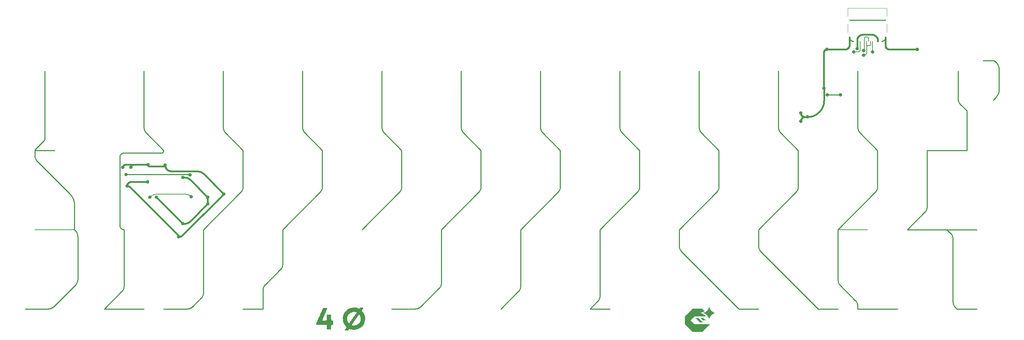
<source format=gbr>
%TF.GenerationSoftware,KiCad,Pcbnew,8.0.8*%
%TF.CreationDate,2025-02-11T12:31:48+01:00*%
%TF.ProjectId,forti rev 3,666f7274-6920-4726-9576-20332e6b6963,rev?*%
%TF.SameCoordinates,Original*%
%TF.FileFunction,Legend,Top*%
%TF.FilePolarity,Positive*%
%FSLAX46Y46*%
G04 Gerber Fmt 4.6, Leading zero omitted, Abs format (unit mm)*
G04 Created by KiCad (PCBNEW 8.0.8) date 2025-02-11 12:31:48*
%MOMM*%
%LPD*%
G01*
G04 APERTURE LIST*
%ADD10C,0.200000*%
%ADD11C,0.250000*%
%ADD12C,0.381000*%
%ADD13C,0.000000*%
%ADD14C,0.120000*%
G04 APERTURE END LIST*
D10*
X234460474Y-30632117D02*
X234452712Y-30623960D01*
D11*
X89451251Y-90268412D02*
X89394826Y-90348688D01*
D12*
X57852580Y-61250469D02*
X57823052Y-61257127D01*
D10*
X234209666Y-32607209D02*
X234824624Y-32606420D01*
D11*
X150854174Y-90968425D02*
X150884838Y-90875749D01*
X231933791Y-52194073D02*
X231936246Y-52293242D01*
D12*
X61593627Y-61522734D02*
X61607588Y-61536045D01*
X233194958Y-29957997D02*
X233098295Y-29974865D01*
X218491434Y-50167137D02*
X218461945Y-50208606D01*
D13*
G36*
X71870772Y-68530695D02*
G01*
X71891086Y-68532240D01*
X71911104Y-68534784D01*
X71930802Y-68538302D01*
X71950154Y-68542768D01*
X71969136Y-68548158D01*
X71987721Y-68554447D01*
X72005886Y-68561609D01*
X72023605Y-68569620D01*
X72040852Y-68578453D01*
X72057603Y-68588085D01*
X72073832Y-68598489D01*
X72089515Y-68609642D01*
X72104626Y-68621516D01*
X72119139Y-68634089D01*
X72133031Y-68647333D01*
X72146276Y-68661225D01*
X72158848Y-68675739D01*
X72170723Y-68690850D01*
X72181875Y-68706533D01*
X72192280Y-68722762D01*
X72201911Y-68739513D01*
X72210745Y-68756760D01*
X72218755Y-68774479D01*
X72225917Y-68792643D01*
X72232206Y-68811229D01*
X72237596Y-68830211D01*
X72242063Y-68849563D01*
X72245581Y-68869261D01*
X72248124Y-68889279D01*
X72249669Y-68909593D01*
X72250190Y-68930177D01*
X72249669Y-68950760D01*
X72248124Y-68971074D01*
X72245581Y-68991092D01*
X72242063Y-69010790D01*
X72237596Y-69030143D01*
X72232206Y-69049124D01*
X72225917Y-69067710D01*
X72218755Y-69085874D01*
X72210745Y-69103593D01*
X72201911Y-69120840D01*
X72192280Y-69137591D01*
X72181875Y-69153820D01*
X72170723Y-69169503D01*
X72158848Y-69184614D01*
X72146276Y-69199128D01*
X72133031Y-69213020D01*
X72119139Y-69226264D01*
X72104626Y-69238837D01*
X72089515Y-69250711D01*
X72073832Y-69261864D01*
X72057603Y-69272268D01*
X72040852Y-69281900D01*
X72023605Y-69290733D01*
X72005886Y-69298744D01*
X71987721Y-69305906D01*
X71969136Y-69312195D01*
X71950154Y-69317585D01*
X71930802Y-69322051D01*
X71911104Y-69325569D01*
X71891086Y-69328113D01*
X71870772Y-69329658D01*
X71850188Y-69330178D01*
X71829604Y-69329658D01*
X71809291Y-69328113D01*
X71789272Y-69325569D01*
X71769574Y-69322051D01*
X71750222Y-69317585D01*
X71731241Y-69312195D01*
X71712655Y-69305906D01*
X71694490Y-69298744D01*
X71676772Y-69290733D01*
X71659524Y-69281900D01*
X71642774Y-69272268D01*
X71626544Y-69261864D01*
X71610862Y-69250711D01*
X71595751Y-69238837D01*
X71581237Y-69226264D01*
X71567345Y-69213020D01*
X71554100Y-69199128D01*
X71541528Y-69184614D01*
X71529653Y-69169503D01*
X71518501Y-69153820D01*
X71508097Y-69137591D01*
X71498465Y-69120840D01*
X71489631Y-69103593D01*
X71481621Y-69085874D01*
X71474459Y-69067710D01*
X71468170Y-69049124D01*
X71462780Y-69030143D01*
X71458313Y-69010790D01*
X71454796Y-68991092D01*
X71452252Y-68971074D01*
X71450707Y-68950760D01*
X71450187Y-68930177D01*
X71450707Y-68909593D01*
X71452252Y-68889279D01*
X71454796Y-68869261D01*
X71458313Y-68849563D01*
X71462780Y-68830211D01*
X71468170Y-68811229D01*
X71474459Y-68792643D01*
X71481621Y-68774479D01*
X71489631Y-68756760D01*
X71498465Y-68739513D01*
X71508097Y-68722762D01*
X71518501Y-68706533D01*
X71529653Y-68690850D01*
X71541528Y-68675739D01*
X71554100Y-68661225D01*
X71567345Y-68647333D01*
X71581237Y-68634089D01*
X71595751Y-68621516D01*
X71610862Y-68609642D01*
X71626544Y-68598489D01*
X71642774Y-68588085D01*
X71659524Y-68578453D01*
X71676772Y-68569620D01*
X71694490Y-68561609D01*
X71712655Y-68554447D01*
X71731241Y-68548158D01*
X71750222Y-68542768D01*
X71769574Y-68538302D01*
X71789272Y-68534784D01*
X71809291Y-68532240D01*
X71829604Y-68530695D01*
X71850188Y-68530175D01*
X71870772Y-68530695D01*
G37*
D11*
X122003825Y-67671443D02*
X122060250Y-67591166D01*
D13*
G36*
X224533683Y-33325035D02*
G01*
X224543840Y-33325807D01*
X224553849Y-33327079D01*
X224563698Y-33328838D01*
X224573374Y-33331071D01*
X224582865Y-33333766D01*
X224592158Y-33336910D01*
X224601240Y-33340491D01*
X224610099Y-33344497D01*
X224618722Y-33348913D01*
X224627098Y-33353729D01*
X224635212Y-33358931D01*
X224643053Y-33364507D01*
X224650609Y-33370445D01*
X224657865Y-33376731D01*
X224664811Y-33383353D01*
X224671433Y-33390299D01*
X224677719Y-33397556D01*
X224683656Y-33405111D01*
X224689232Y-33412952D01*
X224694434Y-33421067D01*
X224699250Y-33429442D01*
X224703666Y-33438066D01*
X224707671Y-33446925D01*
X224711252Y-33456007D01*
X224714396Y-33465300D01*
X224717091Y-33474791D01*
X224719325Y-33484467D01*
X224721083Y-33494316D01*
X224722355Y-33504325D01*
X224723127Y-33514482D01*
X224723388Y-33524774D01*
X224723127Y-33535066D01*
X224722355Y-33545223D01*
X224721083Y-33555232D01*
X224719325Y-33565081D01*
X224717091Y-33574758D01*
X224714396Y-33584248D01*
X224711252Y-33593541D01*
X224707671Y-33602624D01*
X224703666Y-33611483D01*
X224699250Y-33620106D01*
X224694434Y-33628482D01*
X224689232Y-33636596D01*
X224683656Y-33644438D01*
X224677719Y-33651993D01*
X224671433Y-33659250D01*
X224664811Y-33666196D01*
X224657865Y-33672818D01*
X224650609Y-33679104D01*
X224643053Y-33685041D01*
X224635212Y-33690617D01*
X224627098Y-33695820D01*
X224618722Y-33700635D01*
X224610099Y-33705052D01*
X224601240Y-33709057D01*
X224592158Y-33712638D01*
X224582865Y-33715783D01*
X224573374Y-33718478D01*
X224563698Y-33720711D01*
X224553849Y-33722470D01*
X224543840Y-33723742D01*
X224533683Y-33724514D01*
X224523391Y-33724774D01*
X224513099Y-33724514D01*
X224502942Y-33723742D01*
X224492932Y-33722470D01*
X224483083Y-33720711D01*
X224473407Y-33718478D01*
X224463917Y-33715783D01*
X224454624Y-33712638D01*
X224445542Y-33709057D01*
X224436682Y-33705052D01*
X224428059Y-33700635D01*
X224419684Y-33695820D01*
X224411569Y-33690617D01*
X224403728Y-33685041D01*
X224396173Y-33679104D01*
X224388916Y-33672818D01*
X224381970Y-33666196D01*
X224375348Y-33659250D01*
X224369062Y-33651993D01*
X224363125Y-33644438D01*
X224357549Y-33636596D01*
X224352347Y-33628482D01*
X224347532Y-33620106D01*
X224343115Y-33611483D01*
X224339110Y-33602624D01*
X224335529Y-33593541D01*
X224332385Y-33584248D01*
X224329690Y-33574758D01*
X224327457Y-33565081D01*
X224325698Y-33555232D01*
X224324426Y-33545223D01*
X224323654Y-33535066D01*
X224323394Y-33524774D01*
X224323654Y-33514482D01*
X224324426Y-33504325D01*
X224325698Y-33494316D01*
X224327457Y-33484467D01*
X224329690Y-33474791D01*
X224332385Y-33465300D01*
X224335529Y-33456007D01*
X224339110Y-33446925D01*
X224343115Y-33438066D01*
X224347532Y-33429442D01*
X224352347Y-33421067D01*
X224357549Y-33412952D01*
X224363125Y-33405111D01*
X224369062Y-33397556D01*
X224375348Y-33390299D01*
X224381970Y-33383353D01*
X224388916Y-33376731D01*
X224396173Y-33370445D01*
X224403728Y-33364507D01*
X224411569Y-33358931D01*
X224419684Y-33353729D01*
X224428059Y-33348913D01*
X224436682Y-33344497D01*
X224445542Y-33340491D01*
X224454624Y-33336910D01*
X224463917Y-33333766D01*
X224473407Y-33331071D01*
X224483083Y-33328838D01*
X224492932Y-33327079D01*
X224502942Y-33325807D01*
X224513099Y-33325035D01*
X224523391Y-33324775D01*
X224533683Y-33325035D01*
G37*
D11*
X236110488Y-67895776D02*
X236178877Y-67823912D01*
X189463734Y-81958921D02*
X189524215Y-82036557D01*
D12*
X218975324Y-49806457D02*
X218927293Y-49825395D01*
D11*
X150949371Y-90589419D02*
X150961503Y-90491755D01*
D12*
X56643117Y-65759744D02*
X56615428Y-65798676D01*
X57581872Y-61378522D02*
X57558734Y-61398456D01*
D11*
X256053848Y-45454644D02*
X256061177Y-45553141D01*
X264431329Y-36207809D02*
X264374106Y-36200704D01*
D12*
X65531807Y-61471016D02*
X65538957Y-61457054D01*
D11*
X156126263Y-53383957D02*
X156186746Y-53461592D01*
X55511505Y-76813810D02*
X55562765Y-76822968D01*
X60483786Y-52194073D02*
X60486244Y-52293242D01*
X34442228Y-59802015D02*
X34481750Y-59891212D01*
X178960494Y-67895776D02*
X170021285Y-76834973D01*
D12*
X65821117Y-62135546D02*
X65861951Y-62192967D01*
D11*
X213469573Y-53608254D02*
X213469588Y-53608273D01*
X55651889Y-58417676D02*
X55654088Y-58419976D01*
D12*
X65951463Y-62301438D02*
X65999958Y-62352302D01*
D13*
G36*
X224543975Y-33125295D02*
G01*
X224564289Y-33126840D01*
X224584307Y-33129384D01*
X224604005Y-33132901D01*
X224623357Y-33137368D01*
X224642339Y-33142758D01*
X224660924Y-33149047D01*
X224679089Y-33156209D01*
X224696807Y-33164219D01*
X224714054Y-33173052D01*
X224730805Y-33182684D01*
X224747034Y-33193088D01*
X224762716Y-33204240D01*
X224777827Y-33216115D01*
X224792340Y-33228687D01*
X224806231Y-33241932D01*
X224819476Y-33255824D01*
X224832047Y-33270337D01*
X224843922Y-33285448D01*
X224855074Y-33301131D01*
X224865478Y-33317360D01*
X224875109Y-33334111D01*
X224883942Y-33351358D01*
X224891952Y-33369076D01*
X224899114Y-33387241D01*
X224905402Y-33405827D01*
X224910792Y-33424808D01*
X224915258Y-33444160D01*
X224918776Y-33463858D01*
X224921320Y-33483877D01*
X224922864Y-33504190D01*
X224923385Y-33524774D01*
X224922864Y-33545358D01*
X224921320Y-33565672D01*
X224918776Y-33585690D01*
X224915258Y-33605388D01*
X224910792Y-33624741D01*
X224905402Y-33643722D01*
X224899114Y-33662308D01*
X224891952Y-33680472D01*
X224883942Y-33698191D01*
X224875109Y-33715438D01*
X224865478Y-33732189D01*
X224855074Y-33748418D01*
X224843922Y-33764101D01*
X224832047Y-33779211D01*
X224819476Y-33793725D01*
X224806231Y-33807617D01*
X224792340Y-33820861D01*
X224777827Y-33833434D01*
X224762716Y-33845308D01*
X224747034Y-33856460D01*
X224730805Y-33866865D01*
X224714054Y-33876496D01*
X224696807Y-33885330D01*
X224679089Y-33893340D01*
X224660924Y-33900502D01*
X224642339Y-33906791D01*
X224623357Y-33912181D01*
X224604005Y-33916647D01*
X224584307Y-33920165D01*
X224564289Y-33922709D01*
X224543975Y-33924253D01*
X224523391Y-33924774D01*
X224502806Y-33924253D01*
X224482493Y-33922709D01*
X224462474Y-33920165D01*
X224442776Y-33916647D01*
X224423424Y-33912181D01*
X224404442Y-33906791D01*
X224385857Y-33900502D01*
X224367692Y-33893340D01*
X224349974Y-33885330D01*
X224332727Y-33876496D01*
X224315977Y-33866865D01*
X224299748Y-33856460D01*
X224284065Y-33845308D01*
X224268955Y-33833434D01*
X224254441Y-33820861D01*
X224240550Y-33807617D01*
X224227306Y-33793725D01*
X224214734Y-33779211D01*
X224202860Y-33764101D01*
X224191708Y-33748418D01*
X224181304Y-33732189D01*
X224171673Y-33715438D01*
X224162839Y-33698191D01*
X224154829Y-33680472D01*
X224147668Y-33662308D01*
X224141379Y-33643722D01*
X224135989Y-33624741D01*
X224131523Y-33605388D01*
X224128005Y-33585690D01*
X224125462Y-33565672D01*
X224123917Y-33545358D01*
X224123397Y-33524774D01*
X224123917Y-33504190D01*
X224125462Y-33483877D01*
X224128005Y-33463858D01*
X224131523Y-33444160D01*
X224135989Y-33424808D01*
X224141379Y-33405827D01*
X224147668Y-33387241D01*
X224154829Y-33369076D01*
X224162839Y-33351358D01*
X224171673Y-33334111D01*
X224181304Y-33317360D01*
X224191708Y-33301131D01*
X224202860Y-33285448D01*
X224214734Y-33270337D01*
X224227306Y-33255824D01*
X224240550Y-33241932D01*
X224254441Y-33228687D01*
X224268955Y-33216115D01*
X224284065Y-33204240D01*
X224299748Y-33193088D01*
X224315977Y-33182684D01*
X224332727Y-33173052D01*
X224349974Y-33164219D01*
X224367692Y-33156209D01*
X224385857Y-33149047D01*
X224404442Y-33142758D01*
X224423424Y-33137368D01*
X224442776Y-33132901D01*
X224462474Y-33129384D01*
X224482493Y-33126840D01*
X224502806Y-33125295D01*
X224523391Y-33124775D01*
X224543975Y-33125295D01*
G37*
D12*
X223837493Y-42862475D02*
X223837493Y-45779675D01*
X238643939Y-32904225D02*
X238660388Y-32946842D01*
D11*
X236635968Y-66969073D02*
X236657502Y-66873576D01*
X89250564Y-90603719D02*
X89211041Y-90692918D01*
X227171294Y-88843076D02*
X227173752Y-88942245D01*
D12*
X61475886Y-61238477D02*
X61475886Y-61263879D01*
D11*
X89058787Y-95884976D02*
X84296286Y-95884976D01*
D12*
X56589596Y-65838965D02*
X56565682Y-65880549D01*
X232046100Y-30553391D02*
X232017824Y-30586208D01*
X232222789Y-30389017D02*
X232147957Y-30453486D01*
X61524405Y-61430094D02*
X61534084Y-61446929D01*
D11*
X238560365Y-30863446D02*
X238570582Y-30819177D01*
X174822566Y-52586058D02*
X174844099Y-52681554D01*
D12*
X229855068Y-32962976D02*
X229874452Y-32919220D01*
D10*
X232479620Y-33823911D02*
X232488632Y-33801064D01*
D11*
X141210665Y-67423348D02*
X141254516Y-67336134D01*
D10*
X233422444Y-33792886D02*
X233429433Y-33789794D01*
D11*
X126249835Y-95767855D02*
X126340854Y-95732727D01*
X231931335Y-95163285D02*
X231924008Y-95064767D01*
X71462500Y-63569327D02*
X71457081Y-63568915D01*
D12*
X61857953Y-61639983D02*
X61877887Y-61640477D01*
X231943610Y-30691752D02*
X231922509Y-30729058D01*
X224420147Y-33532439D02*
X224386356Y-33538336D01*
D10*
X234427251Y-30602016D02*
X234418140Y-30595612D01*
D11*
X248542278Y-71731574D02*
X248563813Y-71636076D01*
D12*
X231870534Y-30846340D02*
X231857085Y-30886983D01*
D11*
X56182748Y-63579329D02*
X56182006Y-63580385D01*
X93760979Y-85526414D02*
X93782511Y-85430910D01*
D12*
X218795726Y-49651265D02*
X218836589Y-49669743D01*
X65387469Y-61608543D02*
X65401430Y-61601392D01*
X224488722Y-33525636D02*
X224454288Y-33528198D01*
D11*
X254815877Y-94314041D02*
X254828008Y-94411701D01*
X54752926Y-59018309D02*
X54735839Y-59062592D01*
D10*
X234025521Y-32456765D02*
X234028227Y-32466296D01*
D12*
X223825148Y-34189305D02*
X223824294Y-34223975D01*
D10*
X233461787Y-33769350D02*
X233467650Y-33764302D01*
D12*
X57008364Y-65458795D02*
X56965546Y-65480724D01*
X231820245Y-31098581D02*
X231819167Y-31142074D01*
D11*
X238517267Y-30990932D02*
X238533650Y-30949380D01*
D10*
X70848663Y-68394194D02*
X70753955Y-68377664D01*
D11*
X118219565Y-53608254D02*
X118219588Y-53608273D01*
X74684831Y-92502044D02*
X74710964Y-92407875D01*
D12*
X65570466Y-61333337D02*
X65570887Y-61316674D01*
D11*
X150932504Y-90686082D02*
X150949371Y-90589419D01*
X238432907Y-31146357D02*
X238456706Y-31109233D01*
D10*
X234492460Y-30677582D02*
X234486999Y-30667927D01*
D11*
X238407397Y-31182231D02*
X238432907Y-31146357D01*
D12*
X57428239Y-61565680D02*
X57414681Y-61592646D01*
D11*
X34290381Y-57769162D02*
X34289988Y-57784970D01*
X238110325Y-31439336D02*
X238148641Y-31417304D01*
X55193691Y-58532270D02*
X55152305Y-58555675D01*
X43814988Y-70860974D02*
X43810624Y-70684890D01*
D12*
X61476409Y-61259163D02*
X61477962Y-61279579D01*
D10*
X232092614Y-34125379D02*
X232117391Y-34120955D01*
D11*
X208160066Y-81161059D02*
X208181598Y-81256554D01*
X131528826Y-90729049D02*
X131585252Y-90648773D01*
D12*
X238746448Y-33108020D02*
X238772870Y-33145607D01*
D11*
X74749366Y-92215715D02*
X74761499Y-92118052D01*
D13*
G36*
X71860480Y-68730436D02*
G01*
X71870637Y-68731208D01*
X71880647Y-68732480D01*
X71890496Y-68734239D01*
X71900172Y-68736472D01*
X71909663Y-68739167D01*
X71918956Y-68742312D01*
X71928038Y-68745893D01*
X71936897Y-68749898D01*
X71945521Y-68754315D01*
X71953896Y-68759130D01*
X71962011Y-68764332D01*
X71969852Y-68769909D01*
X71977408Y-68775846D01*
X71984665Y-68782132D01*
X71991610Y-68788754D01*
X71998233Y-68795700D01*
X72004519Y-68802957D01*
X72010456Y-68810512D01*
X72016032Y-68818354D01*
X72021234Y-68826468D01*
X72026050Y-68834844D01*
X72030467Y-68843467D01*
X72034472Y-68852327D01*
X72038053Y-68861409D01*
X72041197Y-68870702D01*
X72043892Y-68880193D01*
X72046126Y-68889869D01*
X72047884Y-68899718D01*
X72049156Y-68909727D01*
X72049929Y-68919884D01*
X72050189Y-68930177D01*
X72049929Y-68940469D01*
X72049156Y-68950626D01*
X72047884Y-68960635D01*
X72046126Y-68970484D01*
X72043892Y-68980160D01*
X72041197Y-68989651D01*
X72038053Y-68998944D01*
X72034472Y-69008026D01*
X72030467Y-69016886D01*
X72026050Y-69025509D01*
X72021234Y-69033885D01*
X72016032Y-69041999D01*
X72010456Y-69049841D01*
X72004519Y-69057396D01*
X71998233Y-69064653D01*
X71991610Y-69071599D01*
X71984665Y-69078221D01*
X71977408Y-69084507D01*
X71969852Y-69090445D01*
X71962011Y-69096021D01*
X71953896Y-69101223D01*
X71945521Y-69106038D01*
X71936897Y-69110455D01*
X71928038Y-69114460D01*
X71918956Y-69118041D01*
X71909663Y-69121186D01*
X71900172Y-69123881D01*
X71890496Y-69126114D01*
X71880647Y-69127873D01*
X71870637Y-69129145D01*
X71860480Y-69129917D01*
X71850188Y-69130177D01*
X71839896Y-69129917D01*
X71829739Y-69129145D01*
X71819730Y-69127873D01*
X71809881Y-69126114D01*
X71800205Y-69123881D01*
X71790714Y-69121186D01*
X71781421Y-69118041D01*
X71772338Y-69114460D01*
X71763479Y-69110455D01*
X71754855Y-69106038D01*
X71746480Y-69101223D01*
X71738365Y-69096021D01*
X71730524Y-69090445D01*
X71722969Y-69084507D01*
X71715712Y-69078221D01*
X71708766Y-69071599D01*
X71702144Y-69064653D01*
X71695858Y-69057396D01*
X71689920Y-69049841D01*
X71684344Y-69041999D01*
X71679142Y-69033885D01*
X71674326Y-69025509D01*
X71669909Y-69016886D01*
X71665904Y-69008026D01*
X71662323Y-68998944D01*
X71659179Y-68989651D01*
X71656484Y-68980160D01*
X71654251Y-68970484D01*
X71652492Y-68960635D01*
X71651220Y-68950626D01*
X71650448Y-68940469D01*
X71650187Y-68930177D01*
X71650448Y-68919884D01*
X71651220Y-68909727D01*
X71652492Y-68899718D01*
X71654251Y-68889869D01*
X71656484Y-68880193D01*
X71659179Y-68870702D01*
X71662323Y-68861409D01*
X71665904Y-68852327D01*
X71669909Y-68843467D01*
X71674326Y-68834844D01*
X71679142Y-68826468D01*
X71684344Y-68818354D01*
X71689920Y-68810512D01*
X71695858Y-68802957D01*
X71702144Y-68795700D01*
X71708766Y-68788754D01*
X71715712Y-68782132D01*
X71722969Y-68775846D01*
X71730524Y-68769909D01*
X71738365Y-68764332D01*
X71746480Y-68759130D01*
X71754855Y-68754315D01*
X71763479Y-68749898D01*
X71772338Y-68745893D01*
X71781421Y-68742312D01*
X71790714Y-68739167D01*
X71800205Y-68736472D01*
X71809881Y-68734239D01*
X71819730Y-68732480D01*
X71829739Y-68731208D01*
X71839896Y-68730436D01*
X71850188Y-68730176D01*
X71860480Y-68730436D01*
G37*
D10*
X233531425Y-30689746D02*
X233528256Y-30699115D01*
D11*
X230684840Y-31532045D02*
X230729067Y-31539758D01*
D12*
X68650294Y-78128278D02*
X68650287Y-78128274D01*
D11*
X264706721Y-36284158D02*
X264653392Y-36263578D01*
D12*
X71179862Y-75170550D02*
X71264927Y-75122440D01*
D11*
X43814988Y-70860974D02*
X43814988Y-76834973D01*
X193836243Y-52293251D02*
X193843571Y-52391754D01*
X55072986Y-58608569D02*
X55035214Y-58637993D01*
D10*
X234389196Y-30579239D02*
X234379073Y-30574753D01*
D11*
X37822388Y-95846187D02*
X37917886Y-95824652D01*
D12*
X231805190Y-33352074D02*
X231805190Y-31175674D01*
D11*
X255391875Y-95530553D02*
X255391890Y-95530576D01*
X174793568Y-52391739D02*
X174805700Y-52489399D01*
D10*
X234181904Y-32620164D02*
X234179500Y-32622055D01*
D11*
X150578833Y-91483950D02*
X150635259Y-91403674D01*
D12*
X61488542Y-61338943D02*
X61493959Y-61358019D01*
X219074659Y-49775575D02*
X219024468Y-49789828D01*
D11*
X43661503Y-69828222D02*
X43607062Y-69663676D01*
D12*
X238721957Y-33069273D02*
X238746448Y-33108020D01*
D11*
X98583785Y-52194073D02*
X98586243Y-52293251D01*
X36446488Y-55496476D02*
X34383388Y-57559575D01*
X213469588Y-53608273D02*
X217646285Y-57784974D01*
D12*
X232463454Y-30219809D02*
X232380701Y-30272110D01*
D10*
X234368743Y-30570766D02*
X234358225Y-30567286D01*
D12*
X238589187Y-32588476D02*
X238589095Y-32588476D01*
D11*
X265892605Y-38239954D02*
X265875635Y-38103336D01*
D12*
X223906622Y-33894738D02*
X223891296Y-33925228D01*
D11*
X198593809Y-66580750D02*
X198596267Y-66481576D01*
D12*
X235629761Y-30022533D02*
X235535592Y-29996399D01*
D11*
X65196382Y-58032045D02*
X65207752Y-58003209D01*
D12*
X232014662Y-30589689D02*
X231986695Y-30625579D01*
D11*
X174844099Y-52681554D02*
X174870231Y-52775720D01*
X230078923Y-31104582D02*
X230102853Y-31142443D01*
D10*
X71630394Y-68740739D02*
X71551741Y-68685452D01*
X233415313Y-33795634D02*
X233422444Y-33792886D01*
D11*
X44373172Y-89648355D02*
X44417023Y-89561141D01*
D13*
G36*
X56187880Y-63395235D02*
G01*
X56198037Y-63396007D01*
X56208046Y-63397279D01*
X56217895Y-63399038D01*
X56227571Y-63401271D01*
X56237062Y-63403966D01*
X56246355Y-63407110D01*
X56255437Y-63410691D01*
X56264297Y-63414697D01*
X56272920Y-63419113D01*
X56281296Y-63423929D01*
X56289410Y-63429131D01*
X56297252Y-63434707D01*
X56304807Y-63440645D01*
X56312064Y-63446931D01*
X56319010Y-63453553D01*
X56325632Y-63460499D01*
X56331918Y-63467756D01*
X56337856Y-63475311D01*
X56343432Y-63483153D01*
X56348634Y-63491267D01*
X56353450Y-63499643D01*
X56357867Y-63508266D01*
X56361872Y-63517126D01*
X56365453Y-63526208D01*
X56368597Y-63535501D01*
X56371293Y-63544992D01*
X56373526Y-63554668D01*
X56375285Y-63564517D01*
X56376557Y-63574526D01*
X56377329Y-63584683D01*
X56377589Y-63594975D01*
X56377329Y-63605267D01*
X56376557Y-63615424D01*
X56375285Y-63625434D01*
X56373526Y-63635283D01*
X56371293Y-63644959D01*
X56368597Y-63654450D01*
X56365453Y-63663743D01*
X56361872Y-63672825D01*
X56357867Y-63681684D01*
X56353450Y-63690308D01*
X56348634Y-63698683D01*
X56343432Y-63706798D01*
X56337856Y-63714639D01*
X56331918Y-63722195D01*
X56325632Y-63729452D01*
X56319010Y-63736398D01*
X56312064Y-63743020D01*
X56304807Y-63749306D01*
X56297252Y-63755243D01*
X56289410Y-63760819D01*
X56281296Y-63766021D01*
X56272920Y-63770837D01*
X56264297Y-63775254D01*
X56255437Y-63779259D01*
X56246355Y-63782840D01*
X56237062Y-63785984D01*
X56227571Y-63788680D01*
X56217895Y-63790913D01*
X56208046Y-63792672D01*
X56198037Y-63793943D01*
X56187880Y-63794716D01*
X56177588Y-63794976D01*
X56167296Y-63794716D01*
X56157140Y-63793943D01*
X56147130Y-63792672D01*
X56137281Y-63790913D01*
X56127605Y-63788680D01*
X56118115Y-63785984D01*
X56108822Y-63782840D01*
X56099739Y-63779259D01*
X56090880Y-63775254D01*
X56082257Y-63770837D01*
X56073881Y-63766021D01*
X56065766Y-63760819D01*
X56057925Y-63755243D01*
X56050370Y-63749306D01*
X56043113Y-63743020D01*
X56036167Y-63736398D01*
X56029544Y-63729452D01*
X56023258Y-63722195D01*
X56017321Y-63714639D01*
X56011745Y-63706798D01*
X56006543Y-63698683D01*
X56001727Y-63690308D01*
X55997310Y-63681684D01*
X55993305Y-63672825D01*
X55989724Y-63663743D01*
X55986579Y-63654450D01*
X55983884Y-63644959D01*
X55981651Y-63635283D01*
X55979892Y-63625434D01*
X55978620Y-63615424D01*
X55977848Y-63605267D01*
X55977588Y-63594975D01*
X55977848Y-63584683D01*
X55978620Y-63574526D01*
X55979892Y-63564517D01*
X55981651Y-63554668D01*
X55983884Y-63544992D01*
X55986579Y-63535501D01*
X55989724Y-63526208D01*
X55993305Y-63517126D01*
X55997310Y-63508266D01*
X56001727Y-63499643D01*
X56006543Y-63491267D01*
X56011745Y-63483153D01*
X56017321Y-63475311D01*
X56023258Y-63467756D01*
X56029544Y-63460499D01*
X56036167Y-63453553D01*
X56043113Y-63446931D01*
X56050370Y-63440645D01*
X56057925Y-63434707D01*
X56065766Y-63429131D01*
X56073881Y-63423929D01*
X56082257Y-63419113D01*
X56090880Y-63414697D01*
X56099739Y-63410691D01*
X56108822Y-63407110D01*
X56118115Y-63403966D01*
X56127605Y-63401271D01*
X56137281Y-63399038D01*
X56147130Y-63397279D01*
X56157140Y-63396007D01*
X56167296Y-63395235D01*
X56177588Y-63394975D01*
X56187880Y-63395235D01*
G37*
G36*
X224543975Y-33125397D02*
G01*
X224564289Y-33126942D01*
X224584307Y-33129486D01*
X224604005Y-33133003D01*
X224623357Y-33137470D01*
X224642339Y-33142860D01*
X224660924Y-33149149D01*
X224679089Y-33156311D01*
X224696807Y-33164321D01*
X224714054Y-33173154D01*
X224730805Y-33182786D01*
X224747034Y-33193190D01*
X224762716Y-33204342D01*
X224777827Y-33216217D01*
X224792340Y-33228789D01*
X224806231Y-33242034D01*
X224819476Y-33255925D01*
X224832047Y-33270439D01*
X224843922Y-33285550D01*
X224855074Y-33301233D01*
X224865478Y-33317462D01*
X224875109Y-33334213D01*
X224883942Y-33351460D01*
X224891952Y-33369178D01*
X224899114Y-33387343D01*
X224905402Y-33405929D01*
X224910792Y-33424910D01*
X224915258Y-33444262D01*
X224918776Y-33463960D01*
X224921320Y-33483979D01*
X224922864Y-33504292D01*
X224923385Y-33524876D01*
X224922864Y-33545460D01*
X224921320Y-33565774D01*
X224918776Y-33585792D01*
X224915258Y-33605490D01*
X224910792Y-33624842D01*
X224905402Y-33643824D01*
X224899114Y-33662410D01*
X224891952Y-33680574D01*
X224883942Y-33698293D01*
X224875109Y-33715540D01*
X224865478Y-33732291D01*
X224855074Y-33748520D01*
X224843922Y-33764203D01*
X224832047Y-33779313D01*
X224819476Y-33793827D01*
X224806231Y-33807719D01*
X224792340Y-33820963D01*
X224777827Y-33833535D01*
X224762716Y-33845410D01*
X224747034Y-33856562D01*
X224730805Y-33866967D01*
X224714054Y-33876598D01*
X224696807Y-33885432D01*
X224679089Y-33893442D01*
X224660924Y-33900604D01*
X224642339Y-33906893D01*
X224623357Y-33912283D01*
X224604005Y-33916749D01*
X224584307Y-33920267D01*
X224564289Y-33922811D01*
X224543975Y-33924355D01*
X224523391Y-33924876D01*
X224502806Y-33924355D01*
X224482493Y-33922811D01*
X224462474Y-33920267D01*
X224442776Y-33916749D01*
X224423424Y-33912283D01*
X224404442Y-33906893D01*
X224385857Y-33900604D01*
X224367692Y-33893442D01*
X224349974Y-33885432D01*
X224332727Y-33876598D01*
X224315977Y-33866967D01*
X224299748Y-33856562D01*
X224284065Y-33845410D01*
X224268955Y-33833535D01*
X224254441Y-33820963D01*
X224240550Y-33807719D01*
X224227306Y-33793827D01*
X224214734Y-33779313D01*
X224202860Y-33764203D01*
X224191708Y-33748520D01*
X224181304Y-33732291D01*
X224171673Y-33715540D01*
X224162839Y-33698293D01*
X224154829Y-33680574D01*
X224147668Y-33662410D01*
X224141379Y-33643824D01*
X224135989Y-33624842D01*
X224131523Y-33605490D01*
X224128005Y-33585792D01*
X224125462Y-33565774D01*
X224123917Y-33545460D01*
X224123397Y-33524876D01*
X224123917Y-33504292D01*
X224125462Y-33483979D01*
X224128005Y-33463960D01*
X224131523Y-33444262D01*
X224135989Y-33424910D01*
X224141379Y-33405929D01*
X224147668Y-33387343D01*
X224154829Y-33369178D01*
X224162839Y-33351460D01*
X224171673Y-33334213D01*
X224181304Y-33317462D01*
X224191708Y-33301233D01*
X224202860Y-33285550D01*
X224214734Y-33270439D01*
X224227306Y-33255925D01*
X224240550Y-33242034D01*
X224254441Y-33228789D01*
X224268955Y-33216217D01*
X224284065Y-33204342D01*
X224299748Y-33193190D01*
X224315977Y-33182786D01*
X224332727Y-33173154D01*
X224349974Y-33164321D01*
X224367692Y-33156311D01*
X224385857Y-33149149D01*
X224404442Y-33142860D01*
X224423424Y-33137470D01*
X224442776Y-33133003D01*
X224462474Y-33129486D01*
X224482493Y-33126942D01*
X224502806Y-33125397D01*
X224523391Y-33124877D01*
X224543975Y-33125397D01*
G37*
D11*
X74185489Y-93334576D02*
X72220889Y-95299176D01*
D10*
X234940123Y-32558585D02*
X234948203Y-32551625D01*
D12*
X68771567Y-78300495D02*
X68758071Y-78273656D01*
D11*
X254784173Y-78809112D02*
X254767307Y-78712444D01*
D12*
X56965546Y-65480724D02*
X56923959Y-65504634D01*
D10*
X234099853Y-32567526D02*
X234107726Y-32573128D01*
D12*
X68829832Y-78532954D02*
X68827576Y-78502642D01*
D11*
X227688690Y-90185388D02*
X227757079Y-90257252D01*
D12*
X70238089Y-75406174D02*
X69849990Y-75406174D01*
D11*
X174783782Y-38734975D02*
X174783782Y-52194073D01*
X36667527Y-55029719D02*
X36670342Y-54991926D01*
X44522338Y-89288247D02*
X44548471Y-89194078D01*
D10*
X233467650Y-33764302D02*
X233473281Y-33758947D01*
D12*
X65312345Y-61633895D02*
X65328011Y-61630279D01*
D11*
X54772152Y-58974911D02*
X54752926Y-59018309D01*
D10*
X234120581Y-34367304D02*
X234131281Y-34329639D01*
D11*
X137076255Y-53383957D02*
X137136737Y-53461592D01*
X160457520Y-66873576D02*
X160474387Y-66776913D01*
D12*
X233490294Y-29936075D02*
X233391121Y-29938534D01*
D10*
X233539071Y-30671656D02*
X233535035Y-30680588D01*
D12*
X61799094Y-61632681D02*
X61818524Y-61636071D01*
D11*
X55634830Y-90875747D02*
X55660963Y-90781578D01*
X236693830Y-66580749D02*
X236696288Y-66481576D01*
X98976249Y-53383957D02*
X99036731Y-53461592D01*
X36662869Y-55067191D02*
X36667527Y-55029719D01*
D10*
X233624691Y-30581751D02*
X233616249Y-30586609D01*
D12*
X55942412Y-61245776D02*
X55911216Y-61251347D01*
X223961442Y-33808003D02*
X223941719Y-33836068D01*
D10*
X233598521Y-34889295D02*
X233635402Y-34876817D01*
D11*
X54783029Y-76245267D02*
X54806016Y-76290151D01*
D12*
X228968093Y-33524876D02*
X229016741Y-33523671D01*
D10*
X234408748Y-30589676D02*
X234399094Y-30584216D01*
D11*
X141053828Y-67671443D02*
X141110253Y-67591166D01*
X208273517Y-81534414D02*
X208313038Y-81623611D01*
D12*
X61534084Y-61446929D02*
X61544540Y-61463239D01*
D11*
X231895011Y-94870409D02*
X231873477Y-94774899D01*
D10*
X232488632Y-33801064D02*
X232496546Y-33777687D01*
D11*
X124777488Y-95884976D02*
X120014991Y-95884976D01*
D10*
X234452712Y-30623960D02*
X234444555Y-30616198D01*
D11*
X236657502Y-66873576D02*
X236674369Y-66776913D01*
D12*
X231806332Y-31129823D02*
X231805190Y-31175674D01*
D11*
X93669056Y-85804297D02*
X93704183Y-85713272D01*
X54762185Y-76199157D02*
X54783029Y-76245267D01*
X231480830Y-93994827D02*
X231416355Y-93919992D01*
D12*
X70337263Y-75403715D02*
X70435764Y-75396385D01*
D10*
X232419189Y-33929095D02*
X232433219Y-33909370D01*
D12*
X231960604Y-30662690D02*
X231936419Y-30700947D01*
X57558734Y-61398456D02*
X57536513Y-61419602D01*
D11*
X131804165Y-90213524D02*
X131834829Y-90120849D01*
D12*
X223824294Y-42849276D02*
X223837493Y-42862475D01*
D11*
X254767307Y-78712444D02*
X254745774Y-78616942D01*
D12*
X238599359Y-32726763D02*
X238607258Y-32772023D01*
X231815340Y-31039130D02*
X231809726Y-31084283D01*
X61796866Y-61632310D02*
X61816662Y-61635845D01*
D11*
X102760489Y-67895776D02*
X102828879Y-67823912D01*
D10*
X233523290Y-30718439D02*
X233521517Y-30728368D01*
D11*
X37628063Y-95875187D02*
X37725726Y-95863054D01*
D12*
X235343431Y-29957997D02*
X235245768Y-29945864D01*
D11*
X98867519Y-53220929D02*
X98919822Y-53303681D01*
X56178097Y-63589823D02*
X56177875Y-63591094D01*
D12*
X218880442Y-49846577D02*
X218834837Y-49869935D01*
D10*
X233429433Y-33789794D02*
X233436266Y-33786362D01*
X233520235Y-30738459D02*
X233519457Y-30748699D01*
D13*
G36*
X246270476Y-33125295D02*
G01*
X246290790Y-33126840D01*
X246310809Y-33129384D01*
X246330507Y-33132901D01*
X246349859Y-33137368D01*
X246368840Y-33142758D01*
X246387426Y-33149047D01*
X246405590Y-33156209D01*
X246423309Y-33164219D01*
X246440556Y-33173052D01*
X246457306Y-33182684D01*
X246473535Y-33193088D01*
X246489218Y-33204240D01*
X246504328Y-33216115D01*
X246518841Y-33228687D01*
X246532733Y-33241932D01*
X246545977Y-33255824D01*
X246558549Y-33270337D01*
X246570423Y-33285448D01*
X246581575Y-33301131D01*
X246591979Y-33317360D01*
X246601610Y-33334111D01*
X246610443Y-33351358D01*
X246618453Y-33369076D01*
X246625615Y-33387241D01*
X246631904Y-33405827D01*
X246637294Y-33424808D01*
X246641760Y-33444160D01*
X246645277Y-33463858D01*
X246647821Y-33483877D01*
X246649366Y-33504190D01*
X246649886Y-33524774D01*
X246649366Y-33545358D01*
X246647821Y-33565672D01*
X246645277Y-33585690D01*
X246641760Y-33605388D01*
X246637294Y-33624741D01*
X246631904Y-33643722D01*
X246625615Y-33662308D01*
X246618453Y-33680472D01*
X246610443Y-33698191D01*
X246601610Y-33715438D01*
X246591979Y-33732189D01*
X246581575Y-33748418D01*
X246570423Y-33764101D01*
X246558549Y-33779211D01*
X246545977Y-33793725D01*
X246532733Y-33807617D01*
X246518841Y-33820861D01*
X246504328Y-33833434D01*
X246489218Y-33845308D01*
X246473535Y-33856460D01*
X246457306Y-33866865D01*
X246440556Y-33876496D01*
X246423309Y-33885330D01*
X246405590Y-33893340D01*
X246387426Y-33900502D01*
X246368840Y-33906791D01*
X246349859Y-33912181D01*
X246330507Y-33916647D01*
X246310809Y-33920165D01*
X246290790Y-33922709D01*
X246270476Y-33924253D01*
X246249892Y-33924774D01*
X246229308Y-33924253D01*
X246208994Y-33922709D01*
X246188976Y-33920165D01*
X246169278Y-33916647D01*
X246149925Y-33912181D01*
X246130944Y-33906791D01*
X246112358Y-33900502D01*
X246094194Y-33893340D01*
X246076476Y-33885330D01*
X246059229Y-33876496D01*
X246042478Y-33866865D01*
X246026249Y-33856460D01*
X246010567Y-33845308D01*
X245995456Y-33833434D01*
X245980943Y-33820861D01*
X245967051Y-33807617D01*
X245953807Y-33793725D01*
X245941235Y-33779211D01*
X245929361Y-33764101D01*
X245918209Y-33748418D01*
X245907805Y-33732189D01*
X245898174Y-33715438D01*
X245889341Y-33698191D01*
X245881331Y-33680472D01*
X245874169Y-33662308D01*
X245867881Y-33643722D01*
X245862491Y-33624741D01*
X245858024Y-33605388D01*
X245854507Y-33585690D01*
X245851963Y-33565672D01*
X245850419Y-33545358D01*
X245849898Y-33524774D01*
X245850419Y-33504190D01*
X245851963Y-33483877D01*
X245854507Y-33463858D01*
X245858024Y-33444160D01*
X245862491Y-33424808D01*
X245867881Y-33405827D01*
X245874169Y-33387241D01*
X245881331Y-33369076D01*
X245889341Y-33351358D01*
X245898174Y-33334111D01*
X245907805Y-33317360D01*
X245918209Y-33301131D01*
X245929361Y-33285448D01*
X245941235Y-33270337D01*
X245953807Y-33255824D01*
X245967051Y-33241932D01*
X245980943Y-33228687D01*
X245995456Y-33216115D01*
X246010567Y-33204240D01*
X246026249Y-33193088D01*
X246042478Y-33182684D01*
X246059229Y-33173052D01*
X246076476Y-33164219D01*
X246094194Y-33156209D01*
X246112358Y-33149047D01*
X246130944Y-33142758D01*
X246149925Y-33137368D01*
X246169278Y-33132901D01*
X246188976Y-33129384D01*
X246208994Y-33126840D01*
X246229308Y-33125295D01*
X246249892Y-33124775D01*
X246270476Y-33125295D01*
G37*
D12*
X57459286Y-61513789D02*
X57443115Y-61539377D01*
D11*
X61001180Y-53536389D02*
X61069568Y-53608254D01*
D12*
X61816662Y-61635845D02*
X61836781Y-61638402D01*
X218836589Y-49669743D02*
X218878482Y-49686264D01*
X231809726Y-31084283D02*
X231806332Y-31129823D01*
D11*
X71523332Y-63596494D02*
X71519461Y-63593141D01*
X98586243Y-52293251D02*
X98593572Y-52391754D01*
X56197477Y-63569468D02*
X56196239Y-63569812D01*
D10*
X233436266Y-33786362D02*
X233442930Y-33782597D01*
D11*
X217060485Y-67895776D02*
X217128874Y-67823913D01*
D12*
X66669560Y-62735164D02*
X66740418Y-62751518D01*
D11*
X265731736Y-44061592D02*
X265777440Y-43923457D01*
D12*
X57287658Y-65372317D02*
X57238757Y-65381050D01*
D11*
X141424366Y-66776913D02*
X141436499Y-66679250D01*
X34807381Y-60378991D02*
X34875769Y-60450856D01*
X160435985Y-66969073D02*
X160457520Y-66873576D01*
D12*
X235147268Y-29938534D02*
X235048095Y-29936075D01*
D13*
G36*
X69860282Y-64094034D02*
G01*
X69870439Y-64094806D01*
X69880448Y-64096078D01*
X69890297Y-64097837D01*
X69899973Y-64100070D01*
X69909464Y-64102765D01*
X69918757Y-64105910D01*
X69927840Y-64109491D01*
X69936699Y-64113496D01*
X69945322Y-64117912D01*
X69953698Y-64122728D01*
X69961813Y-64127930D01*
X69969654Y-64133506D01*
X69977209Y-64139444D01*
X69984466Y-64145730D01*
X69991412Y-64152352D01*
X69998034Y-64159298D01*
X70004320Y-64166555D01*
X70010258Y-64174110D01*
X70015834Y-64181952D01*
X70021036Y-64190066D01*
X70025852Y-64198442D01*
X70030268Y-64207065D01*
X70034274Y-64215925D01*
X70037855Y-64225007D01*
X70040999Y-64234300D01*
X70043694Y-64243791D01*
X70045927Y-64253467D01*
X70047686Y-64263316D01*
X70048958Y-64273325D01*
X70049730Y-64283482D01*
X70049991Y-64293774D01*
X70049730Y-64304067D01*
X70048958Y-64314223D01*
X70047686Y-64324233D01*
X70045927Y-64334082D01*
X70043694Y-64343758D01*
X70040999Y-64353249D01*
X70037855Y-64362542D01*
X70034274Y-64371624D01*
X70030268Y-64380483D01*
X70025852Y-64389107D01*
X70021036Y-64397483D01*
X70015834Y-64405597D01*
X70010258Y-64413438D01*
X70004320Y-64420994D01*
X69998034Y-64428251D01*
X69991412Y-64435197D01*
X69984466Y-64441819D01*
X69977209Y-64448105D01*
X69969654Y-64454042D01*
X69961813Y-64459618D01*
X69953698Y-64464821D01*
X69945322Y-64469636D01*
X69936699Y-64474053D01*
X69927840Y-64478058D01*
X69918757Y-64481639D01*
X69909464Y-64484784D01*
X69899973Y-64487479D01*
X69890297Y-64489712D01*
X69880448Y-64491471D01*
X69870439Y-64492743D01*
X69860282Y-64493515D01*
X69849990Y-64493775D01*
X69839698Y-64493515D01*
X69829541Y-64492743D01*
X69819531Y-64491471D01*
X69809682Y-64489712D01*
X69800006Y-64487479D01*
X69790515Y-64484784D01*
X69781222Y-64481639D01*
X69772140Y-64478058D01*
X69763281Y-64474053D01*
X69754657Y-64469636D01*
X69746282Y-64464821D01*
X69738167Y-64459618D01*
X69730326Y-64454042D01*
X69722770Y-64448105D01*
X69715513Y-64441819D01*
X69708568Y-64435197D01*
X69701945Y-64428251D01*
X69695659Y-64420994D01*
X69689722Y-64413438D01*
X69684146Y-64405597D01*
X69678944Y-64397483D01*
X69674128Y-64389107D01*
X69669711Y-64380483D01*
X69665706Y-64371624D01*
X69662125Y-64362542D01*
X69658981Y-64353249D01*
X69656286Y-64343758D01*
X69654052Y-64334082D01*
X69652293Y-64324233D01*
X69651022Y-64314223D01*
X69650249Y-64304067D01*
X69649989Y-64293774D01*
X69650249Y-64283482D01*
X69651022Y-64273325D01*
X69652293Y-64263316D01*
X69654052Y-64253467D01*
X69656286Y-64243791D01*
X69658981Y-64234300D01*
X69662125Y-64225007D01*
X69665706Y-64215925D01*
X69669711Y-64207065D01*
X69674128Y-64198442D01*
X69678944Y-64190066D01*
X69684146Y-64181952D01*
X69689722Y-64174110D01*
X69695659Y-64166555D01*
X69701945Y-64159298D01*
X69708568Y-64152352D01*
X69715513Y-64145730D01*
X69722770Y-64139444D01*
X69730326Y-64133506D01*
X69738167Y-64127930D01*
X69746282Y-64122728D01*
X69754657Y-64117912D01*
X69763281Y-64113496D01*
X69772140Y-64109491D01*
X69781222Y-64105910D01*
X69790515Y-64102765D01*
X69800006Y-64100070D01*
X69809682Y-64097837D01*
X69819531Y-64096078D01*
X69829541Y-64094806D01*
X69839698Y-64094034D01*
X69849990Y-64093774D01*
X69860282Y-64094034D01*
G37*
D11*
X150687561Y-91320922D02*
X150735672Y-91235856D01*
D12*
X224107438Y-33661981D02*
X224080299Y-33683126D01*
D11*
X56181318Y-63581473D02*
X56180685Y-63582592D01*
X93585681Y-85980721D02*
X93629533Y-85893502D01*
D10*
X71850188Y-68930177D02*
X71779778Y-68863168D01*
D11*
X230185840Y-31248928D02*
X230217132Y-31281807D01*
D12*
X229589846Y-33302688D02*
X229626553Y-33271062D01*
X57682589Y-61311328D02*
X57656287Y-61326203D01*
D11*
X34682433Y-60226522D02*
X34742913Y-60304158D01*
X54816888Y-58891092D02*
X54793484Y-58932479D01*
D12*
X69402889Y-78435047D02*
X69461297Y-78405682D01*
X239084615Y-33414592D02*
X239125452Y-33435121D01*
D11*
X102893348Y-67749079D02*
X102953829Y-67671443D01*
D12*
X70533427Y-64315597D02*
X70435764Y-64303465D01*
D11*
X238478738Y-31070915D02*
X238498944Y-31031462D01*
D12*
X229947895Y-32592425D02*
X229949096Y-32543776D01*
D11*
X248602584Y-57784974D02*
X258127486Y-57784974D01*
X254413661Y-77914560D02*
X254353184Y-77836924D01*
X208121291Y-80769074D02*
X208123746Y-80868243D01*
X213219809Y-53303643D02*
X213276234Y-53383920D01*
D10*
X235519194Y-34131175D02*
X235519194Y-31582475D01*
D11*
X230864196Y-31549774D02*
X230864180Y-31549775D01*
X229988660Y-30900904D02*
X230002691Y-30943306D01*
X117636246Y-52293242D02*
X117643574Y-52391739D01*
X98583785Y-38734975D02*
X98583785Y-52194073D01*
X265873626Y-43496680D02*
X265891708Y-43351111D01*
D12*
X218430723Y-49335477D02*
X218456442Y-49371647D01*
D11*
X65038244Y-58254913D02*
X65060297Y-58233887D01*
X236303829Y-67671443D02*
X236360254Y-67591166D01*
X56182006Y-63580385D02*
X56181318Y-63581473D01*
X217607499Y-66873578D02*
X217624366Y-66776915D01*
D10*
X233519457Y-30748699D02*
X233519194Y-30759075D01*
X233671448Y-34862606D02*
X233706608Y-34846713D01*
D11*
X230284253Y-31342589D02*
X230319776Y-31370259D01*
D12*
X232044472Y-30555096D02*
X232014662Y-30589689D01*
X55911216Y-61251347D02*
X55880566Y-61258421D01*
D11*
X265321353Y-44829997D02*
X265405453Y-44710342D01*
X238351476Y-31249997D02*
X238380234Y-31216797D01*
X198010482Y-67895776D02*
X198078869Y-67823913D01*
D10*
X234199467Y-32606428D02*
X234209666Y-32607209D01*
D11*
X55279521Y-58491713D02*
X55236123Y-58510939D01*
X71545410Y-63624616D02*
X71542841Y-63620147D01*
D12*
X218790545Y-49895403D02*
X218747631Y-49922915D01*
D11*
X93734847Y-85620590D02*
X93760979Y-85526414D01*
X79536247Y-52293242D02*
X79543576Y-52391739D01*
D12*
X229626553Y-33271062D02*
X229661803Y-33237513D01*
X57358414Y-61795756D02*
X57356148Y-61826213D01*
X224523391Y-33524876D02*
X228968093Y-33524876D01*
X218282686Y-50745544D02*
X218281310Y-50799973D01*
D11*
X55682498Y-90686081D02*
X55699366Y-90589418D01*
D13*
G36*
X56466372Y-65954394D02*
G01*
X56486686Y-65955939D01*
X56506705Y-65958482D01*
X56526402Y-65962000D01*
X56545755Y-65966467D01*
X56564736Y-65971857D01*
X56583322Y-65978146D01*
X56601487Y-65985308D01*
X56619205Y-65993318D01*
X56636452Y-66002152D01*
X56653203Y-66011783D01*
X56669432Y-66022188D01*
X56685115Y-66033340D01*
X56700226Y-66045215D01*
X56714739Y-66057787D01*
X56728631Y-66071032D01*
X56741876Y-66084924D01*
X56754448Y-66099438D01*
X56766322Y-66114548D01*
X56777475Y-66130231D01*
X56787879Y-66146460D01*
X56797510Y-66163211D01*
X56806344Y-66180459D01*
X56814354Y-66198177D01*
X56821516Y-66216342D01*
X56827805Y-66234927D01*
X56833195Y-66253909D01*
X56837661Y-66273261D01*
X56841179Y-66292959D01*
X56843723Y-66312977D01*
X56845267Y-66333291D01*
X56845788Y-66353875D01*
X56845267Y-66374459D01*
X56843723Y-66394772D01*
X56841179Y-66414791D01*
X56837661Y-66434489D01*
X56833195Y-66453841D01*
X56827805Y-66472823D01*
X56821516Y-66491408D01*
X56814354Y-66509573D01*
X56806344Y-66527291D01*
X56797510Y-66544539D01*
X56787879Y-66561289D01*
X56777475Y-66577519D01*
X56766322Y-66593201D01*
X56754448Y-66608312D01*
X56741876Y-66622826D01*
X56728631Y-66636718D01*
X56714739Y-66649963D01*
X56700226Y-66662535D01*
X56685115Y-66674410D01*
X56669432Y-66685562D01*
X56653203Y-66695967D01*
X56636452Y-66705598D01*
X56619205Y-66714432D01*
X56601487Y-66722442D01*
X56583322Y-66729604D01*
X56564736Y-66735893D01*
X56545755Y-66741283D01*
X56526402Y-66745750D01*
X56506705Y-66749268D01*
X56486686Y-66751811D01*
X56466372Y-66753356D01*
X56445788Y-66753876D01*
X56425204Y-66753356D01*
X56404890Y-66751811D01*
X56384872Y-66749268D01*
X56365174Y-66745750D01*
X56345822Y-66741283D01*
X56326840Y-66735893D01*
X56308255Y-66729604D01*
X56290090Y-66722442D01*
X56272371Y-66714432D01*
X56255124Y-66705598D01*
X56238373Y-66695967D01*
X56222144Y-66685562D01*
X56206462Y-66674410D01*
X56191351Y-66662535D01*
X56176837Y-66649963D01*
X56162945Y-66636718D01*
X56149701Y-66622826D01*
X56137129Y-66608312D01*
X56125254Y-66593201D01*
X56114102Y-66577519D01*
X56103698Y-66561289D01*
X56094066Y-66544539D01*
X56085233Y-66527291D01*
X56077222Y-66509573D01*
X56070060Y-66491408D01*
X56063772Y-66472823D01*
X56058382Y-66453841D01*
X56053915Y-66434489D01*
X56050398Y-66414791D01*
X56047854Y-66394772D01*
X56046309Y-66374459D01*
X56045789Y-66353875D01*
X56046309Y-66333291D01*
X56047854Y-66312977D01*
X56050398Y-66292959D01*
X56053915Y-66273261D01*
X56058382Y-66253909D01*
X56063772Y-66234927D01*
X56070060Y-66216342D01*
X56077222Y-66198177D01*
X56085233Y-66180459D01*
X56094066Y-66163211D01*
X56103698Y-66146460D01*
X56114102Y-66130231D01*
X56125254Y-66114548D01*
X56137129Y-66099438D01*
X56149701Y-66084924D01*
X56162945Y-66071032D01*
X56176837Y-66057787D01*
X56191351Y-66045215D01*
X56206462Y-66033340D01*
X56222144Y-66022188D01*
X56238373Y-66011783D01*
X56255124Y-66002152D01*
X56272371Y-65993318D01*
X56290090Y-65985308D01*
X56308255Y-65978146D01*
X56326840Y-65971857D01*
X56345822Y-65966467D01*
X56365174Y-65962000D01*
X56384872Y-65958482D01*
X56404890Y-65955939D01*
X56425204Y-65954394D01*
X56445788Y-65953873D01*
X56466372Y-65954394D01*
G37*
D11*
X64611289Y-58419976D02*
X64611289Y-58419877D01*
D13*
G36*
X65591571Y-60917193D02*
G01*
X65611884Y-60918738D01*
X65631903Y-60921281D01*
X65651600Y-60924799D01*
X65670953Y-60929266D01*
X65689934Y-60934656D01*
X65708520Y-60940945D01*
X65726685Y-60948107D01*
X65744403Y-60956117D01*
X65761650Y-60964951D01*
X65778401Y-60974582D01*
X65794631Y-60984987D01*
X65810313Y-60996139D01*
X65825424Y-61008014D01*
X65839938Y-61020586D01*
X65853830Y-61033831D01*
X65867074Y-61047723D01*
X65879647Y-61062237D01*
X65891521Y-61077348D01*
X65902674Y-61093030D01*
X65913078Y-61109259D01*
X65922710Y-61126010D01*
X65931543Y-61143258D01*
X65939554Y-61160976D01*
X65946716Y-61179141D01*
X65953005Y-61197726D01*
X65958395Y-61216708D01*
X65962861Y-61236060D01*
X65966379Y-61255758D01*
X65968923Y-61275776D01*
X65970468Y-61296090D01*
X65970988Y-61316674D01*
X65970468Y-61337258D01*
X65968923Y-61357572D01*
X65966379Y-61377590D01*
X65962861Y-61397288D01*
X65958395Y-61416640D01*
X65953005Y-61435622D01*
X65946716Y-61454207D01*
X65939554Y-61472372D01*
X65931543Y-61490090D01*
X65922710Y-61507338D01*
X65913078Y-61524089D01*
X65902674Y-61540318D01*
X65891521Y-61556001D01*
X65879647Y-61571111D01*
X65867074Y-61585625D01*
X65853830Y-61599517D01*
X65839938Y-61612762D01*
X65825424Y-61625334D01*
X65810313Y-61637209D01*
X65794631Y-61648361D01*
X65778401Y-61658766D01*
X65761650Y-61668397D01*
X65744403Y-61677231D01*
X65726685Y-61685241D01*
X65708520Y-61692403D01*
X65689934Y-61698692D01*
X65670953Y-61704082D01*
X65651600Y-61708549D01*
X65631903Y-61712067D01*
X65611884Y-61714610D01*
X65591571Y-61716155D01*
X65570987Y-61716676D01*
X65550403Y-61716155D01*
X65530089Y-61714610D01*
X65510071Y-61712067D01*
X65490373Y-61708549D01*
X65471021Y-61704082D01*
X65452039Y-61698692D01*
X65433453Y-61692403D01*
X65415289Y-61685241D01*
X65397570Y-61677231D01*
X65380323Y-61668397D01*
X65363572Y-61658766D01*
X65347343Y-61648361D01*
X65331660Y-61637209D01*
X65316549Y-61625334D01*
X65302035Y-61612762D01*
X65288144Y-61599517D01*
X65274899Y-61585625D01*
X65262327Y-61571111D01*
X65250452Y-61556001D01*
X65239300Y-61540318D01*
X65228895Y-61524089D01*
X65219264Y-61507338D01*
X65210430Y-61490090D01*
X65202419Y-61472372D01*
X65195257Y-61454207D01*
X65188969Y-61435622D01*
X65183578Y-61416640D01*
X65179112Y-61397288D01*
X65175594Y-61377590D01*
X65173050Y-61357572D01*
X65171506Y-61337258D01*
X65170985Y-61316674D01*
X65171506Y-61296090D01*
X65173050Y-61275776D01*
X65175594Y-61255758D01*
X65179112Y-61236060D01*
X65183578Y-61216708D01*
X65188969Y-61197726D01*
X65195257Y-61179141D01*
X65202419Y-61160976D01*
X65210430Y-61143258D01*
X65219264Y-61126010D01*
X65228895Y-61109259D01*
X65239300Y-61093030D01*
X65250452Y-61077348D01*
X65262327Y-61062237D01*
X65274899Y-61047723D01*
X65288144Y-61033831D01*
X65302035Y-61020586D01*
X65316549Y-61008014D01*
X65331660Y-60996139D01*
X65347343Y-60984987D01*
X65363572Y-60974582D01*
X65380323Y-60964951D01*
X65397570Y-60956117D01*
X65415289Y-60948107D01*
X65433453Y-60940945D01*
X65452039Y-60934656D01*
X65471021Y-60929266D01*
X65490373Y-60924799D01*
X65510071Y-60921281D01*
X65530089Y-60918738D01*
X65550403Y-60917193D01*
X65570987Y-60916673D01*
X65591571Y-60917193D01*
G37*
D10*
X233720794Y-30557375D02*
X233720794Y-30557475D01*
D11*
X160043355Y-67749079D02*
X160103839Y-67671443D01*
X74761499Y-92118052D02*
X74768829Y-92019551D01*
X140993347Y-67749079D02*
X141053828Y-67671443D01*
D12*
X219195693Y-49742274D02*
X219874892Y-49742274D01*
D11*
X93821288Y-85038884D02*
X93821288Y-85038876D01*
D13*
G36*
X75849574Y-68656695D02*
G01*
X75869887Y-68658240D01*
X75889906Y-68660783D01*
X75909604Y-68664301D01*
X75928956Y-68668768D01*
X75947937Y-68674158D01*
X75966523Y-68680447D01*
X75984688Y-68687609D01*
X76002406Y-68695619D01*
X76019654Y-68704453D01*
X76036404Y-68714084D01*
X76052634Y-68724489D01*
X76068316Y-68735641D01*
X76083427Y-68747516D01*
X76097941Y-68760088D01*
X76111833Y-68773333D01*
X76125078Y-68787225D01*
X76137650Y-68801739D01*
X76149525Y-68816849D01*
X76160677Y-68832532D01*
X76171081Y-68848761D01*
X76180713Y-68865512D01*
X76189547Y-68882760D01*
X76197557Y-68900478D01*
X76204719Y-68918643D01*
X76211008Y-68937228D01*
X76216398Y-68956210D01*
X76220865Y-68975562D01*
X76224382Y-68995260D01*
X76226926Y-69015278D01*
X76228471Y-69035592D01*
X76228991Y-69056176D01*
X76228471Y-69076760D01*
X76226926Y-69097074D01*
X76224382Y-69117092D01*
X76220865Y-69136790D01*
X76216398Y-69156142D01*
X76211008Y-69175124D01*
X76204719Y-69193709D01*
X76197557Y-69211874D01*
X76189547Y-69229592D01*
X76180713Y-69246840D01*
X76171081Y-69263591D01*
X76160677Y-69279820D01*
X76149525Y-69295503D01*
X76137650Y-69310613D01*
X76125078Y-69325127D01*
X76111833Y-69339019D01*
X76097941Y-69352264D01*
X76083427Y-69364836D01*
X76068316Y-69376711D01*
X76052634Y-69387863D01*
X76036404Y-69398268D01*
X76019654Y-69407899D01*
X76002406Y-69416733D01*
X75984688Y-69424743D01*
X75966523Y-69431905D01*
X75947937Y-69438194D01*
X75928956Y-69443584D01*
X75909604Y-69448051D01*
X75889906Y-69451569D01*
X75869887Y-69454112D01*
X75849574Y-69455657D01*
X75828990Y-69456178D01*
X75808406Y-69455657D01*
X75788092Y-69454112D01*
X75768074Y-69451569D01*
X75748376Y-69448051D01*
X75729024Y-69443584D01*
X75710042Y-69438194D01*
X75691457Y-69431905D01*
X75673292Y-69424743D01*
X75655573Y-69416733D01*
X75638326Y-69407899D01*
X75621575Y-69398268D01*
X75605346Y-69387863D01*
X75589663Y-69376711D01*
X75574553Y-69364836D01*
X75560039Y-69352264D01*
X75546147Y-69339019D01*
X75532902Y-69325127D01*
X75520330Y-69310613D01*
X75508455Y-69295503D01*
X75497303Y-69279820D01*
X75486898Y-69263591D01*
X75477267Y-69246840D01*
X75468433Y-69229592D01*
X75460423Y-69211874D01*
X75453261Y-69193709D01*
X75446972Y-69175124D01*
X75441582Y-69156142D01*
X75437115Y-69136790D01*
X75433597Y-69117092D01*
X75431054Y-69097074D01*
X75429509Y-69076760D01*
X75428988Y-69056176D01*
X75429509Y-69035592D01*
X75431054Y-69015278D01*
X75433597Y-68995260D01*
X75437115Y-68975562D01*
X75441582Y-68956210D01*
X75446972Y-68937228D01*
X75453261Y-68918643D01*
X75460423Y-68900478D01*
X75468433Y-68882760D01*
X75477267Y-68865512D01*
X75486898Y-68848761D01*
X75497303Y-68832532D01*
X75508455Y-68816849D01*
X75520330Y-68801739D01*
X75532902Y-68787225D01*
X75546147Y-68773333D01*
X75560039Y-68760088D01*
X75574553Y-68747516D01*
X75589663Y-68735641D01*
X75605346Y-68724489D01*
X75621575Y-68714084D01*
X75638326Y-68704453D01*
X75655573Y-68695619D01*
X75673292Y-68687609D01*
X75691457Y-68680447D01*
X75710042Y-68674158D01*
X75729024Y-68668768D01*
X75748376Y-68664301D01*
X75768074Y-68660783D01*
X75788092Y-68658240D01*
X75808406Y-68656695D01*
X75828990Y-68656174D01*
X75849574Y-68656695D01*
G37*
D10*
X63183677Y-68379658D02*
X63080117Y-68397728D01*
D12*
X218293497Y-50638897D02*
X218286771Y-50691830D01*
X219284560Y-49743651D02*
X219230847Y-49747736D01*
D11*
X189657073Y-82183255D02*
X189657088Y-82183274D01*
X160474387Y-66776913D02*
X160486519Y-66679250D01*
X254353184Y-77836924D02*
X254288720Y-77762092D01*
X55711498Y-90491755D02*
X55718828Y-90393254D01*
D10*
X63393837Y-68358809D02*
X63288309Y-68366660D01*
D11*
X212886246Y-52293242D02*
X212893574Y-52391739D01*
X99036731Y-53461592D02*
X99101202Y-53536423D01*
X265033187Y-45164374D02*
X265135119Y-45057258D01*
D12*
X218277952Y-48913998D02*
X218283817Y-48960167D01*
D11*
X189081074Y-80966740D02*
X189093206Y-81064400D01*
X60675548Y-53048611D02*
X60719398Y-53135824D01*
D12*
X57765280Y-61274688D02*
X57737136Y-61285549D01*
D11*
X227171294Y-76834973D02*
X227171294Y-88843076D01*
D10*
X233362487Y-34924975D02*
X233403332Y-34923943D01*
D11*
X60600900Y-52868395D02*
X60636026Y-52959413D01*
D12*
X238589095Y-32588476D02*
X238590246Y-32634912D01*
D10*
X233443642Y-34920878D02*
X233483366Y-34915831D01*
D11*
X217310251Y-67591170D02*
X217362554Y-67508418D01*
X44091379Y-90048915D02*
X44155850Y-89974084D01*
D12*
X223854489Y-34020631D02*
X223845357Y-34053551D01*
D11*
X71748462Y-95649353D02*
X71833527Y-95601243D01*
X89058787Y-91458279D02*
X89058787Y-95884976D01*
D10*
X234876085Y-32594835D02*
X234885911Y-32591043D01*
X233408053Y-33798032D02*
X233415313Y-33795634D01*
D11*
X227181081Y-89040741D02*
X227193212Y-89138401D01*
D12*
X55659855Y-61364330D02*
X55635923Y-61383137D01*
D11*
X141385964Y-66969073D02*
X141407499Y-66873576D01*
X248580680Y-71539414D02*
X248592812Y-71441751D01*
D10*
X234092268Y-32561561D02*
X234099853Y-32567526D01*
D11*
X212905706Y-52489399D02*
X212922572Y-52586058D01*
D12*
X65686082Y-61886762D02*
X65715412Y-61951639D01*
X65328011Y-61630279D02*
X65343376Y-61625916D01*
X231903276Y-30767305D02*
X231885941Y-30806423D01*
D11*
X56180108Y-63583739D02*
X56179589Y-63584912D01*
D12*
X218273192Y-48819674D02*
X218274391Y-48867148D01*
D11*
X212883788Y-38734975D02*
X212883788Y-52194073D01*
X231933791Y-95262479D02*
X231931335Y-95163285D01*
X264374106Y-36200704D02*
X264316392Y-36196413D01*
D12*
X57605878Y-61359821D02*
X57581872Y-61378522D01*
D11*
X126685083Y-95548942D02*
X126765359Y-95492516D01*
D10*
X233519194Y-31582475D02*
X233519194Y-33648175D01*
D12*
X218747631Y-49922915D02*
X218706164Y-49952404D01*
X220078806Y-49737025D02*
X220280044Y-49721728D01*
X55481849Y-61570012D02*
X55467859Y-61597327D01*
D10*
X233449414Y-33778503D02*
X233455704Y-33774086D01*
D11*
X169934846Y-93256950D02*
X169960979Y-93162781D01*
D10*
X234041336Y-34542846D02*
X234060452Y-34509609D01*
D12*
X69573687Y-78338439D02*
X69627449Y-78300652D01*
D11*
X93821288Y-76834973D02*
X93821288Y-85038876D01*
D12*
X57943123Y-61239237D02*
X57912667Y-61241503D01*
D10*
X234866079Y-32598145D02*
X234876085Y-32594835D01*
D12*
X69777690Y-78171174D02*
X79670489Y-68278374D01*
D11*
X65154353Y-58114145D02*
X65169643Y-58087553D01*
D12*
X69849990Y-75406174D02*
X63500087Y-69056176D01*
D10*
X234065050Y-32534330D02*
X234071361Y-32541619D01*
D13*
G36*
X69870574Y-63894293D02*
G01*
X69890887Y-63895838D01*
X69910906Y-63898382D01*
X69930604Y-63901900D01*
X69949956Y-63906366D01*
X69968937Y-63911756D01*
X69987523Y-63918045D01*
X70005688Y-63925207D01*
X70023406Y-63933218D01*
X70040653Y-63942051D01*
X70057404Y-63951683D01*
X70073634Y-63962087D01*
X70089316Y-63973240D01*
X70104427Y-63985114D01*
X70118941Y-63997687D01*
X70132833Y-64010931D01*
X70146078Y-64024823D01*
X70158650Y-64039337D01*
X70170525Y-64054448D01*
X70181677Y-64070131D01*
X70192081Y-64086360D01*
X70201713Y-64103111D01*
X70210547Y-64120358D01*
X70218557Y-64138077D01*
X70225719Y-64156241D01*
X70232008Y-64174827D01*
X70237398Y-64193808D01*
X70241865Y-64213161D01*
X70245382Y-64232859D01*
X70247926Y-64252877D01*
X70249471Y-64273191D01*
X70249991Y-64293774D01*
X70249471Y-64314358D01*
X70247926Y-64334672D01*
X70245382Y-64354690D01*
X70241865Y-64374388D01*
X70237398Y-64393740D01*
X70232008Y-64412722D01*
X70225719Y-64431308D01*
X70218557Y-64449472D01*
X70210547Y-64467191D01*
X70201713Y-64484438D01*
X70192081Y-64501189D01*
X70181677Y-64517418D01*
X70170525Y-64533101D01*
X70158650Y-64548212D01*
X70146078Y-64562726D01*
X70132833Y-64576618D01*
X70118941Y-64589862D01*
X70104427Y-64602434D01*
X70089316Y-64614309D01*
X70073634Y-64625461D01*
X70057404Y-64635866D01*
X70040653Y-64645498D01*
X70023406Y-64654331D01*
X70005688Y-64662342D01*
X69987523Y-64669504D01*
X69968937Y-64675792D01*
X69949956Y-64681183D01*
X69930604Y-64685649D01*
X69910906Y-64689167D01*
X69890887Y-64691711D01*
X69870574Y-64693255D01*
X69849990Y-64693776D01*
X69829406Y-64693255D01*
X69809092Y-64691711D01*
X69789074Y-64689167D01*
X69769376Y-64685649D01*
X69750024Y-64681183D01*
X69731042Y-64675792D01*
X69712457Y-64669504D01*
X69694292Y-64662342D01*
X69676573Y-64654331D01*
X69659326Y-64645498D01*
X69642575Y-64635866D01*
X69626346Y-64625461D01*
X69610663Y-64614309D01*
X69595552Y-64602434D01*
X69581039Y-64589862D01*
X69567147Y-64576618D01*
X69553902Y-64562726D01*
X69541330Y-64548212D01*
X69529455Y-64533101D01*
X69518303Y-64517418D01*
X69507898Y-64501189D01*
X69498267Y-64484438D01*
X69489433Y-64467191D01*
X69481423Y-64449472D01*
X69474260Y-64431308D01*
X69467972Y-64412722D01*
X69462581Y-64393740D01*
X69458115Y-64374388D01*
X69454597Y-64354690D01*
X69452053Y-64334672D01*
X69450509Y-64314358D01*
X69449988Y-64293774D01*
X69450509Y-64273191D01*
X69452053Y-64252877D01*
X69454597Y-64232859D01*
X69458115Y-64213161D01*
X69462581Y-64193808D01*
X69467972Y-64174827D01*
X69474260Y-64156241D01*
X69481423Y-64138077D01*
X69489433Y-64120358D01*
X69498267Y-64103111D01*
X69507898Y-64086360D01*
X69518303Y-64070131D01*
X69529455Y-64054448D01*
X69541330Y-64039337D01*
X69553902Y-64024823D01*
X69567147Y-64010931D01*
X69581039Y-63997687D01*
X69595552Y-63985114D01*
X69610663Y-63973240D01*
X69626346Y-63962087D01*
X69642575Y-63951683D01*
X69659326Y-63942051D01*
X69676573Y-63933218D01*
X69694292Y-63925207D01*
X69712457Y-63918045D01*
X69731042Y-63911756D01*
X69750024Y-63906366D01*
X69769376Y-63901900D01*
X69789074Y-63898382D01*
X69809092Y-63895838D01*
X69829406Y-63894293D01*
X69849990Y-63893773D01*
X69870574Y-63894293D01*
G37*
D12*
X57630699Y-61342375D02*
X57605878Y-61359821D01*
D11*
X159910491Y-67895776D02*
X150971290Y-76834973D01*
D12*
X61593631Y-61522733D02*
X61608076Y-61536479D01*
D11*
X232217496Y-53220890D02*
X232269797Y-53303643D01*
X265272726Y-36743388D02*
X265182546Y-36638705D01*
D10*
X233560855Y-34899990D02*
X233598521Y-34889295D01*
D12*
X61483682Y-61317269D02*
X61488010Y-61336464D01*
D13*
G36*
X61486178Y-61038736D02*
G01*
X61496335Y-61039508D01*
X61506345Y-61040780D01*
X61516194Y-61042539D01*
X61525870Y-61044772D01*
X61535361Y-61047467D01*
X61544654Y-61050612D01*
X61553736Y-61054193D01*
X61562595Y-61058198D01*
X61571219Y-61062615D01*
X61579594Y-61067430D01*
X61587709Y-61072633D01*
X61595550Y-61078209D01*
X61603106Y-61084146D01*
X61610363Y-61090432D01*
X61617309Y-61097054D01*
X61623931Y-61104000D01*
X61630217Y-61111257D01*
X61636154Y-61118812D01*
X61641730Y-61126654D01*
X61646932Y-61134768D01*
X61651748Y-61143144D01*
X61656165Y-61151768D01*
X61660170Y-61160627D01*
X61663751Y-61169709D01*
X61666895Y-61179002D01*
X61669591Y-61188493D01*
X61671824Y-61198169D01*
X61673583Y-61208018D01*
X61674854Y-61218027D01*
X61675627Y-61228184D01*
X61675887Y-61238477D01*
X61675627Y-61248769D01*
X61674854Y-61258926D01*
X61673583Y-61268935D01*
X61671824Y-61278784D01*
X61669591Y-61288460D01*
X61666895Y-61297951D01*
X61663751Y-61307244D01*
X61660170Y-61316326D01*
X61656165Y-61325186D01*
X61651748Y-61333809D01*
X61646932Y-61342185D01*
X61641730Y-61350299D01*
X61636154Y-61358141D01*
X61630217Y-61365696D01*
X61623931Y-61372953D01*
X61617309Y-61379899D01*
X61610363Y-61386521D01*
X61603106Y-61392807D01*
X61595550Y-61398745D01*
X61587709Y-61404321D01*
X61579594Y-61409523D01*
X61571219Y-61414339D01*
X61562595Y-61418755D01*
X61553736Y-61422760D01*
X61544654Y-61426341D01*
X61535361Y-61429486D01*
X61525870Y-61432181D01*
X61516194Y-61434414D01*
X61506345Y-61436173D01*
X61496335Y-61437445D01*
X61486178Y-61438217D01*
X61475886Y-61438477D01*
X61465594Y-61438217D01*
X61455437Y-61437445D01*
X61445428Y-61436173D01*
X61435579Y-61434414D01*
X61425903Y-61432181D01*
X61416412Y-61429486D01*
X61407119Y-61426341D01*
X61398036Y-61422760D01*
X61389177Y-61418755D01*
X61380554Y-61414339D01*
X61372178Y-61409523D01*
X61364063Y-61404321D01*
X61356222Y-61398745D01*
X61348667Y-61392807D01*
X61341410Y-61386521D01*
X61334464Y-61379899D01*
X61327842Y-61372953D01*
X61321556Y-61365696D01*
X61315618Y-61358141D01*
X61310042Y-61350299D01*
X61304840Y-61342185D01*
X61300024Y-61333809D01*
X61295608Y-61325186D01*
X61291602Y-61316326D01*
X61288021Y-61307244D01*
X61284877Y-61297951D01*
X61282182Y-61288460D01*
X61279949Y-61278784D01*
X61278190Y-61268935D01*
X61276918Y-61258926D01*
X61276146Y-61248769D01*
X61275885Y-61238477D01*
X61276146Y-61228184D01*
X61276918Y-61218027D01*
X61278190Y-61208018D01*
X61279949Y-61198169D01*
X61282182Y-61188493D01*
X61284877Y-61179002D01*
X61288021Y-61169709D01*
X61291602Y-61160627D01*
X61295608Y-61151768D01*
X61300024Y-61143144D01*
X61304840Y-61134768D01*
X61310042Y-61126654D01*
X61315618Y-61118812D01*
X61321556Y-61111257D01*
X61327842Y-61104000D01*
X61334464Y-61097054D01*
X61341410Y-61090432D01*
X61348667Y-61084146D01*
X61356222Y-61078209D01*
X61364063Y-61072633D01*
X61372178Y-61067430D01*
X61380554Y-61062615D01*
X61389177Y-61058198D01*
X61398036Y-61054193D01*
X61407119Y-61050612D01*
X61416412Y-61047467D01*
X61425903Y-61044772D01*
X61435579Y-61042539D01*
X61445428Y-61040780D01*
X61455437Y-61039508D01*
X61465594Y-61038736D01*
X61475886Y-61038476D01*
X61486178Y-61038736D01*
G37*
D10*
X71387318Y-68587065D02*
X71301868Y-68544099D01*
D11*
X122396285Y-57784974D02*
X122396285Y-66481576D01*
X264316392Y-36196413D02*
X264258284Y-36194976D01*
D12*
X218328861Y-50485447D02*
X218314609Y-50535639D01*
X218717318Y-49608673D02*
X218755949Y-49630889D01*
X61475886Y-61238477D02*
X61476409Y-61259163D01*
D11*
X126917828Y-95367565D02*
X126989692Y-95299176D01*
D12*
X220673494Y-49661690D02*
X220865208Y-49617447D01*
X231914172Y-30740273D02*
X231893894Y-30780592D01*
D10*
X62399984Y-68660149D02*
X62311327Y-68716183D01*
X233710418Y-30557642D02*
X233700178Y-30558426D01*
D11*
X255391890Y-95530576D02*
X255746291Y-95884976D01*
X208574202Y-82036557D02*
X208638671Y-82111390D01*
X44491674Y-89380923D02*
X44522338Y-89288247D01*
X255259017Y-95383856D02*
X255323486Y-95458689D01*
X175067502Y-53220890D02*
X175119803Y-53303643D01*
X34289988Y-59036675D02*
X34292446Y-59135844D01*
D10*
X234303462Y-30557754D02*
X234292205Y-30557475D01*
D11*
X236609834Y-67063241D02*
X236635968Y-66969073D01*
D10*
X232371774Y-33983827D02*
X232388435Y-33966355D01*
D11*
X230598059Y-31510243D02*
X230641146Y-31522196D01*
X160486519Y-66679250D02*
X160493848Y-66580749D01*
D12*
X238617342Y-32816738D02*
X238629579Y-32860831D01*
D11*
X232020228Y-52775720D02*
X232050891Y-52868395D01*
D12*
X74423258Y-63138572D02*
X74316129Y-63077986D01*
X231922509Y-30729058D02*
X231903276Y-30767305D01*
D10*
X234140148Y-34291239D02*
X234147133Y-34252152D01*
D11*
X71451587Y-63568673D02*
X71451590Y-63568776D01*
X55660963Y-90781578D02*
X55682498Y-90686081D01*
X227406905Y-89784825D02*
X227455014Y-89869890D01*
D10*
X234518918Y-30773219D02*
X234518088Y-30762039D01*
D11*
X238570582Y-30819177D02*
X238578629Y-30774119D01*
D10*
X233403332Y-34923943D02*
X233443642Y-34920878D01*
D11*
X55328827Y-91483947D02*
X55385252Y-91403671D01*
X256637191Y-46769675D02*
X256637175Y-46769656D01*
D12*
X56844733Y-65558147D02*
X56807218Y-65587626D01*
D11*
X37917886Y-95824652D02*
X38012055Y-95798519D01*
D12*
X55764239Y-61300946D02*
X55736924Y-61314936D01*
D11*
X131899365Y-89834520D02*
X131911497Y-89736857D01*
D10*
X232234125Y-34081567D02*
X232255820Y-34070457D01*
D11*
X74771289Y-76834973D02*
X74771289Y-91920377D01*
D12*
X218608873Y-49531562D02*
X218643722Y-49558951D01*
D11*
X89294415Y-90516506D02*
X89250564Y-90603719D01*
X126062991Y-95824652D02*
X126157159Y-95798519D01*
X44272759Y-89816173D02*
X44325061Y-89733420D01*
X55461172Y-58436527D02*
X55414710Y-58447000D01*
X65183666Y-58060173D02*
X65196382Y-58032045D01*
X238498944Y-31031462D02*
X238517267Y-30990932D01*
D12*
X239433030Y-33520303D02*
X239479151Y-33523730D01*
D11*
X198574348Y-66776915D02*
X198586480Y-66679251D01*
X38284948Y-95693204D02*
X38372162Y-95649353D01*
X229959131Y-30769901D02*
X229966849Y-30814126D01*
D12*
X221763709Y-49263957D02*
X221929652Y-49168547D01*
D11*
X89342524Y-90431441D02*
X89294415Y-90516506D01*
X232269797Y-53303643D02*
X232326222Y-53383920D01*
D12*
X65296400Y-61636742D02*
X65312345Y-61633895D01*
D11*
X80119590Y-53608273D02*
X80119571Y-53608254D01*
X227323533Y-89608414D02*
X227363055Y-89697612D01*
X217410664Y-67423353D02*
X217454515Y-67336139D01*
D10*
X233455704Y-33774086D02*
X233461787Y-33769350D01*
D12*
X71092648Y-64485449D02*
X71003450Y-64445926D01*
D11*
X43995056Y-77033797D02*
X43907699Y-76932395D01*
X179210252Y-67591170D02*
X179262552Y-67508418D01*
D13*
G36*
X61933074Y-68656695D02*
G01*
X61953387Y-68658240D01*
X61973406Y-68660783D01*
X61993104Y-68664301D01*
X62012456Y-68668768D01*
X62031437Y-68674158D01*
X62050023Y-68680447D01*
X62068188Y-68687609D01*
X62085906Y-68695619D01*
X62103153Y-68704453D01*
X62119904Y-68714084D01*
X62136134Y-68724489D01*
X62151816Y-68735641D01*
X62166927Y-68747516D01*
X62181441Y-68760088D01*
X62195333Y-68773333D01*
X62208578Y-68787225D01*
X62221150Y-68801739D01*
X62233025Y-68816849D01*
X62244177Y-68832532D01*
X62254581Y-68848761D01*
X62264213Y-68865512D01*
X62273047Y-68882760D01*
X62281057Y-68900478D01*
X62288219Y-68918643D01*
X62294508Y-68937228D01*
X62299898Y-68956210D01*
X62304365Y-68975562D01*
X62307882Y-68995260D01*
X62310426Y-69015278D01*
X62311971Y-69035592D01*
X62312491Y-69056176D01*
X62311971Y-69076760D01*
X62310426Y-69097074D01*
X62307882Y-69117092D01*
X62304365Y-69136790D01*
X62299898Y-69156142D01*
X62294508Y-69175124D01*
X62288219Y-69193709D01*
X62281057Y-69211874D01*
X62273047Y-69229592D01*
X62264213Y-69246840D01*
X62254581Y-69263591D01*
X62244177Y-69279820D01*
X62233025Y-69295503D01*
X62221150Y-69310613D01*
X62208578Y-69325127D01*
X62195333Y-69339019D01*
X62181441Y-69352264D01*
X62166927Y-69364836D01*
X62151816Y-69376711D01*
X62136134Y-69387863D01*
X62119904Y-69398268D01*
X62103153Y-69407899D01*
X62085906Y-69416733D01*
X62068188Y-69424743D01*
X62050023Y-69431905D01*
X62031437Y-69438194D01*
X62012456Y-69443584D01*
X61993104Y-69448051D01*
X61973406Y-69451569D01*
X61953387Y-69454112D01*
X61933074Y-69455657D01*
X61912490Y-69456178D01*
X61891906Y-69455657D01*
X61871592Y-69454112D01*
X61851574Y-69451569D01*
X61831876Y-69448051D01*
X61812524Y-69443584D01*
X61793542Y-69438194D01*
X61774957Y-69431905D01*
X61756792Y-69424743D01*
X61739073Y-69416733D01*
X61721826Y-69407899D01*
X61705075Y-69398268D01*
X61688846Y-69387863D01*
X61673163Y-69376711D01*
X61658052Y-69364836D01*
X61643539Y-69352264D01*
X61629647Y-69339019D01*
X61616402Y-69325127D01*
X61603830Y-69310613D01*
X61591955Y-69295503D01*
X61580803Y-69279820D01*
X61570398Y-69263591D01*
X61560767Y-69246840D01*
X61551933Y-69229592D01*
X61543923Y-69211874D01*
X61536760Y-69193709D01*
X61530472Y-69175124D01*
X61525081Y-69156142D01*
X61520615Y-69136790D01*
X61517097Y-69117092D01*
X61514553Y-69097074D01*
X61513009Y-69076760D01*
X61512488Y-69056176D01*
X61513009Y-69035592D01*
X61514553Y-69015278D01*
X61517097Y-68995260D01*
X61520615Y-68975562D01*
X61525081Y-68956210D01*
X61530472Y-68937228D01*
X61536760Y-68918643D01*
X61543923Y-68900478D01*
X61551933Y-68882760D01*
X61560767Y-68865512D01*
X61570398Y-68848761D01*
X61580803Y-68832532D01*
X61591955Y-68816849D01*
X61603830Y-68801739D01*
X61616402Y-68787225D01*
X61629647Y-68773333D01*
X61643539Y-68760088D01*
X61658052Y-68747516D01*
X61673163Y-68735641D01*
X61688846Y-68724489D01*
X61705075Y-68714084D01*
X61721826Y-68704453D01*
X61739073Y-68695619D01*
X61756792Y-68687609D01*
X61774957Y-68680447D01*
X61793542Y-68674158D01*
X61812524Y-68668768D01*
X61831876Y-68664301D01*
X61851574Y-68660783D01*
X61871592Y-68658240D01*
X61891906Y-68656695D01*
X61912490Y-68656174D01*
X61933074Y-68656695D01*
G37*
D11*
X65137836Y-58139909D02*
X65154353Y-58114145D01*
D10*
X234931741Y-32565113D02*
X234940123Y-32558585D01*
D12*
X218286771Y-50691830D02*
X218282686Y-50745544D01*
D11*
X232386702Y-53461557D02*
X232451171Y-53536389D01*
X198444022Y-67246940D02*
X198479149Y-67155921D01*
X64991216Y-58293722D02*
X65015204Y-58274871D01*
X56178380Y-63588567D02*
X56178097Y-63589823D01*
X212922572Y-52586058D02*
X212944105Y-52681554D01*
X54831079Y-76333743D02*
X54858153Y-76375978D01*
X160103839Y-67671443D02*
X160160266Y-67591166D01*
D12*
X232724933Y-30088325D02*
X232635734Y-30127848D01*
X61484053Y-61319494D02*
X61488542Y-61338943D01*
D11*
X231416355Y-93919992D02*
X231347960Y-93848126D01*
X60719398Y-53135824D02*
X60767507Y-53220890D01*
X42896389Y-68477652D02*
X42774970Y-68350056D01*
X44022988Y-90120778D02*
X44091379Y-90048915D01*
D12*
X55406213Y-61839376D02*
X55405389Y-61871976D01*
D11*
X137269591Y-53608273D02*
X137269599Y-53608285D01*
D12*
X61671491Y-61583448D02*
X61688589Y-61593118D01*
D10*
X232188988Y-34100649D02*
X232211837Y-34091642D01*
D11*
X99101202Y-53536423D02*
X99169593Y-53608285D01*
X56200004Y-63568963D02*
X56198733Y-63569185D01*
D12*
X61543428Y-61461506D02*
X61554770Y-61477641D01*
D11*
X222408782Y-95884976D02*
X227171294Y-95884976D01*
D12*
X66276138Y-62569239D02*
X66337471Y-62604504D01*
D11*
X98670239Y-52775754D02*
X98700904Y-52868431D01*
X55139303Y-76657155D02*
X55181536Y-76684234D01*
D12*
X65343376Y-61625916D02*
X65358421Y-61620825D01*
X218302798Y-50586811D02*
X218293497Y-50638897D01*
D10*
X234160186Y-32649290D02*
X234159182Y-32652248D01*
D13*
G36*
X233383071Y-34525496D02*
G01*
X233403385Y-34527041D01*
X233423403Y-34529584D01*
X233443101Y-34533102D01*
X233462454Y-34537569D01*
X233481435Y-34542959D01*
X233500021Y-34549247D01*
X233518185Y-34556409D01*
X233535903Y-34564420D01*
X233553150Y-34573253D01*
X233569901Y-34582885D01*
X233586130Y-34593289D01*
X233601812Y-34604441D01*
X233616923Y-34616316D01*
X233631436Y-34628888D01*
X233645327Y-34642132D01*
X233658572Y-34656024D01*
X233671143Y-34670538D01*
X233683018Y-34685649D01*
X233694170Y-34701331D01*
X233704574Y-34717560D01*
X233714205Y-34734311D01*
X233723038Y-34751558D01*
X233731048Y-34769277D01*
X233738210Y-34787441D01*
X233744498Y-34806027D01*
X233749888Y-34825009D01*
X233754354Y-34844361D01*
X233757872Y-34864059D01*
X233760416Y-34884077D01*
X233761960Y-34904391D01*
X233762481Y-34924975D01*
X233761960Y-34945559D01*
X233760416Y-34965873D01*
X233757872Y-34985891D01*
X233754354Y-35005589D01*
X233749888Y-35024942D01*
X233744498Y-35043923D01*
X233738210Y-35062509D01*
X233731048Y-35080674D01*
X233723038Y-35098392D01*
X233714205Y-35115639D01*
X233704574Y-35132390D01*
X233694170Y-35148619D01*
X233683018Y-35164302D01*
X233671143Y-35179413D01*
X233658572Y-35193926D01*
X233645327Y-35207818D01*
X233631436Y-35221063D01*
X233616923Y-35233635D01*
X233601812Y-35245509D01*
X233586130Y-35256661D01*
X233569901Y-35267066D01*
X233553150Y-35276697D01*
X233535903Y-35285531D01*
X233518185Y-35293541D01*
X233500021Y-35300703D01*
X233481435Y-35306992D01*
X233462454Y-35312382D01*
X233443101Y-35316848D01*
X233423403Y-35320366D01*
X233403385Y-35322910D01*
X233383071Y-35324454D01*
X233362487Y-35324975D01*
X233341903Y-35324454D01*
X233321589Y-35322910D01*
X233301570Y-35320366D01*
X233281872Y-35316848D01*
X233262520Y-35312382D01*
X233243538Y-35306992D01*
X233224953Y-35300703D01*
X233206788Y-35293541D01*
X233189070Y-35285531D01*
X233171823Y-35276697D01*
X233155073Y-35267066D01*
X233138844Y-35256661D01*
X233123161Y-35245509D01*
X233108051Y-35233635D01*
X233093537Y-35221063D01*
X233079646Y-35207818D01*
X233066402Y-35193926D01*
X233053830Y-35179413D01*
X233041956Y-35164302D01*
X233030804Y-35148619D01*
X233020400Y-35132390D01*
X233010769Y-35115639D01*
X233001936Y-35098392D01*
X232993925Y-35080674D01*
X232986764Y-35062509D01*
X232980475Y-35043923D01*
X232975085Y-35024942D01*
X232970619Y-35005589D01*
X232967102Y-34985891D01*
X232964558Y-34965873D01*
X232963013Y-34945559D01*
X232962493Y-34924975D01*
X232963013Y-34904391D01*
X232964558Y-34884077D01*
X232967102Y-34864059D01*
X232970619Y-34844361D01*
X232975085Y-34825009D01*
X232980475Y-34806027D01*
X232986764Y-34787441D01*
X232993925Y-34769277D01*
X233001936Y-34751558D01*
X233010769Y-34734311D01*
X233020400Y-34717560D01*
X233030804Y-34701331D01*
X233041956Y-34685649D01*
X233053830Y-34670538D01*
X233066402Y-34656024D01*
X233079646Y-34642132D01*
X233093537Y-34628888D01*
X233108051Y-34616316D01*
X233123161Y-34604441D01*
X233138844Y-34593289D01*
X233155073Y-34582885D01*
X233171823Y-34573253D01*
X233189070Y-34564420D01*
X233206788Y-34556409D01*
X233224953Y-34549247D01*
X233243538Y-34542959D01*
X233262520Y-34537569D01*
X233281872Y-34533102D01*
X233301570Y-34529584D01*
X233321589Y-34527041D01*
X233341903Y-34525496D01*
X233362487Y-34524976D01*
X233383071Y-34525496D01*
G37*
D10*
X71214474Y-68505372D02*
X71125295Y-68470952D01*
D12*
X61500279Y-61376698D02*
X61507477Y-61394953D01*
X55531242Y-61492943D02*
X55513580Y-61517780D01*
X229906717Y-32829108D02*
X229919532Y-32782914D01*
X61607588Y-61536045D02*
X61622175Y-61548680D01*
X70435764Y-75396385D02*
X70533427Y-75384252D01*
D10*
X234174979Y-32626165D02*
X234172871Y-32628376D01*
D11*
X179543821Y-66580750D02*
X179546279Y-66481576D01*
X136683791Y-38734975D02*
X136683791Y-52194073D01*
D10*
X71551741Y-68685452D02*
X71470662Y-68634205D01*
D12*
X66812542Y-62764398D02*
X66885839Y-62773712D01*
D10*
X234150952Y-32595257D02*
X234160283Y-32598418D01*
X234336699Y-30561876D02*
X234325728Y-30559962D01*
D12*
X65560693Y-61397596D02*
X65564309Y-61381931D01*
D11*
X238289403Y-31312071D02*
X238321179Y-31281774D01*
D10*
X63500087Y-68356175D02*
X70464587Y-68356175D01*
D12*
X56736695Y-65651715D02*
X56703813Y-65686201D01*
D11*
X70008788Y-95884976D02*
X65246287Y-95884976D01*
X55414710Y-58447000D02*
X55368894Y-58459711D01*
D12*
X224135500Y-33642254D02*
X224107438Y-33661981D01*
D11*
X118151177Y-53536389D02*
X118219565Y-53608254D01*
X236360254Y-67591166D02*
X236412557Y-67508414D01*
X65060297Y-58233887D02*
X65081323Y-58211834D01*
D12*
X236571829Y-30655466D02*
X236547084Y-30620261D01*
D10*
X234034979Y-32484748D02*
X234039000Y-32493645D01*
D12*
X65515588Y-61497713D02*
X65524010Y-61484576D01*
D10*
X232141734Y-34115338D02*
X232165610Y-34108559D01*
D11*
X34350306Y-59524155D02*
X34376438Y-59618322D01*
D12*
X224194165Y-33607150D02*
X224164428Y-33623969D01*
D11*
X189188400Y-81443396D02*
X189223527Y-81534414D01*
X232125538Y-53048611D02*
X232169387Y-53135824D01*
D10*
X233519002Y-33655945D02*
X233519194Y-33648176D01*
X234157043Y-32661482D02*
X234156634Y-32664667D01*
D12*
X239125452Y-33435121D02*
X239167218Y-33453623D01*
D11*
X54689537Y-59246987D02*
X54683639Y-59294503D01*
X36671288Y-38734975D02*
X36671288Y-54953873D01*
D12*
X70725587Y-64354000D02*
X70630089Y-64332465D01*
X71092648Y-75214400D02*
X71179862Y-75170550D01*
D11*
X238185765Y-31393504D02*
X238221638Y-31367994D01*
D10*
X232516586Y-33679515D02*
X232518534Y-33653965D01*
D12*
X221592847Y-49351462D02*
X221763709Y-49263957D01*
D11*
X237858592Y-31531184D02*
X237902860Y-31520966D01*
D10*
X232496546Y-33777687D02*
X232503330Y-33753812D01*
D12*
X218666208Y-49983804D02*
X218627830Y-50017048D01*
D11*
X193855703Y-52489420D02*
X193872569Y-52586085D01*
D12*
X73862619Y-62890141D02*
X73744026Y-62857231D01*
D10*
X234157607Y-32658347D02*
X234157043Y-32661482D01*
D12*
X65280195Y-61638801D02*
X65296400Y-61636742D01*
D11*
X71102027Y-95863054D02*
X71198689Y-95846187D01*
D12*
X231828781Y-31012553D02*
X231823460Y-31055384D01*
D11*
X55485664Y-91235853D02*
X55529514Y-91148640D01*
X44153467Y-77247777D02*
X44077009Y-77138998D01*
X230319776Y-31370259D02*
X230356507Y-31396073D01*
X264810083Y-36333004D02*
X264758983Y-36307313D01*
D12*
X65556330Y-61412962D02*
X65560693Y-61397596D01*
D11*
X256203629Y-46120815D02*
X256243151Y-46210012D01*
X43810624Y-70684890D02*
X43797613Y-70510001D01*
X208404996Y-81795890D02*
X208457297Y-81878643D01*
D12*
X65569216Y-61349781D02*
X65570466Y-61333337D01*
X218543364Y-49472015D02*
X218575401Y-49502564D01*
X57882469Y-61245254D02*
X57852580Y-61250469D01*
D11*
X265902631Y-43204295D02*
X265906295Y-43056475D01*
D13*
G36*
X61404071Y-64961295D02*
G01*
X61424384Y-64962839D01*
X61444403Y-64965383D01*
X61464100Y-64968901D01*
X61483453Y-64973367D01*
X61502434Y-64978758D01*
X61521020Y-64985046D01*
X61539185Y-64992209D01*
X61556903Y-65000219D01*
X61574150Y-65009053D01*
X61590901Y-65018684D01*
X61607131Y-65029089D01*
X61622813Y-65040241D01*
X61637924Y-65052116D01*
X61652438Y-65064688D01*
X61666330Y-65077933D01*
X61679574Y-65091824D01*
X61692147Y-65106338D01*
X61704021Y-65121449D01*
X61715174Y-65137132D01*
X61725578Y-65153361D01*
X61735210Y-65170112D01*
X61744043Y-65187359D01*
X61752054Y-65205078D01*
X61759216Y-65223243D01*
X61765505Y-65241828D01*
X61770895Y-65260810D01*
X61775361Y-65280162D01*
X61778879Y-65299860D01*
X61781423Y-65319878D01*
X61782968Y-65340192D01*
X61783488Y-65360776D01*
X61782968Y-65381360D01*
X61781423Y-65401673D01*
X61778879Y-65421692D01*
X61775361Y-65441389D01*
X61770895Y-65460742D01*
X61765505Y-65479723D01*
X61759216Y-65498309D01*
X61752054Y-65516474D01*
X61744043Y-65534192D01*
X61735210Y-65551439D01*
X61725578Y-65568190D01*
X61715174Y-65584420D01*
X61704021Y-65600102D01*
X61692147Y-65615213D01*
X61679574Y-65629727D01*
X61666330Y-65643619D01*
X61652438Y-65656863D01*
X61637924Y-65669436D01*
X61622813Y-65681311D01*
X61607131Y-65692463D01*
X61590901Y-65702867D01*
X61574150Y-65712499D01*
X61556903Y-65721332D01*
X61539185Y-65729343D01*
X61521020Y-65736505D01*
X61502434Y-65742794D01*
X61483453Y-65748184D01*
X61464100Y-65752651D01*
X61444403Y-65756168D01*
X61424384Y-65758712D01*
X61404071Y-65760257D01*
X61383487Y-65760777D01*
X61362903Y-65760257D01*
X61342589Y-65758712D01*
X61322571Y-65756168D01*
X61302873Y-65752651D01*
X61283521Y-65748184D01*
X61264539Y-65742794D01*
X61245953Y-65736505D01*
X61227789Y-65729343D01*
X61210070Y-65721332D01*
X61192823Y-65712499D01*
X61176072Y-65702867D01*
X61159843Y-65692463D01*
X61144160Y-65681311D01*
X61129049Y-65669436D01*
X61114535Y-65656863D01*
X61100644Y-65643619D01*
X61087399Y-65629727D01*
X61074827Y-65615213D01*
X61062952Y-65600102D01*
X61051800Y-65584420D01*
X61041395Y-65568190D01*
X61031764Y-65551439D01*
X61022930Y-65534192D01*
X61014919Y-65516474D01*
X61007757Y-65498309D01*
X61001469Y-65479723D01*
X60996078Y-65460742D01*
X60991612Y-65441389D01*
X60988094Y-65421692D01*
X60985550Y-65401673D01*
X60984006Y-65381360D01*
X60983485Y-65360776D01*
X60984006Y-65340192D01*
X60985550Y-65319878D01*
X60988094Y-65299860D01*
X60991612Y-65280162D01*
X60996078Y-65260810D01*
X61001469Y-65241828D01*
X61007757Y-65223243D01*
X61014919Y-65205078D01*
X61022930Y-65187359D01*
X61031764Y-65170112D01*
X61041395Y-65153361D01*
X61051800Y-65137132D01*
X61062952Y-65121449D01*
X61074827Y-65106338D01*
X61087399Y-65091824D01*
X61100644Y-65077933D01*
X61114535Y-65064688D01*
X61129049Y-65052116D01*
X61144160Y-65040241D01*
X61159843Y-65029089D01*
X61176072Y-65018684D01*
X61192823Y-65009053D01*
X61210070Y-65000219D01*
X61227789Y-64992209D01*
X61245953Y-64985046D01*
X61264539Y-64978758D01*
X61283521Y-64973367D01*
X61302873Y-64968901D01*
X61322571Y-64965383D01*
X61342589Y-64962839D01*
X61362903Y-64961295D01*
X61383487Y-64960774D01*
X61404071Y-64961295D01*
G37*
D11*
X265785365Y-37702798D02*
X265742472Y-37573156D01*
X64940556Y-58327943D02*
X64966320Y-58311426D01*
D12*
X229949187Y-32543776D02*
X229949187Y-30667476D01*
D10*
X63288309Y-68366660D02*
X63183677Y-68379658D01*
D11*
X74579515Y-92774937D02*
X74619038Y-92685738D01*
D12*
X56702594Y-66384513D02*
X56654070Y-66373574D01*
D10*
X232519194Y-33825076D02*
X232519194Y-31582475D01*
D11*
X213276234Y-53383920D02*
X213336715Y-53461557D01*
X155925572Y-53048650D02*
X155969423Y-53135864D01*
X217128874Y-67823913D02*
X217193344Y-67749082D01*
X60636026Y-52959413D02*
X60675548Y-53048611D01*
X118086709Y-53461557D02*
X118151177Y-53536389D01*
D12*
X68727167Y-78222013D02*
X68709800Y-78197309D01*
X236709579Y-31012556D02*
X236702183Y-30970165D01*
D11*
X34525599Y-59978426D02*
X34573708Y-60063491D01*
D10*
X234835167Y-32605110D02*
X234845603Y-32603290D01*
D12*
X56883668Y-65530462D02*
X56844733Y-65558147D01*
X55455172Y-61625389D02*
X55443829Y-61654157D01*
D13*
G36*
X224655578Y-44050496D02*
G01*
X224675892Y-44052040D01*
X224695910Y-44054584D01*
X224715608Y-44058102D01*
X224734960Y-44062568D01*
X224753942Y-44067958D01*
X224772527Y-44074247D01*
X224790692Y-44081409D01*
X224808410Y-44089419D01*
X224825657Y-44098253D01*
X224842408Y-44107884D01*
X224858637Y-44118289D01*
X224874319Y-44129441D01*
X224889429Y-44141315D01*
X224903943Y-44153887D01*
X224917834Y-44167132D01*
X224931078Y-44181024D01*
X224943650Y-44195537D01*
X224955525Y-44210648D01*
X224966676Y-44226331D01*
X224977080Y-44242560D01*
X224986711Y-44259311D01*
X224995545Y-44276558D01*
X225003555Y-44294276D01*
X225010717Y-44312441D01*
X225017005Y-44331027D01*
X225022395Y-44350008D01*
X225026861Y-44369361D01*
X225030379Y-44389059D01*
X225032922Y-44409077D01*
X225034467Y-44429391D01*
X225034987Y-44449975D01*
X225034467Y-44470559D01*
X225032922Y-44490873D01*
X225030379Y-44510891D01*
X225026861Y-44530589D01*
X225022395Y-44549941D01*
X225017005Y-44568923D01*
X225010717Y-44587509D01*
X225003555Y-44605673D01*
X224995545Y-44623392D01*
X224986711Y-44640639D01*
X224977080Y-44657390D01*
X224966676Y-44673619D01*
X224955525Y-44689301D01*
X224943650Y-44704412D01*
X224931078Y-44718926D01*
X224917834Y-44732818D01*
X224903943Y-44746062D01*
X224889429Y-44758634D01*
X224874319Y-44770509D01*
X224858637Y-44781661D01*
X224842408Y-44792065D01*
X224825657Y-44801697D01*
X224808410Y-44810530D01*
X224790692Y-44818541D01*
X224772527Y-44825703D01*
X224753942Y-44831991D01*
X224734960Y-44837381D01*
X224715608Y-44841848D01*
X224695910Y-44845366D01*
X224675892Y-44847909D01*
X224655578Y-44849454D01*
X224634993Y-44849974D01*
X224614409Y-44849454D01*
X224594095Y-44847909D01*
X224574077Y-44845366D01*
X224554379Y-44841848D01*
X224535027Y-44837381D01*
X224516045Y-44831991D01*
X224497460Y-44825703D01*
X224479295Y-44818541D01*
X224461577Y-44810530D01*
X224444330Y-44801697D01*
X224427579Y-44792065D01*
X224411350Y-44781661D01*
X224395668Y-44770509D01*
X224380558Y-44758634D01*
X224366044Y-44746062D01*
X224352153Y-44732818D01*
X224338909Y-44718926D01*
X224326337Y-44704412D01*
X224314462Y-44689301D01*
X224303311Y-44673619D01*
X224292907Y-44657390D01*
X224283275Y-44640639D01*
X224274442Y-44623392D01*
X224266432Y-44605673D01*
X224259270Y-44587509D01*
X224252982Y-44568923D01*
X224247592Y-44549941D01*
X224243126Y-44530589D01*
X224239608Y-44510891D01*
X224237065Y-44490873D01*
X224235520Y-44470559D01*
X224235000Y-44449975D01*
X224235520Y-44429391D01*
X224237065Y-44409077D01*
X224239608Y-44389059D01*
X224243126Y-44369361D01*
X224247592Y-44350008D01*
X224252982Y-44331027D01*
X224259270Y-44312441D01*
X224266432Y-44294276D01*
X224274442Y-44276558D01*
X224283275Y-44259311D01*
X224292907Y-44242560D01*
X224303311Y-44226331D01*
X224314462Y-44210648D01*
X224326337Y-44195537D01*
X224338909Y-44181024D01*
X224352153Y-44167132D01*
X224366044Y-44153887D01*
X224380558Y-44141315D01*
X224395668Y-44129441D01*
X224411350Y-44118289D01*
X224427579Y-44107884D01*
X224444330Y-44098253D01*
X224461577Y-44089419D01*
X224479295Y-44081409D01*
X224497460Y-44074247D01*
X224516045Y-44067958D01*
X224535027Y-44062568D01*
X224554379Y-44058102D01*
X224574077Y-44054584D01*
X224594095Y-44052040D01*
X224614409Y-44050496D01*
X224634993Y-44049975D01*
X224655578Y-44050496D01*
G37*
D12*
X55550049Y-61469011D02*
X55531242Y-61492943D01*
X236681279Y-30886988D02*
X236667831Y-30846345D01*
D10*
X62680117Y-68519283D02*
X62584554Y-68561626D01*
D12*
X236652427Y-30806429D02*
X236635094Y-30767311D01*
X65999958Y-62352302D02*
X66050823Y-62400797D01*
D11*
X70806689Y-95884976D02*
X70008788Y-95884976D01*
X256243151Y-46210012D02*
X256287001Y-46297226D01*
D12*
X232815952Y-30053197D02*
X232724933Y-30088325D01*
D10*
X233543523Y-30662961D02*
X233539071Y-30671656D01*
D12*
X74911090Y-63518975D02*
X79670489Y-68278374D01*
D11*
X178960494Y-67895776D02*
X179028881Y-67823913D01*
D10*
X234358225Y-30567286D02*
X234347538Y-30564320D01*
D11*
X169435485Y-94089482D02*
X167639983Y-95884976D01*
D10*
X232388435Y-33966355D02*
X232404251Y-33948100D01*
D11*
X217636498Y-66679251D02*
X217643827Y-66580750D01*
D12*
X61514431Y-61410244D02*
X61523245Y-61427774D01*
D11*
X256287001Y-46297226D02*
X256335110Y-46382291D01*
X189110072Y-81161059D02*
X189131605Y-81256554D01*
D12*
X239044784Y-33392068D02*
X239084615Y-33414592D01*
D10*
X233522453Y-34908852D02*
X233560855Y-34899990D01*
D11*
X44527056Y-78090730D02*
X44491646Y-77963132D01*
D10*
X233867387Y-34743740D02*
X233896189Y-34718794D01*
D12*
X65524010Y-61484576D02*
X65531807Y-61471016D01*
D11*
X159910491Y-67895776D02*
X159978883Y-67823912D01*
X265852042Y-37968117D02*
X265821920Y-37834528D01*
D10*
X234031384Y-32475628D02*
X234034979Y-32484748D01*
X232433219Y-33909370D02*
X232446309Y-33888958D01*
X234053492Y-32518866D02*
X234059090Y-32526741D01*
D13*
G36*
X223858077Y-42462996D02*
G01*
X223878391Y-42464541D01*
X223898409Y-42467084D01*
X223918107Y-42470602D01*
X223937460Y-42475069D01*
X223956441Y-42480459D01*
X223975027Y-42486747D01*
X223993191Y-42493909D01*
X224010909Y-42501920D01*
X224028156Y-42510753D01*
X224044907Y-42520385D01*
X224061136Y-42530789D01*
X224076818Y-42541941D01*
X224091929Y-42553816D01*
X224106442Y-42566388D01*
X224120334Y-42579632D01*
X224133578Y-42593524D01*
X224146150Y-42608038D01*
X224158024Y-42623149D01*
X224169176Y-42638831D01*
X224179580Y-42655060D01*
X224189211Y-42671811D01*
X224198044Y-42689058D01*
X224206054Y-42706777D01*
X224213216Y-42724941D01*
X224219504Y-42743527D01*
X224224894Y-42762509D01*
X224229361Y-42781861D01*
X224232878Y-42801559D01*
X224235422Y-42821577D01*
X224236966Y-42841891D01*
X224237487Y-42862475D01*
X224236966Y-42883059D01*
X224235422Y-42903373D01*
X224232878Y-42923391D01*
X224229361Y-42943089D01*
X224224894Y-42962442D01*
X224219504Y-42981423D01*
X224213216Y-43000009D01*
X224206054Y-43018174D01*
X224198044Y-43035892D01*
X224189211Y-43053139D01*
X224179580Y-43069890D01*
X224169176Y-43086119D01*
X224158024Y-43101802D01*
X224146150Y-43116913D01*
X224133578Y-43131426D01*
X224120334Y-43145318D01*
X224106442Y-43158563D01*
X224091929Y-43171135D01*
X224076818Y-43183009D01*
X224061136Y-43194161D01*
X224044907Y-43204566D01*
X224028156Y-43214197D01*
X224010909Y-43223031D01*
X223993191Y-43231041D01*
X223975027Y-43238203D01*
X223956441Y-43244492D01*
X223937460Y-43249882D01*
X223918107Y-43254348D01*
X223898409Y-43257866D01*
X223878391Y-43260410D01*
X223858077Y-43261954D01*
X223837493Y-43262475D01*
X223816909Y-43261954D01*
X223796595Y-43260410D01*
X223776576Y-43257866D01*
X223756878Y-43254348D01*
X223737526Y-43249882D01*
X223718545Y-43244492D01*
X223699959Y-43238203D01*
X223681795Y-43231041D01*
X223664076Y-43223031D01*
X223646829Y-43214197D01*
X223630079Y-43204566D01*
X223613850Y-43194161D01*
X223598167Y-43183009D01*
X223583057Y-43171135D01*
X223568544Y-43158563D01*
X223554652Y-43145318D01*
X223541408Y-43131426D01*
X223528836Y-43116913D01*
X223516962Y-43101802D01*
X223505810Y-43086119D01*
X223495406Y-43069890D01*
X223485775Y-43053139D01*
X223476942Y-43035892D01*
X223468932Y-43018174D01*
X223461770Y-43000009D01*
X223455481Y-42981423D01*
X223450091Y-42962442D01*
X223445625Y-42943089D01*
X223442108Y-42923391D01*
X223439564Y-42903373D01*
X223438019Y-42883059D01*
X223437499Y-42862475D01*
X223438019Y-42841891D01*
X223439564Y-42821577D01*
X223442108Y-42801559D01*
X223445625Y-42781861D01*
X223450091Y-42762509D01*
X223455481Y-42743527D01*
X223461770Y-42724941D01*
X223468932Y-42706777D01*
X223476942Y-42689058D01*
X223485775Y-42671811D01*
X223495406Y-42655060D01*
X223505810Y-42638831D01*
X223516962Y-42623149D01*
X223528836Y-42608038D01*
X223541408Y-42593524D01*
X223554652Y-42579632D01*
X223568544Y-42566388D01*
X223583057Y-42553816D01*
X223598167Y-42541941D01*
X223613850Y-42530789D01*
X223630079Y-42520385D01*
X223646829Y-42510753D01*
X223664076Y-42501920D01*
X223681795Y-42493909D01*
X223699959Y-42486747D01*
X223718545Y-42480459D01*
X223737526Y-42475069D01*
X223756878Y-42470602D01*
X223776576Y-42467084D01*
X223796595Y-42464541D01*
X223816909Y-42462996D01*
X223837493Y-42462476D01*
X223858077Y-42462996D01*
G37*
D11*
X254806090Y-79104474D02*
X254806090Y-94116376D01*
X193833785Y-52194073D02*
X193836243Y-52293251D01*
D12*
X75828990Y-70643674D02*
X71652289Y-74820473D01*
D11*
X34320566Y-57648762D02*
X34314265Y-57662978D01*
X34299608Y-57707266D02*
X34296174Y-57722487D01*
X265679379Y-44197258D02*
X265731736Y-44061592D01*
X238548035Y-30906866D02*
X238560365Y-30863446D01*
D12*
X57443115Y-61539377D02*
X57428239Y-61565680D01*
X68803980Y-78384474D02*
X68794543Y-78355954D01*
D10*
X234998499Y-32483828D02*
X235002765Y-32474199D01*
D11*
X117969805Y-53303643D02*
X118026230Y-53383920D01*
X89058791Y-91458279D02*
X89058787Y-91458279D01*
X231347991Y-93848180D02*
X231347960Y-93848126D01*
X230473198Y-31462069D02*
X230514010Y-31480148D01*
X265742472Y-37573156D02*
X265693335Y-37445831D01*
D10*
X234039000Y-32493645D02*
X234043435Y-32502306D01*
D12*
X218345490Y-50436302D02*
X218328861Y-50485447D01*
X239342039Y-33506733D02*
X239387300Y-33514627D01*
D11*
X117750900Y-52868395D02*
X117786026Y-52959413D01*
D13*
G36*
X57365680Y-61657137D02*
G01*
X57375836Y-61657909D01*
X57385846Y-61659181D01*
X57395694Y-61660940D01*
X57405371Y-61663173D01*
X57414861Y-61665868D01*
X57424154Y-61669012D01*
X57433237Y-61672593D01*
X57442096Y-61676599D01*
X57450719Y-61681015D01*
X57459095Y-61685831D01*
X57467210Y-61691033D01*
X57475051Y-61696609D01*
X57482606Y-61702547D01*
X57489863Y-61708833D01*
X57496809Y-61715455D01*
X57503431Y-61722401D01*
X57509718Y-61729658D01*
X57515655Y-61737213D01*
X57521231Y-61745054D01*
X57526433Y-61753169D01*
X57531249Y-61761545D01*
X57535666Y-61770168D01*
X57539671Y-61779027D01*
X57543252Y-61788110D01*
X57546397Y-61797403D01*
X57549092Y-61806894D01*
X57551325Y-61816570D01*
X57553084Y-61826419D01*
X57554356Y-61836428D01*
X57555128Y-61846585D01*
X57555388Y-61856877D01*
X57555128Y-61867169D01*
X57554356Y-61877326D01*
X57553084Y-61887336D01*
X57551325Y-61897185D01*
X57549092Y-61906861D01*
X57546397Y-61916352D01*
X57543252Y-61925645D01*
X57539671Y-61934727D01*
X57535666Y-61943586D01*
X57531249Y-61952210D01*
X57526433Y-61960585D01*
X57521231Y-61968700D01*
X57515655Y-61976541D01*
X57509718Y-61984097D01*
X57503431Y-61991354D01*
X57496809Y-61998299D01*
X57489863Y-62004922D01*
X57482606Y-62011208D01*
X57475051Y-62017145D01*
X57467210Y-62022721D01*
X57459095Y-62027923D01*
X57450719Y-62032739D01*
X57442096Y-62037156D01*
X57433237Y-62041161D01*
X57424154Y-62044742D01*
X57414861Y-62047886D01*
X57405371Y-62050581D01*
X57395694Y-62052815D01*
X57385846Y-62054574D01*
X57375836Y-62055845D01*
X57365680Y-62056618D01*
X57355388Y-62056878D01*
X57345096Y-62056618D01*
X57334939Y-62055845D01*
X57324930Y-62054574D01*
X57315081Y-62052815D01*
X57305405Y-62050581D01*
X57295914Y-62047886D01*
X57286621Y-62044742D01*
X57277539Y-62041161D01*
X57268679Y-62037156D01*
X57260056Y-62032739D01*
X57251680Y-62027923D01*
X57243566Y-62022721D01*
X57235724Y-62017145D01*
X57228169Y-62011208D01*
X57220912Y-62004922D01*
X57213966Y-61998299D01*
X57207344Y-61991354D01*
X57201058Y-61984097D01*
X57195120Y-61976541D01*
X57189544Y-61968700D01*
X57184342Y-61960585D01*
X57179526Y-61952210D01*
X57175109Y-61943586D01*
X57171104Y-61934727D01*
X57167523Y-61925645D01*
X57164379Y-61916352D01*
X57161683Y-61906861D01*
X57159450Y-61897185D01*
X57157691Y-61887336D01*
X57156419Y-61877326D01*
X57155647Y-61867169D01*
X57155387Y-61856877D01*
X57155647Y-61846585D01*
X57156419Y-61836428D01*
X57157691Y-61826419D01*
X57159450Y-61816570D01*
X57161683Y-61806894D01*
X57164379Y-61797403D01*
X57167523Y-61788110D01*
X57171104Y-61779027D01*
X57175109Y-61770168D01*
X57179526Y-61761545D01*
X57184342Y-61753169D01*
X57189544Y-61745054D01*
X57195120Y-61737213D01*
X57201058Y-61729658D01*
X57207344Y-61722401D01*
X57213966Y-61715455D01*
X57220912Y-61708833D01*
X57228169Y-61702547D01*
X57235724Y-61696609D01*
X57243566Y-61691033D01*
X57251680Y-61685831D01*
X57260056Y-61681015D01*
X57268679Y-61676599D01*
X57277539Y-61672593D01*
X57286621Y-61669012D01*
X57295914Y-61665868D01*
X57305405Y-61663173D01*
X57315081Y-61660940D01*
X57324930Y-61659181D01*
X57334939Y-61657909D01*
X57345096Y-61657137D01*
X57355388Y-61656876D01*
X57365680Y-61657137D01*
G37*
D11*
X71549903Y-63633942D02*
X71547766Y-63629216D01*
X179459826Y-67063245D02*
X179485959Y-66969076D01*
X217253825Y-67671446D02*
X217310251Y-67591170D01*
D10*
X234399094Y-30584216D02*
X234389196Y-30579239D01*
D11*
X265821920Y-37834528D02*
X265785365Y-37702798D01*
X71388355Y-95798519D02*
X71481031Y-95767855D01*
X150968832Y-90393254D02*
X150971290Y-90294080D01*
X256111707Y-45842955D02*
X256137839Y-45937122D01*
D12*
X61877887Y-61640378D02*
X61877887Y-61640477D01*
D11*
X98736032Y-52959451D02*
X98775556Y-53048650D01*
D12*
X74316129Y-63077986D02*
X74206294Y-63022765D01*
D11*
X254806090Y-94116376D02*
X254808548Y-94215545D01*
X99169585Y-53608273D02*
X99169593Y-53608285D01*
X150819046Y-91059444D02*
X150854174Y-90968425D01*
X169785676Y-93617056D02*
X169829528Y-93529842D01*
X125967493Y-95846187D02*
X126062991Y-95824652D01*
D12*
X57402461Y-61620227D02*
X57391599Y-61648370D01*
X218314657Y-49094008D02*
X218329159Y-49136873D01*
D10*
X232165610Y-34108559D02*
X232188988Y-34100649D01*
D12*
X65570987Y-61316674D02*
X65572892Y-61392042D01*
D13*
G36*
X61496470Y-60838996D02*
G01*
X61516784Y-60840540D01*
X61536802Y-60843084D01*
X61556500Y-60846602D01*
X61575852Y-60851068D01*
X61594834Y-60856458D01*
X61613419Y-60862747D01*
X61631584Y-60869909D01*
X61649303Y-60877920D01*
X61666550Y-60886753D01*
X61683301Y-60896385D01*
X61699530Y-60906789D01*
X61715213Y-60917942D01*
X61730324Y-60929817D01*
X61744838Y-60942389D01*
X61758729Y-60955633D01*
X61771974Y-60969525D01*
X61784546Y-60984039D01*
X61796421Y-60999150D01*
X61807573Y-61014833D01*
X61817978Y-61031062D01*
X61827609Y-61047813D01*
X61836443Y-61065060D01*
X61844453Y-61082779D01*
X61851616Y-61100943D01*
X61857904Y-61119529D01*
X61863295Y-61138511D01*
X61867761Y-61157863D01*
X61871279Y-61177561D01*
X61873823Y-61197579D01*
X61875367Y-61217893D01*
X61875888Y-61238477D01*
X61875367Y-61259060D01*
X61873823Y-61279374D01*
X61871279Y-61299392D01*
X61867761Y-61319090D01*
X61863295Y-61338443D01*
X61857904Y-61357424D01*
X61851616Y-61376010D01*
X61844453Y-61394174D01*
X61836443Y-61411893D01*
X61827609Y-61429140D01*
X61817978Y-61445891D01*
X61807573Y-61462120D01*
X61796421Y-61477803D01*
X61784546Y-61492914D01*
X61771974Y-61507428D01*
X61758729Y-61521320D01*
X61744838Y-61534564D01*
X61730324Y-61547137D01*
X61715213Y-61559011D01*
X61699530Y-61570164D01*
X61683301Y-61580568D01*
X61666550Y-61590200D01*
X61649303Y-61599033D01*
X61631584Y-61607044D01*
X61613419Y-61614206D01*
X61594834Y-61620495D01*
X61575852Y-61625885D01*
X61556500Y-61630351D01*
X61536802Y-61633869D01*
X61516784Y-61636413D01*
X61496470Y-61637958D01*
X61475886Y-61638478D01*
X61455302Y-61637958D01*
X61434989Y-61636413D01*
X61414970Y-61633869D01*
X61395272Y-61630351D01*
X61375920Y-61625885D01*
X61356939Y-61620495D01*
X61338353Y-61614206D01*
X61320188Y-61607044D01*
X61302470Y-61599033D01*
X61285223Y-61590200D01*
X61268472Y-61580568D01*
X61252242Y-61570164D01*
X61236560Y-61559011D01*
X61221449Y-61547137D01*
X61206935Y-61534564D01*
X61193043Y-61521320D01*
X61179798Y-61507428D01*
X61167226Y-61492914D01*
X61155351Y-61477803D01*
X61144199Y-61462120D01*
X61133795Y-61445891D01*
X61124163Y-61429140D01*
X61115330Y-61411893D01*
X61107319Y-61394174D01*
X61100157Y-61376010D01*
X61093868Y-61357424D01*
X61088478Y-61338443D01*
X61084011Y-61319090D01*
X61080494Y-61299392D01*
X61077950Y-61279374D01*
X61076405Y-61259060D01*
X61075885Y-61238477D01*
X61076405Y-61217893D01*
X61077950Y-61197579D01*
X61080494Y-61177561D01*
X61084011Y-61157863D01*
X61088478Y-61138511D01*
X61093868Y-61119529D01*
X61100157Y-61100943D01*
X61107319Y-61082779D01*
X61115330Y-61065060D01*
X61124163Y-61047813D01*
X61133795Y-61031062D01*
X61144199Y-61014833D01*
X61155351Y-60999150D01*
X61167226Y-60984039D01*
X61179798Y-60969525D01*
X61193043Y-60955633D01*
X61206935Y-60942389D01*
X61221449Y-60929817D01*
X61236560Y-60917942D01*
X61252242Y-60906789D01*
X61268472Y-60896385D01*
X61285223Y-60886753D01*
X61302470Y-60877920D01*
X61320188Y-60869909D01*
X61338353Y-60862747D01*
X61356939Y-60856458D01*
X61375920Y-60851068D01*
X61395272Y-60846602D01*
X61414970Y-60843084D01*
X61434989Y-60840540D01*
X61455302Y-60838996D01*
X61475886Y-60838475D01*
X61496470Y-60838996D01*
G37*
D10*
X234514800Y-30739982D02*
X234512356Y-30729143D01*
D12*
X56703813Y-65686201D02*
X56672599Y-65722231D01*
D11*
X56201289Y-63568803D02*
X56200004Y-63568963D01*
X122244036Y-67246936D02*
X122279163Y-67155917D01*
X54680078Y-59342425D02*
X54678887Y-59390675D01*
X169503877Y-94017618D02*
X169568349Y-93942786D01*
D12*
X55467859Y-61597327D02*
X55455172Y-61625389D01*
X218345675Y-49178767D02*
X218364147Y-49219633D01*
D10*
X63080117Y-68397728D02*
X62977806Y-68420798D01*
X233519194Y-33648176D02*
X233519194Y-33648175D01*
D11*
X155820255Y-52775754D02*
X155850920Y-52868431D01*
D12*
X65572892Y-61392042D02*
X65578548Y-61466421D01*
X65538957Y-61457054D02*
X65545442Y-61442711D01*
D10*
X233578235Y-30616487D02*
X233571560Y-30623491D01*
D11*
X131335486Y-90953381D02*
X131403876Y-90881517D01*
X98919822Y-53303681D02*
X98976249Y-53383957D01*
X125674666Y-95882517D02*
X125773167Y-95875187D01*
X229953578Y-30725217D02*
X229959131Y-30769901D01*
X93782511Y-85430910D02*
X93799377Y-85334241D01*
X136686249Y-52293251D02*
X136693578Y-52391754D01*
D10*
X234970306Y-32528407D02*
X234976835Y-32520026D01*
X233635402Y-34876817D02*
X233671448Y-34862606D01*
D12*
X61567682Y-61494186D02*
X61580317Y-61508773D01*
D10*
X62777630Y-68481648D02*
X62680117Y-68519283D01*
D11*
X126765359Y-95492516D02*
X126842996Y-95432035D01*
D12*
X57136969Y-66616729D02*
X57098943Y-66583976D01*
X223597098Y-47142142D02*
X223659402Y-46958025D01*
X56615428Y-65798676D02*
X56589596Y-65838965D01*
D10*
X34289988Y-76834973D02*
X43814988Y-76834973D01*
D12*
X55513580Y-61517780D02*
X55497102Y-61543483D01*
D11*
X54708212Y-59153497D02*
X54697739Y-59199959D01*
X55437554Y-91320918D02*
X55485664Y-91235853D01*
X74487554Y-92947215D02*
X74535664Y-92862150D01*
D10*
X234107726Y-32573128D02*
X234115872Y-32578354D01*
D11*
X103194040Y-67246936D02*
X103229168Y-67155917D01*
X224634993Y-44449975D02*
X227806289Y-44449975D01*
D12*
X235440094Y-29974865D02*
X235343431Y-29957997D01*
X61622175Y-61548680D02*
X61637361Y-61560614D01*
D11*
X140860488Y-67895776D02*
X140928877Y-67823912D01*
D12*
X236520560Y-30586213D02*
X236492287Y-30553395D01*
X55821069Y-61276917D02*
X55792301Y-61288260D01*
D10*
X234512356Y-30729143D02*
X234509391Y-30718455D01*
D11*
X254844874Y-94508361D02*
X254866407Y-94603856D01*
D10*
X235019194Y-31582475D02*
X235019194Y-32391575D01*
D11*
X265693335Y-37445831D02*
X265638051Y-37321053D01*
X42774987Y-68350076D02*
X42774970Y-68350056D01*
D10*
X233512416Y-33693740D02*
X233514465Y-33686364D01*
X234170870Y-32630686D02*
X234168979Y-32633092D01*
D12*
X57143589Y-65405519D02*
X57097448Y-65421130D01*
D11*
X36472730Y-55468904D02*
X36497468Y-55440193D01*
D12*
X61877887Y-61640473D02*
X65247088Y-61640473D01*
D11*
X102760489Y-67895776D02*
X93821288Y-76834973D01*
D12*
X223877482Y-33956411D02*
X223865206Y-33988231D01*
D11*
X36648130Y-55140921D02*
X36656395Y-55104280D01*
X89080713Y-91162941D02*
X89068581Y-91260604D01*
X122357496Y-66873576D02*
X122374363Y-66776913D01*
D12*
X231845623Y-30928281D02*
X231836178Y-30970161D01*
X65263751Y-61640052D02*
X65280195Y-61638801D01*
D11*
X126157159Y-95798519D02*
X126249835Y-95767855D01*
X54680388Y-59441476D02*
X54680388Y-75793977D01*
X265555114Y-44460204D02*
X265620472Y-44330210D01*
X44579089Y-78351105D02*
X44556234Y-78220129D01*
D12*
X218283817Y-48960167D02*
X218291928Y-49005597D01*
D11*
X71661248Y-95693204D02*
X71748462Y-95649353D01*
D10*
X234019194Y-31582475D02*
X234019194Y-32406575D01*
D12*
X57973788Y-61238477D02*
X57943123Y-61239237D01*
D13*
G36*
X69870574Y-75006693D02*
G01*
X69890887Y-75008238D01*
X69910906Y-75010782D01*
X69930604Y-75014300D01*
X69949956Y-75018766D01*
X69968937Y-75024156D01*
X69987523Y-75030445D01*
X70005688Y-75037607D01*
X70023406Y-75045618D01*
X70040653Y-75054451D01*
X70057404Y-75064083D01*
X70073634Y-75074487D01*
X70089316Y-75085640D01*
X70104427Y-75097514D01*
X70118941Y-75110087D01*
X70132833Y-75123331D01*
X70146078Y-75137223D01*
X70158650Y-75151737D01*
X70170525Y-75166848D01*
X70181677Y-75182531D01*
X70192081Y-75198760D01*
X70201713Y-75215511D01*
X70210547Y-75232758D01*
X70218557Y-75250477D01*
X70225719Y-75268641D01*
X70232008Y-75287227D01*
X70237398Y-75306208D01*
X70241865Y-75325561D01*
X70245382Y-75345259D01*
X70247926Y-75365277D01*
X70249471Y-75385591D01*
X70249991Y-75406174D01*
X70249471Y-75426758D01*
X70247926Y-75447072D01*
X70245382Y-75467090D01*
X70241865Y-75486788D01*
X70237398Y-75506140D01*
X70232008Y-75525122D01*
X70225719Y-75543708D01*
X70218557Y-75561872D01*
X70210547Y-75579591D01*
X70201713Y-75596838D01*
X70192081Y-75613589D01*
X70181677Y-75629818D01*
X70170525Y-75645501D01*
X70158650Y-75660612D01*
X70146078Y-75675126D01*
X70132833Y-75689018D01*
X70118941Y-75702262D01*
X70104427Y-75714834D01*
X70089316Y-75726709D01*
X70073634Y-75737862D01*
X70057404Y-75748266D01*
X70040653Y-75757898D01*
X70023406Y-75766731D01*
X70005688Y-75774742D01*
X69987523Y-75781904D01*
X69968937Y-75788193D01*
X69949956Y-75793583D01*
X69930604Y-75798049D01*
X69910906Y-75801567D01*
X69890887Y-75804111D01*
X69870574Y-75805656D01*
X69849990Y-75806176D01*
X69829406Y-75805656D01*
X69809092Y-75804111D01*
X69789074Y-75801567D01*
X69769376Y-75798049D01*
X69750024Y-75793583D01*
X69731042Y-75788193D01*
X69712457Y-75781904D01*
X69694292Y-75774742D01*
X69676573Y-75766731D01*
X69659326Y-75757898D01*
X69642575Y-75748266D01*
X69626346Y-75737862D01*
X69610663Y-75726709D01*
X69595552Y-75714834D01*
X69581039Y-75702262D01*
X69567147Y-75689018D01*
X69553902Y-75675126D01*
X69541330Y-75660612D01*
X69529455Y-75645501D01*
X69518303Y-75629818D01*
X69507898Y-75613589D01*
X69498267Y-75596838D01*
X69489433Y-75579591D01*
X69481423Y-75561872D01*
X69474260Y-75543708D01*
X69467972Y-75525122D01*
X69462581Y-75506140D01*
X69458115Y-75486788D01*
X69454597Y-75467090D01*
X69452053Y-75447072D01*
X69450509Y-75426758D01*
X69449988Y-75406174D01*
X69450509Y-75385591D01*
X69452053Y-75365277D01*
X69454597Y-75345259D01*
X69458115Y-75325561D01*
X69462581Y-75306208D01*
X69467972Y-75287227D01*
X69474260Y-75268641D01*
X69481423Y-75250477D01*
X69489433Y-75232758D01*
X69498267Y-75215511D01*
X69507898Y-75198760D01*
X69518303Y-75182531D01*
X69529455Y-75166848D01*
X69541330Y-75151737D01*
X69553902Y-75137223D01*
X69567147Y-75123331D01*
X69581039Y-75110087D01*
X69595552Y-75097514D01*
X69610663Y-75085640D01*
X69626346Y-75074487D01*
X69642575Y-75064083D01*
X69659326Y-75054451D01*
X69676573Y-75045618D01*
X69694292Y-75037607D01*
X69712457Y-75030445D01*
X69731042Y-75024156D01*
X69750024Y-75018766D01*
X69769376Y-75014300D01*
X69789074Y-75010782D01*
X69809092Y-75008238D01*
X69829406Y-75006693D01*
X69849990Y-75006173D01*
X69870574Y-75006693D01*
G37*
D10*
X227171294Y-76834973D02*
X234314986Y-76834973D01*
D11*
X175176228Y-53383920D02*
X175236708Y-53461557D01*
D10*
X70561756Y-68358588D02*
X70464587Y-68356175D01*
D12*
X71652289Y-74820374D02*
X71652289Y-74820473D01*
D10*
X62876919Y-68448796D02*
X62777630Y-68481648D01*
D11*
X198078869Y-67823913D02*
X198143336Y-67749082D01*
X229950223Y-30680150D02*
X229953578Y-30725217D01*
X55316115Y-76753140D02*
X55363385Y-76771782D01*
X89644587Y-90044080D02*
X89576199Y-90115944D01*
D12*
X71652289Y-64879475D02*
X71580425Y-64811087D01*
D11*
X174805700Y-52489399D02*
X174822566Y-52586058D01*
D12*
X57391599Y-61648370D02*
X57382118Y-61677026D01*
D11*
X198203815Y-67671446D02*
X198260239Y-67591170D01*
X212944105Y-52681554D02*
X212970237Y-52775720D01*
D12*
X223359270Y-47668472D02*
X223446783Y-47497615D01*
D11*
X71511247Y-63586999D02*
X71506918Y-63584223D01*
D10*
X234505911Y-30707936D02*
X234501923Y-30697605D01*
D11*
X208638671Y-82111390D02*
X208707061Y-82183255D01*
X198596282Y-57784974D02*
X198596282Y-66481576D01*
X84286497Y-66679250D02*
X84293827Y-66580749D01*
D10*
X234156295Y-34131175D02*
X234156295Y-34131275D01*
D11*
X79533790Y-52194073D02*
X79536247Y-52293242D01*
D10*
X230981292Y-34131175D02*
X232015990Y-34131175D01*
X233553620Y-30646334D02*
X233548376Y-30654516D01*
D11*
X248485479Y-71918418D02*
X248516144Y-71825742D01*
X217494038Y-67246940D02*
X217529167Y-67155921D01*
X254745774Y-78616942D02*
X254719643Y-78522770D01*
X126842996Y-95432035D02*
X126917828Y-95367565D01*
X238148641Y-31417304D02*
X238185765Y-31393504D01*
D13*
G36*
X227826873Y-44050496D02*
G01*
X227847187Y-44052040D01*
X227867205Y-44054584D01*
X227886903Y-44058102D01*
X227906255Y-44062568D01*
X227925237Y-44067958D01*
X227943822Y-44074247D01*
X227961987Y-44081409D01*
X227979705Y-44089419D01*
X227996952Y-44098253D01*
X228013703Y-44107884D01*
X228029932Y-44118289D01*
X228045614Y-44129441D01*
X228060724Y-44141315D01*
X228075238Y-44153887D01*
X228089129Y-44167132D01*
X228102374Y-44181024D01*
X228114945Y-44195537D01*
X228126820Y-44210648D01*
X228137971Y-44226331D01*
X228148375Y-44242560D01*
X228158007Y-44259311D01*
X228166840Y-44276558D01*
X228174850Y-44294276D01*
X228182012Y-44312441D01*
X228188300Y-44331027D01*
X228193690Y-44350008D01*
X228198156Y-44369361D01*
X228201674Y-44389059D01*
X228204217Y-44409077D01*
X228205762Y-44429391D01*
X228206283Y-44449975D01*
X228205762Y-44470559D01*
X228204217Y-44490873D01*
X228201674Y-44510891D01*
X228198156Y-44530589D01*
X228193690Y-44549941D01*
X228188300Y-44568923D01*
X228182012Y-44587509D01*
X228174850Y-44605673D01*
X228166840Y-44623392D01*
X228158007Y-44640639D01*
X228148375Y-44657390D01*
X228137971Y-44673619D01*
X228126820Y-44689301D01*
X228114945Y-44704412D01*
X228102374Y-44718926D01*
X228089129Y-44732818D01*
X228075238Y-44746062D01*
X228060724Y-44758634D01*
X228045614Y-44770509D01*
X228029932Y-44781661D01*
X228013703Y-44792065D01*
X227996952Y-44801697D01*
X227979705Y-44810530D01*
X227961987Y-44818541D01*
X227943822Y-44825703D01*
X227925237Y-44831991D01*
X227906255Y-44837381D01*
X227886903Y-44841848D01*
X227867205Y-44845366D01*
X227847187Y-44847909D01*
X227826873Y-44849454D01*
X227806289Y-44849974D01*
X227785704Y-44849454D01*
X227765391Y-44847909D01*
X227745372Y-44845366D01*
X227725674Y-44841848D01*
X227706322Y-44837381D01*
X227687340Y-44831991D01*
X227668755Y-44825703D01*
X227650590Y-44818541D01*
X227632872Y-44810530D01*
X227615625Y-44801697D01*
X227598874Y-44792065D01*
X227582645Y-44781661D01*
X227566963Y-44770509D01*
X227551853Y-44758634D01*
X227537339Y-44746062D01*
X227523448Y-44732818D01*
X227510204Y-44718926D01*
X227497632Y-44704412D01*
X227485758Y-44689301D01*
X227474606Y-44673619D01*
X227464202Y-44657390D01*
X227454571Y-44640639D01*
X227445737Y-44623392D01*
X227437727Y-44605673D01*
X227430566Y-44587509D01*
X227424277Y-44568923D01*
X227418887Y-44549941D01*
X227414421Y-44530589D01*
X227410903Y-44510891D01*
X227408360Y-44490873D01*
X227406815Y-44470559D01*
X227406295Y-44449975D01*
X227406815Y-44429391D01*
X227408360Y-44409077D01*
X227410903Y-44389059D01*
X227414421Y-44369361D01*
X227418887Y-44350008D01*
X227424277Y-44331027D01*
X227430566Y-44312441D01*
X227437727Y-44294276D01*
X227445737Y-44276558D01*
X227454571Y-44259311D01*
X227464202Y-44242560D01*
X227474606Y-44226331D01*
X227485758Y-44210648D01*
X227497632Y-44195537D01*
X227510204Y-44181024D01*
X227523448Y-44167132D01*
X227537339Y-44153887D01*
X227551853Y-44141315D01*
X227566963Y-44129441D01*
X227582645Y-44118289D01*
X227598874Y-44107884D01*
X227615625Y-44098253D01*
X227632872Y-44089419D01*
X227650590Y-44081409D01*
X227668755Y-44074247D01*
X227687340Y-44067958D01*
X227706322Y-44062568D01*
X227725674Y-44058102D01*
X227745372Y-44054584D01*
X227765391Y-44052040D01*
X227785704Y-44050496D01*
X227806289Y-44049975D01*
X227826873Y-44050496D01*
G37*
D11*
X44456546Y-89471943D02*
X44491674Y-89380923D01*
X71506918Y-63584223D02*
X71502450Y-63581654D01*
X72149025Y-95367565D02*
X72220889Y-95299176D01*
X54963843Y-58702630D02*
X54930571Y-58737594D01*
X150910971Y-90781580D02*
X150932504Y-90686082D01*
D10*
X233660837Y-30566467D02*
X233651470Y-30569640D01*
X232503330Y-33753812D02*
X232508952Y-33729471D01*
D11*
X213167508Y-53220890D02*
X213219809Y-53303643D01*
D12*
X68671343Y-78150391D02*
X68650294Y-78128278D01*
X68823842Y-78472588D02*
X68818651Y-78442841D01*
D11*
X44606331Y-88805752D02*
X44608788Y-88706578D01*
X121943343Y-67749079D02*
X122003825Y-67671443D01*
D12*
X61653122Y-61571822D02*
X61669432Y-61582278D01*
X68794543Y-78355954D02*
X68783731Y-78327944D01*
D11*
X103336500Y-66679250D02*
X103343830Y-66580749D01*
X98700904Y-52868431D02*
X98736032Y-52959451D01*
X64676213Y-58416598D02*
X64707992Y-58412559D01*
D12*
X222808104Y-48444010D02*
X222932654Y-48300232D01*
D11*
X71996556Y-95492516D02*
X72074193Y-95432035D01*
D13*
G36*
X65581279Y-61116934D02*
G01*
X65591436Y-61117706D01*
X65601445Y-61118978D01*
X65611294Y-61120737D01*
X65620970Y-61122970D01*
X65630461Y-61125665D01*
X65639754Y-61128809D01*
X65648836Y-61132390D01*
X65657696Y-61136395D01*
X65666319Y-61140812D01*
X65674695Y-61145628D01*
X65682809Y-61150830D01*
X65690651Y-61156406D01*
X65698206Y-61162343D01*
X65705463Y-61168629D01*
X65712409Y-61175252D01*
X65719031Y-61182198D01*
X65725317Y-61189455D01*
X65731255Y-61197010D01*
X65736831Y-61204851D01*
X65742033Y-61212966D01*
X65746849Y-61221341D01*
X65751265Y-61229965D01*
X65755270Y-61238824D01*
X65758852Y-61247907D01*
X65761996Y-61257200D01*
X65764691Y-61266690D01*
X65766924Y-61276367D01*
X65768683Y-61286216D01*
X65769955Y-61296225D01*
X65770727Y-61306382D01*
X65770987Y-61316674D01*
X65770727Y-61326966D01*
X65769955Y-61337123D01*
X65768683Y-61347132D01*
X65766924Y-61356981D01*
X65764691Y-61366658D01*
X65761996Y-61376149D01*
X65758852Y-61385441D01*
X65755270Y-61394524D01*
X65751265Y-61403383D01*
X65746849Y-61412007D01*
X65742033Y-61420382D01*
X65736831Y-61428497D01*
X65731255Y-61436338D01*
X65725317Y-61443894D01*
X65719031Y-61451150D01*
X65712409Y-61458096D01*
X65705463Y-61464719D01*
X65698206Y-61471005D01*
X65690651Y-61476942D01*
X65682809Y-61482518D01*
X65674695Y-61487720D01*
X65666319Y-61492536D01*
X65657696Y-61496953D01*
X65648836Y-61500958D01*
X65639754Y-61504539D01*
X65630461Y-61507683D01*
X65620970Y-61510378D01*
X65611294Y-61512612D01*
X65601445Y-61514370D01*
X65591436Y-61515642D01*
X65581279Y-61516415D01*
X65570987Y-61516675D01*
X65560695Y-61516415D01*
X65550538Y-61515642D01*
X65540528Y-61514370D01*
X65530679Y-61512612D01*
X65521003Y-61510378D01*
X65511512Y-61507683D01*
X65502219Y-61504539D01*
X65493137Y-61500958D01*
X65484278Y-61496953D01*
X65475654Y-61492536D01*
X65467279Y-61487720D01*
X65459164Y-61482518D01*
X65451323Y-61476942D01*
X65443767Y-61471005D01*
X65436510Y-61464719D01*
X65429564Y-61458096D01*
X65422942Y-61451150D01*
X65416656Y-61443894D01*
X65410719Y-61436338D01*
X65405143Y-61428497D01*
X65399940Y-61420382D01*
X65395125Y-61412007D01*
X65390708Y-61403383D01*
X65386703Y-61394524D01*
X65383122Y-61385441D01*
X65379977Y-61376149D01*
X65377282Y-61366658D01*
X65375049Y-61356981D01*
X65373290Y-61347132D01*
X65372018Y-61337123D01*
X65371246Y-61326966D01*
X65370986Y-61316674D01*
X65371246Y-61306382D01*
X65372018Y-61296225D01*
X65373290Y-61286216D01*
X65375049Y-61276367D01*
X65377282Y-61266690D01*
X65379977Y-61257200D01*
X65383122Y-61247907D01*
X65386703Y-61238824D01*
X65390708Y-61229965D01*
X65395125Y-61221341D01*
X65399940Y-61212966D01*
X65405143Y-61204851D01*
X65410719Y-61197010D01*
X65416656Y-61189455D01*
X65422942Y-61182198D01*
X65429564Y-61175252D01*
X65436510Y-61168629D01*
X65443767Y-61162343D01*
X65451323Y-61156406D01*
X65459164Y-61150830D01*
X65467279Y-61145628D01*
X65475654Y-61140812D01*
X65484278Y-61136395D01*
X65493137Y-61132390D01*
X65502219Y-61128809D01*
X65511512Y-61125665D01*
X65521003Y-61122970D01*
X65530679Y-61120737D01*
X65540528Y-61118978D01*
X65550538Y-61117706D01*
X65560695Y-61116934D01*
X65570987Y-61116673D01*
X65581279Y-61116934D01*
G37*
D12*
X229112966Y-33514124D02*
X229160382Y-33505851D01*
D11*
X79926235Y-53383920D02*
X79986715Y-53461557D01*
D12*
X55590936Y-61424024D02*
X55569960Y-61446025D01*
D11*
X194419585Y-53608273D02*
X198596282Y-57784974D01*
D12*
X229930091Y-32736068D02*
X229938360Y-32688651D01*
X56771185Y-65618836D02*
X56736695Y-65651715D01*
X238660388Y-32946842D02*
X238678895Y-32988608D01*
D11*
X231911877Y-94967087D02*
X231895011Y-94870409D01*
X79533790Y-38734975D02*
X79533790Y-52194073D01*
X71557737Y-63664564D02*
X71557058Y-63659224D01*
D12*
X68962971Y-78556917D02*
X69028376Y-78548792D01*
D11*
X83710486Y-67895776D02*
X83778875Y-67823912D01*
D10*
X234020234Y-32427108D02*
X234021511Y-32437159D01*
D11*
X55667722Y-76833617D02*
X55721288Y-76834977D01*
X54680388Y-59441476D02*
X54678887Y-59440076D01*
D10*
X234948203Y-32551625D02*
X234955962Y-32544243D01*
D11*
X169960979Y-93162781D02*
X169982514Y-93067284D01*
D13*
G36*
X56456080Y-66154134D02*
G01*
X56466237Y-66154907D01*
X56476246Y-66156179D01*
X56486095Y-66157937D01*
X56495771Y-66160171D01*
X56505262Y-66162866D01*
X56514555Y-66166010D01*
X56523637Y-66169591D01*
X56532496Y-66173596D01*
X56541120Y-66178013D01*
X56549496Y-66182829D01*
X56557610Y-66188031D01*
X56565452Y-66193607D01*
X56573007Y-66199544D01*
X56580264Y-66205830D01*
X56587210Y-66212453D01*
X56593832Y-66219399D01*
X56600118Y-66226655D01*
X56606056Y-66234211D01*
X56611632Y-66242052D01*
X56616834Y-66250167D01*
X56621650Y-66258542D01*
X56626067Y-66267166D01*
X56630072Y-66276025D01*
X56633653Y-66285108D01*
X56636797Y-66294400D01*
X56639492Y-66303891D01*
X56641726Y-66313568D01*
X56643485Y-66323417D01*
X56644756Y-66333426D01*
X56645529Y-66343583D01*
X56645789Y-66353875D01*
X56645529Y-66364167D01*
X56644756Y-66374324D01*
X56643485Y-66384333D01*
X56641726Y-66394182D01*
X56639492Y-66403859D01*
X56636797Y-66413349D01*
X56633653Y-66422642D01*
X56630072Y-66431725D01*
X56626067Y-66440584D01*
X56621650Y-66449208D01*
X56616834Y-66457583D01*
X56611632Y-66465698D01*
X56606056Y-66473539D01*
X56600118Y-66481094D01*
X56593832Y-66488351D01*
X56587210Y-66495297D01*
X56580264Y-66501920D01*
X56573007Y-66508206D01*
X56565452Y-66514143D01*
X56557610Y-66519719D01*
X56549496Y-66524921D01*
X56541120Y-66529737D01*
X56532496Y-66534154D01*
X56523637Y-66538159D01*
X56514555Y-66541740D01*
X56505262Y-66544884D01*
X56495771Y-66547579D01*
X56486095Y-66549812D01*
X56476246Y-66551571D01*
X56466237Y-66552843D01*
X56456080Y-66553615D01*
X56445788Y-66553876D01*
X56435496Y-66553615D01*
X56425340Y-66552843D01*
X56415330Y-66551571D01*
X56405481Y-66549812D01*
X56395805Y-66547579D01*
X56386315Y-66544884D01*
X56377022Y-66541740D01*
X56367939Y-66538159D01*
X56359080Y-66534154D01*
X56350456Y-66529737D01*
X56342081Y-66524921D01*
X56333966Y-66519719D01*
X56326125Y-66514143D01*
X56318570Y-66508206D01*
X56311313Y-66501920D01*
X56304367Y-66495297D01*
X56297744Y-66488351D01*
X56291458Y-66481094D01*
X56285521Y-66473539D01*
X56279945Y-66465698D01*
X56274743Y-66457583D01*
X56269927Y-66449208D01*
X56265510Y-66440584D01*
X56261505Y-66431725D01*
X56257924Y-66422642D01*
X56254779Y-66413349D01*
X56252084Y-66403859D01*
X56249851Y-66394182D01*
X56248092Y-66384333D01*
X56246820Y-66374324D01*
X56246048Y-66364167D01*
X56245788Y-66353875D01*
X56246048Y-66343583D01*
X56246820Y-66333426D01*
X56248092Y-66323417D01*
X56249851Y-66313568D01*
X56252084Y-66303891D01*
X56254779Y-66294400D01*
X56257924Y-66285108D01*
X56261505Y-66276025D01*
X56265510Y-66267166D01*
X56269927Y-66258542D01*
X56274743Y-66250167D01*
X56279945Y-66242052D01*
X56285521Y-66234211D01*
X56291458Y-66226655D01*
X56297744Y-66219399D01*
X56304367Y-66212453D01*
X56311313Y-66205830D01*
X56318570Y-66199544D01*
X56326125Y-66193607D01*
X56333966Y-66188031D01*
X56342081Y-66182829D01*
X56350456Y-66178013D01*
X56359080Y-66173596D01*
X56367939Y-66169591D01*
X56377022Y-66166010D01*
X56386315Y-66162866D01*
X56395805Y-66160171D01*
X56405481Y-66157937D01*
X56415330Y-66156179D01*
X56425340Y-66154907D01*
X56435496Y-66154134D01*
X56445788Y-66153874D01*
X56456080Y-66154134D01*
G37*
D12*
X223712804Y-46769986D02*
X223757057Y-46578274D01*
D10*
X234172871Y-32628376D02*
X234170870Y-32630686D01*
D11*
X117633788Y-38734975D02*
X117633788Y-52194073D01*
X208121291Y-76834973D02*
X208121291Y-80769074D01*
D13*
G36*
X69860282Y-75206434D02*
G01*
X69870439Y-75207206D01*
X69880448Y-75208478D01*
X69890297Y-75210237D01*
X69899973Y-75212470D01*
X69909464Y-75215165D01*
X69918757Y-75218310D01*
X69927840Y-75221891D01*
X69936699Y-75225896D01*
X69945322Y-75230313D01*
X69953698Y-75235128D01*
X69961813Y-75240330D01*
X69969654Y-75245906D01*
X69977209Y-75251844D01*
X69984466Y-75258130D01*
X69991412Y-75264752D01*
X69998034Y-75271698D01*
X70004320Y-75278955D01*
X70010258Y-75286510D01*
X70015834Y-75294352D01*
X70021036Y-75302466D01*
X70025852Y-75310842D01*
X70030268Y-75319465D01*
X70034274Y-75328325D01*
X70037855Y-75337407D01*
X70040999Y-75346700D01*
X70043694Y-75356191D01*
X70045927Y-75365867D01*
X70047686Y-75375716D01*
X70048958Y-75385725D01*
X70049730Y-75395882D01*
X70049991Y-75406174D01*
X70049730Y-75416467D01*
X70048958Y-75426624D01*
X70047686Y-75436633D01*
X70045927Y-75446482D01*
X70043694Y-75456158D01*
X70040999Y-75465649D01*
X70037855Y-75474942D01*
X70034274Y-75484024D01*
X70030268Y-75492883D01*
X70025852Y-75501507D01*
X70021036Y-75509883D01*
X70015834Y-75517997D01*
X70010258Y-75525839D01*
X70004320Y-75533394D01*
X69998034Y-75540651D01*
X69991412Y-75547597D01*
X69984466Y-75554219D01*
X69977209Y-75560505D01*
X69969654Y-75566442D01*
X69961813Y-75572018D01*
X69953698Y-75577221D01*
X69945322Y-75582036D01*
X69936699Y-75586453D01*
X69927840Y-75590458D01*
X69918757Y-75594039D01*
X69909464Y-75597184D01*
X69899973Y-75599879D01*
X69890297Y-75602112D01*
X69880448Y-75603871D01*
X69870439Y-75605143D01*
X69860282Y-75605915D01*
X69849990Y-75606175D01*
X69839698Y-75605915D01*
X69829541Y-75605143D01*
X69819531Y-75603871D01*
X69809682Y-75602112D01*
X69800006Y-75599879D01*
X69790515Y-75597184D01*
X69781222Y-75594039D01*
X69772140Y-75590458D01*
X69763281Y-75586453D01*
X69754657Y-75582036D01*
X69746282Y-75577221D01*
X69738167Y-75572018D01*
X69730326Y-75566442D01*
X69722770Y-75560505D01*
X69715513Y-75554219D01*
X69708568Y-75547597D01*
X69701945Y-75540651D01*
X69695659Y-75533394D01*
X69689722Y-75525839D01*
X69684146Y-75517997D01*
X69678944Y-75509883D01*
X69674128Y-75501507D01*
X69669711Y-75492883D01*
X69665706Y-75484024D01*
X69662125Y-75474942D01*
X69658981Y-75465649D01*
X69656286Y-75456158D01*
X69654052Y-75446482D01*
X69652293Y-75436633D01*
X69651022Y-75426624D01*
X69650249Y-75416467D01*
X69649989Y-75406174D01*
X69650249Y-75395882D01*
X69651022Y-75385725D01*
X69652293Y-75375716D01*
X69654052Y-75365867D01*
X69656286Y-75356191D01*
X69658981Y-75346700D01*
X69662125Y-75337407D01*
X69665706Y-75328325D01*
X69669711Y-75319465D01*
X69674128Y-75310842D01*
X69678944Y-75302466D01*
X69684146Y-75294352D01*
X69689722Y-75286510D01*
X69695659Y-75278955D01*
X69701945Y-75271698D01*
X69708568Y-75264752D01*
X69715513Y-75258130D01*
X69722770Y-75251844D01*
X69730326Y-75245906D01*
X69738167Y-75240330D01*
X69746282Y-75235128D01*
X69754657Y-75230313D01*
X69763281Y-75225896D01*
X69772140Y-75221891D01*
X69781222Y-75218310D01*
X69790515Y-75215165D01*
X69800006Y-75212470D01*
X69809682Y-75210237D01*
X69819531Y-75208478D01*
X69829541Y-75207206D01*
X69839698Y-75206434D01*
X69849990Y-75206174D01*
X69860282Y-75206434D01*
G37*
D12*
X231875617Y-30821829D02*
X231859372Y-30863909D01*
D11*
X169628833Y-93865150D02*
X169685260Y-93784874D01*
D10*
X234169812Y-32601128D02*
X234179527Y-32603375D01*
D12*
X74093960Y-62972993D02*
X73979333Y-62928756D01*
D13*
G36*
X219895476Y-49342795D02*
G01*
X219915790Y-49344340D01*
X219935809Y-49346883D01*
X219955507Y-49350401D01*
X219974859Y-49354867D01*
X219993840Y-49360258D01*
X220012426Y-49366546D01*
X220030590Y-49373708D01*
X220048309Y-49381719D01*
X220065556Y-49390552D01*
X220082306Y-49400183D01*
X220098535Y-49410588D01*
X220114218Y-49421740D01*
X220129328Y-49433615D01*
X220143841Y-49446187D01*
X220157733Y-49459431D01*
X220170977Y-49473323D01*
X220183549Y-49487837D01*
X220195423Y-49502947D01*
X220206575Y-49518630D01*
X220216979Y-49534859D01*
X220226610Y-49551610D01*
X220235443Y-49568857D01*
X220243453Y-49586576D01*
X220250615Y-49604740D01*
X220256904Y-49623326D01*
X220262294Y-49642308D01*
X220266760Y-49661660D01*
X220270277Y-49681358D01*
X220272821Y-49701376D01*
X220274366Y-49721690D01*
X220274886Y-49742274D01*
X220274366Y-49762858D01*
X220272821Y-49783172D01*
X220270277Y-49803190D01*
X220266760Y-49822888D01*
X220262294Y-49842241D01*
X220256904Y-49861222D01*
X220250615Y-49879808D01*
X220243453Y-49897972D01*
X220235443Y-49915691D01*
X220226610Y-49932938D01*
X220216979Y-49949689D01*
X220206575Y-49965918D01*
X220195423Y-49981601D01*
X220183549Y-49996711D01*
X220170977Y-50011225D01*
X220157733Y-50025117D01*
X220143841Y-50038361D01*
X220129328Y-50050934D01*
X220114218Y-50062808D01*
X220098535Y-50073960D01*
X220082306Y-50084365D01*
X220065556Y-50093996D01*
X220048309Y-50102830D01*
X220030590Y-50110840D01*
X220012426Y-50118002D01*
X219993840Y-50124291D01*
X219974859Y-50129681D01*
X219955507Y-50134147D01*
X219935809Y-50137665D01*
X219915790Y-50140209D01*
X219895476Y-50141753D01*
X219874892Y-50142274D01*
X219854308Y-50141753D01*
X219833994Y-50140209D01*
X219813976Y-50137665D01*
X219794278Y-50134147D01*
X219774925Y-50129681D01*
X219755944Y-50124291D01*
X219737358Y-50118002D01*
X219719194Y-50110840D01*
X219701476Y-50102830D01*
X219684229Y-50093996D01*
X219667478Y-50084365D01*
X219651249Y-50073960D01*
X219635567Y-50062808D01*
X219620456Y-50050934D01*
X219605943Y-50038361D01*
X219592051Y-50025117D01*
X219578807Y-50011225D01*
X219566235Y-49996711D01*
X219554361Y-49981601D01*
X219543209Y-49965918D01*
X219532805Y-49949689D01*
X219523174Y-49932938D01*
X219514341Y-49915691D01*
X219506331Y-49897972D01*
X219499169Y-49879808D01*
X219492881Y-49861222D01*
X219487491Y-49842241D01*
X219483024Y-49822888D01*
X219479507Y-49803190D01*
X219476963Y-49783172D01*
X219475419Y-49762858D01*
X219474898Y-49742274D01*
X219475419Y-49721690D01*
X219476963Y-49701376D01*
X219479507Y-49681358D01*
X219483024Y-49661660D01*
X219487491Y-49642308D01*
X219492881Y-49623326D01*
X219499169Y-49604740D01*
X219506331Y-49586576D01*
X219514341Y-49568857D01*
X219523174Y-49551610D01*
X219532805Y-49534859D01*
X219543209Y-49518630D01*
X219554361Y-49502947D01*
X219566235Y-49487837D01*
X219578807Y-49473323D01*
X219592051Y-49459431D01*
X219605943Y-49446187D01*
X219620456Y-49433615D01*
X219635567Y-49421740D01*
X219651249Y-49410588D01*
X219667478Y-49400183D01*
X219684229Y-49390552D01*
X219701476Y-49381719D01*
X219719194Y-49373708D01*
X219737358Y-49366546D01*
X219755944Y-49360258D01*
X219774925Y-49354867D01*
X219794278Y-49350401D01*
X219813976Y-49346883D01*
X219833994Y-49344340D01*
X219854308Y-49342795D01*
X219874892Y-49342274D01*
X219895476Y-49342795D01*
G37*
D11*
X156017534Y-53220929D02*
X156069836Y-53303681D01*
D13*
G36*
X223847785Y-42662735D02*
G01*
X223857942Y-42663507D01*
X223867951Y-42664779D01*
X223877800Y-42666538D01*
X223887476Y-42668771D01*
X223896967Y-42671466D01*
X223906260Y-42674611D01*
X223915342Y-42678192D01*
X223924201Y-42682197D01*
X223932825Y-42686614D01*
X223941200Y-42691429D01*
X223949314Y-42696632D01*
X223957156Y-42702208D01*
X223964711Y-42708145D01*
X223971967Y-42714431D01*
X223978913Y-42721054D01*
X223985535Y-42728000D01*
X223991821Y-42735257D01*
X223997758Y-42742812D01*
X224003334Y-42750653D01*
X224008536Y-42758768D01*
X224013352Y-42767143D01*
X224017768Y-42775767D01*
X224021773Y-42784626D01*
X224025354Y-42793709D01*
X224028499Y-42803001D01*
X224031194Y-42812492D01*
X224033427Y-42822168D01*
X224035185Y-42832017D01*
X224036457Y-42842026D01*
X224037230Y-42852183D01*
X224037490Y-42862475D01*
X224037230Y-42872767D01*
X224036457Y-42882924D01*
X224035185Y-42892933D01*
X224033427Y-42902782D01*
X224031194Y-42912458D01*
X224028499Y-42921949D01*
X224025354Y-42931242D01*
X224021773Y-42940324D01*
X224017768Y-42949183D01*
X224013352Y-42957807D01*
X224008536Y-42966182D01*
X224003334Y-42974297D01*
X223997758Y-42982138D01*
X223991821Y-42989694D01*
X223985535Y-42996951D01*
X223978913Y-43003897D01*
X223971967Y-43010519D01*
X223964711Y-43016805D01*
X223957156Y-43022743D01*
X223949314Y-43028319D01*
X223941200Y-43033521D01*
X223932825Y-43038337D01*
X223924201Y-43042754D01*
X223915342Y-43046759D01*
X223906260Y-43050340D01*
X223896967Y-43053484D01*
X223887476Y-43056179D01*
X223877800Y-43058413D01*
X223867951Y-43060171D01*
X223857942Y-43061443D01*
X223847785Y-43062216D01*
X223837493Y-43062476D01*
X223827201Y-43062216D01*
X223817044Y-43061443D01*
X223807035Y-43060171D01*
X223797186Y-43058413D01*
X223787509Y-43056179D01*
X223778019Y-43053484D01*
X223768726Y-43050340D01*
X223759644Y-43046759D01*
X223750785Y-43042754D01*
X223742161Y-43038337D01*
X223733786Y-43033521D01*
X223725671Y-43028319D01*
X223717830Y-43022743D01*
X223710275Y-43016805D01*
X223703018Y-43010519D01*
X223696072Y-43003897D01*
X223689450Y-42996951D01*
X223683164Y-42989694D01*
X223677227Y-42982138D01*
X223671651Y-42974297D01*
X223666449Y-42966182D01*
X223661634Y-42957807D01*
X223657217Y-42949183D01*
X223653212Y-42940324D01*
X223649631Y-42931242D01*
X223646487Y-42921949D01*
X223643792Y-42912458D01*
X223641559Y-42902782D01*
X223639800Y-42892933D01*
X223638528Y-42882924D01*
X223637756Y-42872767D01*
X223637496Y-42862475D01*
X223637756Y-42852183D01*
X223638528Y-42842026D01*
X223639800Y-42832017D01*
X223641559Y-42822168D01*
X223643792Y-42812492D01*
X223646487Y-42803001D01*
X223649631Y-42793709D01*
X223653212Y-42784626D01*
X223657217Y-42775767D01*
X223661634Y-42767143D01*
X223666449Y-42758768D01*
X223671651Y-42750653D01*
X223677227Y-42742812D01*
X223683164Y-42735257D01*
X223689450Y-42728000D01*
X223696072Y-42721054D01*
X223703018Y-42714431D01*
X223710275Y-42708145D01*
X223717830Y-42702208D01*
X223725671Y-42696632D01*
X223733786Y-42691429D01*
X223742161Y-42686614D01*
X223750785Y-42682197D01*
X223759644Y-42678192D01*
X223768726Y-42674611D01*
X223778019Y-42671466D01*
X223787509Y-42668771D01*
X223797186Y-42666538D01*
X223807035Y-42664779D01*
X223817044Y-42663507D01*
X223827201Y-42662735D01*
X223837493Y-42662474D01*
X223847785Y-42662735D01*
G37*
D11*
X34303775Y-57692257D02*
X34299608Y-57707266D01*
D10*
X234824624Y-32606420D02*
X234835167Y-32605110D01*
D13*
G36*
X227816581Y-44250234D02*
G01*
X227826738Y-44251007D01*
X227836747Y-44252279D01*
X227846596Y-44254037D01*
X227856272Y-44256271D01*
X227865763Y-44258966D01*
X227875056Y-44262110D01*
X227884138Y-44265691D01*
X227892997Y-44269696D01*
X227901620Y-44274113D01*
X227909996Y-44278929D01*
X227918110Y-44284131D01*
X227925951Y-44289707D01*
X227933507Y-44295645D01*
X227940763Y-44301931D01*
X227947709Y-44308553D01*
X227954331Y-44315499D01*
X227960617Y-44322756D01*
X227966554Y-44330312D01*
X227972130Y-44338153D01*
X227977332Y-44346268D01*
X227982148Y-44354643D01*
X227986564Y-44363267D01*
X227990569Y-44372126D01*
X227994150Y-44381208D01*
X227997294Y-44390501D01*
X227999989Y-44399992D01*
X228002222Y-44409668D01*
X228003981Y-44419517D01*
X228005253Y-44429526D01*
X228006025Y-44439683D01*
X228006286Y-44449975D01*
X228006025Y-44460267D01*
X228005253Y-44470424D01*
X228003981Y-44480433D01*
X228002222Y-44490282D01*
X227999989Y-44499958D01*
X227997294Y-44509449D01*
X227994150Y-44518741D01*
X227990569Y-44527824D01*
X227986564Y-44536683D01*
X227982148Y-44545307D01*
X227977332Y-44553682D01*
X227972130Y-44561797D01*
X227966554Y-44569638D01*
X227960617Y-44577193D01*
X227954331Y-44584450D01*
X227947709Y-44591396D01*
X227940763Y-44598019D01*
X227933507Y-44604305D01*
X227925951Y-44610242D01*
X227918110Y-44615818D01*
X227909996Y-44621021D01*
X227901620Y-44625836D01*
X227892997Y-44630253D01*
X227884138Y-44634258D01*
X227875056Y-44637839D01*
X227865763Y-44640984D01*
X227856272Y-44643679D01*
X227846596Y-44645912D01*
X227836747Y-44647671D01*
X227826738Y-44648943D01*
X227816581Y-44649715D01*
X227806289Y-44649976D01*
X227795997Y-44649715D01*
X227785840Y-44648943D01*
X227775830Y-44647671D01*
X227765981Y-44645912D01*
X227756305Y-44643679D01*
X227746814Y-44640984D01*
X227737522Y-44637839D01*
X227728439Y-44634258D01*
X227719580Y-44630253D01*
X227710957Y-44625836D01*
X227702582Y-44621021D01*
X227694467Y-44615818D01*
X227686626Y-44610242D01*
X227679071Y-44604305D01*
X227671814Y-44598019D01*
X227664868Y-44591396D01*
X227658246Y-44584450D01*
X227651960Y-44577193D01*
X227646023Y-44569638D01*
X227640447Y-44561797D01*
X227635245Y-44553682D01*
X227630430Y-44545307D01*
X227626013Y-44536683D01*
X227622008Y-44527824D01*
X227618427Y-44518741D01*
X227615283Y-44509449D01*
X227612588Y-44499958D01*
X227610355Y-44490282D01*
X227608596Y-44480433D01*
X227607324Y-44470424D01*
X227606552Y-44460267D01*
X227606292Y-44449975D01*
X227606552Y-44439683D01*
X227607324Y-44429526D01*
X227608596Y-44419517D01*
X227610355Y-44409668D01*
X227612588Y-44399992D01*
X227615283Y-44390501D01*
X227618427Y-44381208D01*
X227622008Y-44372126D01*
X227626013Y-44363267D01*
X227630430Y-44354643D01*
X227635245Y-44346268D01*
X227640447Y-44338153D01*
X227646023Y-44330312D01*
X227651960Y-44322756D01*
X227658246Y-44315499D01*
X227664868Y-44308553D01*
X227671814Y-44301931D01*
X227679071Y-44295645D01*
X227686626Y-44289707D01*
X227694467Y-44284131D01*
X227702582Y-44278929D01*
X227710957Y-44274113D01*
X227719580Y-44269696D01*
X227728439Y-44265691D01*
X227737522Y-44262110D01*
X227746814Y-44258966D01*
X227756305Y-44256271D01*
X227765981Y-44254037D01*
X227775830Y-44252279D01*
X227785840Y-44251007D01*
X227795997Y-44250234D01*
X227806289Y-44249974D01*
X227816581Y-44250234D01*
G37*
D12*
X71003450Y-75253924D02*
X71092648Y-75214400D01*
X229343530Y-33450193D02*
X229387285Y-33430805D01*
D11*
X89061250Y-91359105D02*
X89058791Y-91458279D01*
D12*
X218408967Y-50295813D02*
X218385609Y-50341419D01*
D11*
X126340854Y-95732727D02*
X126430052Y-95693204D01*
D10*
X71034494Y-68440904D02*
X70942230Y-68415296D01*
D11*
X236243347Y-67749079D02*
X236303829Y-67671443D01*
D12*
X61654858Y-61572935D02*
X61671491Y-61583448D01*
X236157688Y-30272110D02*
X236074935Y-30219809D01*
D11*
X71540066Y-63615818D02*
X71537091Y-63611635D01*
X256061177Y-45553141D02*
X256073308Y-45650801D01*
D10*
X233670405Y-30563746D02*
X233660837Y-30566467D01*
D11*
X248602599Y-71244077D02*
X248602584Y-71244077D01*
X198509814Y-67063245D02*
X198535947Y-66969076D01*
X189588684Y-82111390D02*
X189657073Y-82183255D01*
D10*
X233548376Y-30654516D02*
X233543523Y-30662961D01*
D11*
X55270007Y-76732292D02*
X55316115Y-76753140D01*
X37725726Y-95863054D02*
X37822388Y-95846187D01*
X54685762Y-75900406D02*
X54692381Y-75952500D01*
D12*
X236692739Y-30928285D02*
X236681279Y-30886988D01*
D10*
X234845603Y-32603290D02*
X234855913Y-32600966D01*
D11*
X140860488Y-67895776D02*
X131921286Y-76834973D01*
D12*
X219338988Y-49742274D02*
X219874892Y-49742274D01*
X231833104Y-30950290D02*
X231823143Y-30994441D01*
X238831379Y-33216996D02*
X238863402Y-33250643D01*
D11*
X150453880Y-91636417D02*
X150518351Y-91561586D01*
D10*
X234021511Y-32437159D02*
X234023278Y-32447049D01*
X234060452Y-34509609D02*
X234077983Y-34475386D01*
X235006556Y-32464373D02*
X235009865Y-32454368D01*
D11*
X56188240Y-63573836D02*
X56187219Y-63574632D01*
D10*
X234325728Y-30559962D02*
X234314643Y-30558585D01*
D11*
X213036027Y-52959413D02*
X213075549Y-53048611D01*
X236110488Y-67895776D02*
X227171294Y-76834973D01*
D12*
X71179862Y-64529300D02*
X71092648Y-64485449D01*
D11*
X43746129Y-70164974D02*
X43707899Y-69995418D01*
X117825548Y-53048611D02*
X117869397Y-53135824D01*
D12*
X56523860Y-65967351D02*
X56506076Y-66012445D01*
D11*
X232326222Y-53383920D02*
X232386702Y-53461557D01*
D13*
G36*
X61922782Y-68856435D02*
G01*
X61932939Y-68857208D01*
X61942948Y-68858480D01*
X61952797Y-68860238D01*
X61962473Y-68862472D01*
X61971964Y-68865167D01*
X61981257Y-68868311D01*
X61990340Y-68871892D01*
X61999199Y-68875897D01*
X62007822Y-68880314D01*
X62016198Y-68885130D01*
X62024313Y-68890332D01*
X62032154Y-68895908D01*
X62039709Y-68901845D01*
X62046966Y-68908131D01*
X62053912Y-68914754D01*
X62060534Y-68921700D01*
X62066820Y-68928957D01*
X62072758Y-68936512D01*
X62078334Y-68944353D01*
X62083536Y-68952468D01*
X62088352Y-68960843D01*
X62092768Y-68969467D01*
X62096774Y-68978326D01*
X62100355Y-68987409D01*
X62103499Y-68996702D01*
X62106194Y-69006192D01*
X62108427Y-69015869D01*
X62110186Y-69025718D01*
X62111458Y-69035727D01*
X62112230Y-69045884D01*
X62112491Y-69056176D01*
X62112230Y-69066468D01*
X62111458Y-69076625D01*
X62110186Y-69086634D01*
X62108427Y-69096483D01*
X62106194Y-69106160D01*
X62103499Y-69115650D01*
X62100355Y-69124943D01*
X62096774Y-69134026D01*
X62092768Y-69142885D01*
X62088352Y-69151509D01*
X62083536Y-69159884D01*
X62078334Y-69167999D01*
X62072758Y-69175840D01*
X62066820Y-69183395D01*
X62060534Y-69190652D01*
X62053912Y-69197598D01*
X62046966Y-69204221D01*
X62039709Y-69210507D01*
X62032154Y-69216444D01*
X62024313Y-69222020D01*
X62016198Y-69227222D01*
X62007822Y-69232038D01*
X61999199Y-69236455D01*
X61990340Y-69240460D01*
X61981257Y-69244041D01*
X61971964Y-69247185D01*
X61962473Y-69249880D01*
X61952797Y-69252113D01*
X61942948Y-69253872D01*
X61932939Y-69255144D01*
X61922782Y-69255917D01*
X61912490Y-69256177D01*
X61902198Y-69255917D01*
X61892041Y-69255144D01*
X61882031Y-69253872D01*
X61872182Y-69252113D01*
X61862506Y-69249880D01*
X61853015Y-69247185D01*
X61843722Y-69244041D01*
X61834640Y-69240460D01*
X61825781Y-69236455D01*
X61817157Y-69232038D01*
X61808782Y-69227222D01*
X61800667Y-69222020D01*
X61792826Y-69216444D01*
X61785270Y-69210507D01*
X61778013Y-69204221D01*
X61771068Y-69197598D01*
X61764445Y-69190652D01*
X61758159Y-69183395D01*
X61752222Y-69175840D01*
X61746646Y-69167999D01*
X61741444Y-69159884D01*
X61736628Y-69151509D01*
X61732211Y-69142885D01*
X61728206Y-69134026D01*
X61724625Y-69124943D01*
X61721481Y-69115650D01*
X61718786Y-69106160D01*
X61716552Y-69096483D01*
X61714793Y-69086634D01*
X61713522Y-69076625D01*
X61712749Y-69066468D01*
X61712489Y-69056176D01*
X61712749Y-69045884D01*
X61713522Y-69035727D01*
X61714793Y-69025718D01*
X61716552Y-69015869D01*
X61718786Y-69006192D01*
X61721481Y-68996702D01*
X61724625Y-68987409D01*
X61728206Y-68978326D01*
X61732211Y-68969467D01*
X61736628Y-68960843D01*
X61741444Y-68952468D01*
X61746646Y-68944353D01*
X61752222Y-68936512D01*
X61758159Y-68928957D01*
X61764445Y-68921700D01*
X61771068Y-68914754D01*
X61778013Y-68908131D01*
X61785270Y-68901845D01*
X61792826Y-68895908D01*
X61800667Y-68890332D01*
X61808782Y-68885130D01*
X61817157Y-68880314D01*
X61825781Y-68875897D01*
X61834640Y-68871892D01*
X61843722Y-68868311D01*
X61853015Y-68865167D01*
X61862506Y-68862472D01*
X61872182Y-68860238D01*
X61882031Y-68858480D01*
X61892041Y-68857208D01*
X61902198Y-68856435D01*
X61912490Y-68856175D01*
X61922782Y-68856435D01*
G37*
D10*
X61984988Y-68983773D02*
X61912490Y-69056176D01*
D11*
X121878874Y-67823912D02*
X121943343Y-67749079D01*
X254470082Y-77994837D02*
X254413661Y-77914560D01*
D12*
X74206294Y-63022765D02*
X74093960Y-62972993D01*
X65659858Y-61820253D02*
X65686082Y-61886762D01*
D11*
X189263049Y-81623611D02*
X189306898Y-81710825D01*
D12*
X218522833Y-50127181D02*
X218491434Y-50167137D01*
X61507477Y-61394953D02*
X61515527Y-61412761D01*
D10*
X234963346Y-32536485D02*
X234970306Y-32528407D01*
D11*
X227563740Y-90032920D02*
X227624221Y-90110556D01*
X43396676Y-69188853D02*
X43311262Y-69037819D01*
D12*
X68830588Y-78563474D02*
X68897005Y-78561826D01*
D11*
X103229168Y-67155917D02*
X103259832Y-67063241D01*
D10*
X234914140Y-32576850D02*
X234923074Y-32571205D01*
D11*
X179429162Y-67155921D02*
X179459826Y-67063245D01*
X231933791Y-95262479D02*
X231933791Y-95884976D01*
D12*
X229919532Y-32782914D02*
X229930091Y-32736068D01*
X65600742Y-61611842D02*
X65617096Y-61682700D01*
X70912431Y-75289052D02*
X71003450Y-75253924D01*
D11*
X189355008Y-81795890D02*
X189407309Y-81878643D01*
D12*
X219874892Y-49742177D02*
X220078806Y-49737025D01*
D11*
X155794122Y-52681584D02*
X155820255Y-52775754D01*
X254892539Y-94698022D02*
X254923202Y-94790697D01*
X98605704Y-52489420D02*
X98622571Y-52586085D01*
X232451171Y-53536389D02*
X232519561Y-53608254D01*
D12*
X61554770Y-61477641D02*
X61566926Y-61493246D01*
X57367380Y-61735671D02*
X57362165Y-61765559D01*
X71580425Y-74888763D02*
X71652289Y-74820374D01*
X238932093Y-33312848D02*
X238968446Y-33341164D01*
D11*
X136836038Y-52959451D02*
X136875562Y-53048650D01*
X44325061Y-89733420D02*
X44373172Y-89648355D01*
D10*
X233535035Y-30680588D02*
X233531425Y-30689746D01*
D12*
X238863402Y-33250643D02*
X238897053Y-33282663D01*
D11*
X71493123Y-63577161D02*
X71488277Y-63575250D01*
X89119115Y-90970781D02*
X89097581Y-91066278D01*
X44608788Y-78751275D02*
X44605458Y-78616900D01*
X98622571Y-52586085D02*
X98644106Y-52681584D01*
X137269591Y-53608273D02*
X141446288Y-57784974D01*
X44570005Y-89098581D02*
X44586871Y-89001918D01*
X93368354Y-86306472D02*
X93428838Y-86228832D01*
D12*
X236547084Y-30620261D02*
X236520560Y-30586213D01*
D11*
X122374363Y-66776913D02*
X122386496Y-66679250D01*
X232519591Y-53608273D02*
X232519561Y-53608254D01*
D12*
X231885941Y-30806423D02*
X231870534Y-30846340D01*
D11*
X65081323Y-58211834D02*
X65101281Y-58188793D01*
X43907699Y-76932395D02*
X43815030Y-76835015D01*
X84104512Y-67336134D02*
X84144036Y-67246936D01*
D12*
X219125830Y-49763764D02*
X219074659Y-49775575D01*
D11*
X71572050Y-95732727D02*
X71661248Y-95693204D01*
X84060662Y-67423348D02*
X84104512Y-67336134D01*
D10*
X234156634Y-32664667D02*
X234156383Y-32667899D01*
D11*
X193833785Y-38734975D02*
X193833785Y-52194073D01*
X265620472Y-44330210D02*
X265679379Y-44197258D01*
D12*
X229891679Y-32874570D02*
X229906717Y-32829108D01*
X61669432Y-61582278D02*
X61686266Y-61591958D01*
D11*
X208207728Y-81350721D02*
X208238391Y-81443396D01*
D13*
G36*
X246260184Y-33325137D02*
G01*
X246270341Y-33325909D01*
X246280350Y-33327181D01*
X246290199Y-33328940D01*
X246299876Y-33331173D01*
X246309366Y-33333868D01*
X246318659Y-33337012D01*
X246327741Y-33340593D01*
X246336600Y-33344599D01*
X246345224Y-33349015D01*
X246353599Y-33353831D01*
X246361714Y-33359033D01*
X246369555Y-33364609D01*
X246377110Y-33370547D01*
X246384367Y-33376833D01*
X246391312Y-33383455D01*
X246397935Y-33390401D01*
X246404220Y-33397658D01*
X246410158Y-33405213D01*
X246415734Y-33413054D01*
X246420936Y-33421169D01*
X246425751Y-33429544D01*
X246430168Y-33438168D01*
X246434173Y-33447027D01*
X246437754Y-33456109D01*
X246440898Y-33465402D01*
X246443593Y-33474893D01*
X246445826Y-33484569D01*
X246447585Y-33494418D01*
X246448857Y-33504427D01*
X246449629Y-33514584D01*
X246449889Y-33524876D01*
X246449629Y-33535168D01*
X246448857Y-33545325D01*
X246447585Y-33555334D01*
X246445826Y-33565183D01*
X246443593Y-33574860D01*
X246440898Y-33584350D01*
X246437754Y-33593643D01*
X246434173Y-33602725D01*
X246430168Y-33611585D01*
X246425751Y-33620208D01*
X246420936Y-33628584D01*
X246415734Y-33636698D01*
X246410158Y-33644540D01*
X246404220Y-33652095D01*
X246397935Y-33659352D01*
X246391312Y-33666298D01*
X246384367Y-33672920D01*
X246377110Y-33679206D01*
X246369555Y-33685143D01*
X246361714Y-33690719D01*
X246353599Y-33695922D01*
X246345224Y-33700737D01*
X246336600Y-33705154D01*
X246327741Y-33709159D01*
X246318659Y-33712740D01*
X246309366Y-33715885D01*
X246299876Y-33718580D01*
X246290199Y-33720813D01*
X246280350Y-33722572D01*
X246270341Y-33723844D01*
X246260184Y-33724616D01*
X246249892Y-33724876D01*
X246239600Y-33724616D01*
X246229443Y-33723844D01*
X246219434Y-33722572D01*
X246209585Y-33720813D01*
X246199909Y-33718580D01*
X246190418Y-33715885D01*
X246181125Y-33712740D01*
X246172043Y-33709159D01*
X246163184Y-33705154D01*
X246154560Y-33700737D01*
X246146185Y-33695922D01*
X246138071Y-33690719D01*
X246130229Y-33685143D01*
X246122674Y-33679206D01*
X246115417Y-33672920D01*
X246108472Y-33666298D01*
X246101850Y-33659352D01*
X246095564Y-33652095D01*
X246089627Y-33644540D01*
X246084051Y-33636698D01*
X246078849Y-33628584D01*
X246074033Y-33620208D01*
X246069617Y-33611585D01*
X246065611Y-33602725D01*
X246062031Y-33593643D01*
X246058886Y-33584350D01*
X246056191Y-33574860D01*
X246053958Y-33565183D01*
X246052200Y-33555334D01*
X246050928Y-33545325D01*
X246050155Y-33535168D01*
X246049895Y-33524876D01*
X246050155Y-33514584D01*
X246050928Y-33504427D01*
X246052200Y-33494418D01*
X246053958Y-33484569D01*
X246056191Y-33474893D01*
X246058886Y-33465402D01*
X246062031Y-33456109D01*
X246065611Y-33447027D01*
X246069617Y-33438168D01*
X246074033Y-33429544D01*
X246078849Y-33421169D01*
X246084051Y-33413054D01*
X246089627Y-33405213D01*
X246095564Y-33397658D01*
X246101850Y-33390401D01*
X246108472Y-33383455D01*
X246115417Y-33376833D01*
X246122674Y-33370547D01*
X246130229Y-33364609D01*
X246138071Y-33359033D01*
X246146185Y-33353831D01*
X246154560Y-33349015D01*
X246163184Y-33344599D01*
X246172043Y-33340593D01*
X246181125Y-33337012D01*
X246190418Y-33333868D01*
X246199909Y-33331173D01*
X246209585Y-33328940D01*
X246219434Y-33327181D01*
X246229443Y-33325909D01*
X246239600Y-33325137D01*
X246249892Y-33324876D01*
X246260184Y-33325137D01*
G37*
D12*
X229833561Y-33005759D02*
X229855068Y-32962976D01*
X56505280Y-66355122D02*
X56454888Y-66353875D01*
X56807218Y-65587626D02*
X56771185Y-65618836D01*
X219230847Y-49747736D02*
X219177915Y-49754462D01*
D10*
X235009865Y-32454368D02*
X235012685Y-32444202D01*
D11*
X189407309Y-81878643D02*
X189463734Y-81958921D01*
X122335961Y-66969073D02*
X122357496Y-66873576D01*
X34292446Y-59135844D02*
X34299775Y-59234341D01*
D10*
X234165547Y-32638170D02*
X234164013Y-32640836D01*
D11*
X65245457Y-57817552D02*
X65246283Y-57784875D01*
X36520675Y-55410406D02*
X36542327Y-55379606D01*
D10*
X234518088Y-30762039D02*
X234516713Y-30750953D01*
D11*
X36446488Y-55496476D02*
X36472730Y-55468904D01*
X229949096Y-30634775D02*
X229949187Y-30667475D01*
X170011513Y-92872957D02*
X170018842Y-92774457D01*
X34626008Y-60146245D02*
X34682433Y-60226522D01*
D13*
G36*
X79680781Y-68078634D02*
G01*
X79690938Y-68079406D01*
X79700948Y-68080678D01*
X79710797Y-68082437D01*
X79720473Y-68084670D01*
X79729964Y-68087365D01*
X79739257Y-68090510D01*
X79748339Y-68094091D01*
X79757198Y-68098096D01*
X79765822Y-68102513D01*
X79774197Y-68107328D01*
X79782312Y-68112530D01*
X79790153Y-68118106D01*
X79797709Y-68124044D01*
X79804966Y-68130330D01*
X79811911Y-68136952D01*
X79818534Y-68143898D01*
X79824820Y-68151155D01*
X79830757Y-68158710D01*
X79836333Y-68166552D01*
X79841535Y-68174666D01*
X79846351Y-68183042D01*
X79850768Y-68191665D01*
X79854773Y-68200525D01*
X79858354Y-68209607D01*
X79861498Y-68218900D01*
X79864193Y-68228391D01*
X79866427Y-68238067D01*
X79868186Y-68247916D01*
X79869457Y-68257925D01*
X79870230Y-68268082D01*
X79870490Y-68278374D01*
X79870230Y-68288667D01*
X79869457Y-68298824D01*
X79868186Y-68308833D01*
X79866427Y-68318682D01*
X79864193Y-68328358D01*
X79861498Y-68337849D01*
X79858354Y-68347142D01*
X79854773Y-68356224D01*
X79850768Y-68365084D01*
X79846351Y-68373707D01*
X79841535Y-68382083D01*
X79836333Y-68390197D01*
X79830757Y-68398039D01*
X79824820Y-68405594D01*
X79818534Y-68412851D01*
X79811911Y-68419797D01*
X79804966Y-68426419D01*
X79797709Y-68432705D01*
X79790153Y-68438642D01*
X79782312Y-68444219D01*
X79774197Y-68449421D01*
X79765822Y-68454236D01*
X79757198Y-68458653D01*
X79748339Y-68462658D01*
X79739257Y-68466239D01*
X79729964Y-68469384D01*
X79720473Y-68472079D01*
X79710797Y-68474312D01*
X79700948Y-68476071D01*
X79690938Y-68477343D01*
X79680781Y-68478115D01*
X79670489Y-68478375D01*
X79660197Y-68478115D01*
X79650040Y-68477343D01*
X79640031Y-68476071D01*
X79630182Y-68474312D01*
X79620506Y-68472079D01*
X79611015Y-68469384D01*
X79601722Y-68466239D01*
X79592639Y-68462658D01*
X79583780Y-68458653D01*
X79575157Y-68454236D01*
X79566781Y-68449421D01*
X79558666Y-68444219D01*
X79550825Y-68438642D01*
X79543270Y-68432705D01*
X79536013Y-68426419D01*
X79529067Y-68419797D01*
X79522445Y-68412851D01*
X79516159Y-68405594D01*
X79510221Y-68398039D01*
X79504645Y-68390197D01*
X79499443Y-68382083D01*
X79494627Y-68373707D01*
X79490211Y-68365084D01*
X79486205Y-68356224D01*
X79482624Y-68347142D01*
X79479480Y-68337849D01*
X79476785Y-68328358D01*
X79474552Y-68318682D01*
X79472793Y-68308833D01*
X79471521Y-68298824D01*
X79470749Y-68288667D01*
X79470488Y-68278374D01*
X79470749Y-68268082D01*
X79471521Y-68257925D01*
X79472793Y-68247916D01*
X79474552Y-68238067D01*
X79476785Y-68228391D01*
X79479480Y-68218900D01*
X79482624Y-68209607D01*
X79486205Y-68200525D01*
X79490211Y-68191665D01*
X79494627Y-68183042D01*
X79499443Y-68174666D01*
X79504645Y-68166552D01*
X79510221Y-68158710D01*
X79516159Y-68151155D01*
X79522445Y-68143898D01*
X79529067Y-68136952D01*
X79536013Y-68130330D01*
X79543270Y-68124044D01*
X79550825Y-68118106D01*
X79558666Y-68112530D01*
X79566781Y-68107328D01*
X79575157Y-68102513D01*
X79583780Y-68098096D01*
X79592639Y-68094091D01*
X79601722Y-68090510D01*
X79611015Y-68087365D01*
X79620506Y-68084670D01*
X79630182Y-68082437D01*
X79640031Y-68080678D01*
X79650040Y-68079406D01*
X79660197Y-68078634D01*
X79670489Y-68078374D01*
X79680781Y-68078634D01*
G37*
D11*
X122393826Y-66580749D02*
X122396285Y-66481576D01*
X208707061Y-82183255D02*
X208707091Y-82183274D01*
X43474528Y-69343701D02*
X43396676Y-69188853D01*
X84293827Y-66580749D02*
X84296286Y-66481576D01*
X93428838Y-86228832D02*
X93485266Y-86148550D01*
X103285966Y-66969073D02*
X103307500Y-66873576D01*
D12*
X66050823Y-62400797D02*
X66103965Y-62446830D01*
D11*
X74378827Y-93110244D02*
X74435252Y-93029968D01*
D10*
X233633384Y-30577295D02*
X233624691Y-30581751D01*
D12*
X221929652Y-49168547D02*
X222090429Y-49065480D01*
D11*
X60544104Y-52681554D02*
X60570236Y-52775720D01*
X70806689Y-95884976D02*
X70905863Y-95882517D01*
X208123746Y-80868243D02*
X208131072Y-80966740D01*
D12*
X238593678Y-32681034D02*
X238599359Y-32726763D01*
D11*
X236412557Y-67508414D02*
X236460667Y-67423348D01*
D12*
X222395489Y-48837372D02*
X222539273Y-48712829D01*
D11*
X93303881Y-86381308D02*
X93368354Y-86306472D01*
X84179164Y-67155917D02*
X84209828Y-67063241D01*
D12*
X71264927Y-64577410D02*
X71179862Y-64529300D01*
D10*
X234152186Y-34212429D02*
X234155256Y-34172120D01*
D11*
X83710486Y-67895776D02*
X74771289Y-76834973D01*
X265777440Y-43923457D02*
X265816391Y-43783097D01*
D12*
X71264927Y-75122440D02*
X71347680Y-75070138D01*
D11*
X238070873Y-31459543D02*
X238110325Y-31439336D01*
D10*
X232117391Y-34120955D02*
X232141734Y-34115338D01*
D12*
X229551764Y-33332357D02*
X229589846Y-33302688D01*
D10*
X232041882Y-34130520D02*
X232067434Y-34128578D01*
D12*
X61724049Y-61609876D02*
X61742343Y-61616937D01*
D11*
X55411750Y-76788151D02*
X55461145Y-76802182D01*
X230036847Y-31025760D02*
X230056910Y-31065662D01*
X141436499Y-66679250D02*
X141443829Y-66580749D01*
D12*
X56750443Y-66397789D02*
X56702594Y-66384513D01*
D10*
X234955962Y-32544243D02*
X234963346Y-32536485D01*
X71470662Y-68634205D02*
X71387318Y-68587065D01*
D11*
X254570487Y-78162656D02*
X254522380Y-78077590D01*
D13*
G36*
X71568580Y-63475732D02*
G01*
X71578737Y-63476505D01*
X71588746Y-63477777D01*
X71598595Y-63479536D01*
X71608271Y-63481769D01*
X71617762Y-63484464D01*
X71627055Y-63487608D01*
X71636137Y-63491189D01*
X71644997Y-63495194D01*
X71653620Y-63499611D01*
X71661996Y-63504427D01*
X71670110Y-63509629D01*
X71677952Y-63515205D01*
X71685507Y-63521142D01*
X71692764Y-63527428D01*
X71699710Y-63534051D01*
X71706332Y-63540997D01*
X71712618Y-63548254D01*
X71718556Y-63555809D01*
X71724132Y-63563650D01*
X71729334Y-63571765D01*
X71734149Y-63580140D01*
X71738566Y-63588764D01*
X71742571Y-63597623D01*
X71746152Y-63606706D01*
X71749297Y-63615999D01*
X71751992Y-63625489D01*
X71754225Y-63635166D01*
X71755984Y-63645015D01*
X71757256Y-63655024D01*
X71758028Y-63665181D01*
X71758288Y-63675473D01*
X71758028Y-63685765D01*
X71757256Y-63695922D01*
X71755984Y-63705931D01*
X71754225Y-63715780D01*
X71751992Y-63725457D01*
X71749297Y-63734947D01*
X71746152Y-63744240D01*
X71742571Y-63753323D01*
X71738566Y-63762182D01*
X71734149Y-63770806D01*
X71729334Y-63779181D01*
X71724132Y-63787296D01*
X71718556Y-63795137D01*
X71712618Y-63802692D01*
X71706332Y-63809949D01*
X71699710Y-63816895D01*
X71692764Y-63823518D01*
X71685507Y-63829804D01*
X71677952Y-63835741D01*
X71670110Y-63841317D01*
X71661996Y-63846519D01*
X71653620Y-63851335D01*
X71644997Y-63855752D01*
X71636137Y-63859757D01*
X71627055Y-63863338D01*
X71617762Y-63866482D01*
X71608271Y-63869177D01*
X71598595Y-63871411D01*
X71588746Y-63873169D01*
X71578737Y-63874441D01*
X71568580Y-63875214D01*
X71558288Y-63875474D01*
X71547995Y-63875214D01*
X71537838Y-63874441D01*
X71527829Y-63873169D01*
X71517980Y-63871411D01*
X71508304Y-63869177D01*
X71498813Y-63866482D01*
X71489520Y-63863338D01*
X71480438Y-63859757D01*
X71471578Y-63855752D01*
X71462955Y-63851335D01*
X71454579Y-63846519D01*
X71446465Y-63841317D01*
X71438623Y-63835741D01*
X71431068Y-63829804D01*
X71423811Y-63823518D01*
X71416865Y-63816895D01*
X71410243Y-63809949D01*
X71403957Y-63802692D01*
X71398020Y-63795137D01*
X71392443Y-63787296D01*
X71387241Y-63779181D01*
X71382426Y-63770806D01*
X71378009Y-63762182D01*
X71374004Y-63753323D01*
X71370423Y-63744240D01*
X71367278Y-63734947D01*
X71364583Y-63725457D01*
X71362350Y-63715780D01*
X71360591Y-63705931D01*
X71359319Y-63695922D01*
X71358547Y-63685765D01*
X71358287Y-63675473D01*
X71358547Y-63665181D01*
X71359319Y-63655024D01*
X71360591Y-63645015D01*
X71362350Y-63635166D01*
X71364583Y-63625489D01*
X71367278Y-63615999D01*
X71370423Y-63606706D01*
X71374004Y-63597623D01*
X71378009Y-63588764D01*
X71382426Y-63580140D01*
X71387241Y-63571765D01*
X71392443Y-63563650D01*
X71398020Y-63555809D01*
X71403957Y-63548254D01*
X71410243Y-63540997D01*
X71416865Y-63534051D01*
X71423811Y-63527428D01*
X71431068Y-63521142D01*
X71438623Y-63515205D01*
X71446465Y-63509629D01*
X71454579Y-63504427D01*
X71462955Y-63499611D01*
X71471578Y-63495194D01*
X71480438Y-63491189D01*
X71489520Y-63487608D01*
X71498813Y-63484464D01*
X71508304Y-63481769D01*
X71517980Y-63479536D01*
X71527829Y-63477777D01*
X71537838Y-63476505D01*
X71547995Y-63475732D01*
X71558288Y-63475472D01*
X71568580Y-63475732D01*
G37*
D10*
X233706608Y-34846713D02*
X233740833Y-34829185D01*
D11*
X64643966Y-58419050D02*
X64676213Y-58416598D01*
X155736255Y-52293251D02*
X155743586Y-52391754D01*
D10*
X232354298Y-34000485D02*
X232371774Y-33983827D01*
D12*
X223824294Y-36196976D02*
X223824294Y-36512476D01*
D11*
X256387411Y-46465044D02*
X256443836Y-46545321D01*
X264487965Y-36217689D02*
X264431329Y-36207809D01*
X44586871Y-89001918D02*
X44599003Y-88904254D01*
X248266559Y-72353667D02*
X248318863Y-72270914D01*
D12*
X65747756Y-62014789D02*
X65783022Y-62076122D01*
X219024468Y-49789828D02*
X218975324Y-49806457D01*
X236615864Y-30729063D02*
X236594765Y-30691758D01*
D11*
X189071288Y-76834973D02*
X189071288Y-80769074D01*
D12*
X56506076Y-66012445D02*
X56490460Y-66058585D01*
D11*
X256568786Y-46697791D02*
X256637175Y-46769656D01*
X55604165Y-90968423D02*
X55634830Y-90875747D01*
D12*
X231845190Y-30906754D02*
X231833104Y-30950290D01*
D11*
X179524360Y-66776915D02*
X179536492Y-66679251D01*
X44289526Y-77475178D02*
X44224336Y-77359911D01*
D12*
X223982582Y-33780860D02*
X223961442Y-33808003D01*
D10*
X234516713Y-30750953D02*
X234514800Y-30739982D01*
X234084983Y-32555247D02*
X234092268Y-32561561D01*
D12*
X238678895Y-32988608D02*
X238699429Y-33029443D01*
D11*
X44450096Y-77837555D02*
X44402498Y-77714222D01*
D10*
X234078009Y-32548595D02*
X234084983Y-32555247D01*
D11*
X174936021Y-52959413D02*
X174975543Y-53048611D01*
D12*
X223791910Y-46383138D02*
X223817115Y-46184827D01*
D11*
X230433293Y-31442009D02*
X230473198Y-31462069D01*
X198260239Y-67591170D02*
X198312540Y-67508418D01*
D12*
X61637361Y-61560614D02*
X61653122Y-61571822D01*
D10*
X233559240Y-30638428D02*
X233553620Y-30646334D01*
D12*
X246249892Y-33524876D02*
X239525588Y-33524876D01*
D11*
X231650053Y-94235505D02*
X231597747Y-94152747D01*
D12*
X236237964Y-30328536D02*
X236157688Y-30272110D01*
D11*
X193986026Y-52959451D02*
X194025549Y-53048650D01*
D10*
X234314643Y-30558585D02*
X234303462Y-30557754D01*
D11*
X56192650Y-63571197D02*
X56191503Y-63571774D01*
X213075549Y-53048611D02*
X213119398Y-53135824D01*
X160496291Y-57784974D02*
X160496291Y-66481576D01*
X227257743Y-89424722D02*
X227288406Y-89517397D01*
D12*
X61476380Y-61258411D02*
X61477853Y-61278209D01*
D11*
X64769984Y-58399884D02*
X64800116Y-58391327D01*
D12*
X229784311Y-33088084D02*
X229809964Y-33047489D01*
X57052352Y-65438910D02*
X57008364Y-65458795D01*
X224164428Y-33623969D02*
X224135500Y-33642254D01*
D11*
X54806016Y-76290151D02*
X54831079Y-76333743D01*
D10*
X234186982Y-32616730D02*
X234184399Y-32618388D01*
D11*
X265182546Y-36638705D02*
X265086882Y-36538174D01*
X256073308Y-45650801D02*
X256090174Y-45747460D01*
D10*
X234519194Y-30784475D02*
X234518918Y-30773219D01*
D11*
X189524215Y-82036557D02*
X189588684Y-82111390D01*
D12*
X70819755Y-75319716D02*
X70912431Y-75289052D01*
D11*
X126430052Y-95693204D02*
X126517265Y-95649353D01*
X248085176Y-72586412D02*
X248149648Y-72511580D01*
X265848486Y-43640756D02*
X265873626Y-43496680D01*
X34875788Y-60450875D02*
X42774987Y-68350076D01*
X122309828Y-67063241D02*
X122335961Y-66969073D01*
X236686501Y-66679250D02*
X236693830Y-66580749D01*
X55569038Y-91059441D02*
X55604165Y-90968423D01*
X160212570Y-67508414D02*
X160260682Y-67423348D01*
D10*
X233700178Y-30558426D02*
X233690088Y-30559713D01*
X234904956Y-32582044D02*
X234914140Y-32576850D01*
D11*
X227288406Y-89517397D02*
X227323533Y-89608414D01*
D12*
X65567157Y-61365985D02*
X65569216Y-61349781D01*
X219055185Y-49731630D02*
X219101353Y-49737501D01*
D10*
X234219985Y-32607475D02*
X234803283Y-32607475D01*
D13*
G36*
X219895476Y-49342797D02*
G01*
X219915790Y-49344341D01*
X219935809Y-49346885D01*
X219955507Y-49350403D01*
X219974859Y-49354869D01*
X219993840Y-49360259D01*
X220012426Y-49366548D01*
X220030590Y-49373710D01*
X220048309Y-49381720D01*
X220065556Y-49390554D01*
X220082306Y-49400185D01*
X220098535Y-49410590D01*
X220114218Y-49421742D01*
X220129328Y-49433616D01*
X220143841Y-49446189D01*
X220157733Y-49459433D01*
X220170977Y-49473325D01*
X220183549Y-49487838D01*
X220195423Y-49502949D01*
X220206575Y-49518632D01*
X220216979Y-49534861D01*
X220226610Y-49551612D01*
X220235443Y-49568859D01*
X220243453Y-49586577D01*
X220250615Y-49604742D01*
X220256904Y-49623328D01*
X220262294Y-49642309D01*
X220266760Y-49661662D01*
X220270277Y-49681360D01*
X220272821Y-49701378D01*
X220274366Y-49721692D01*
X220274886Y-49742276D01*
X220274366Y-49762860D01*
X220272821Y-49783174D01*
X220270277Y-49803192D01*
X220266760Y-49822890D01*
X220262294Y-49842242D01*
X220256904Y-49861224D01*
X220250615Y-49879810D01*
X220243453Y-49897974D01*
X220235443Y-49915693D01*
X220226610Y-49932940D01*
X220216979Y-49949691D01*
X220206575Y-49965920D01*
X220195423Y-49981603D01*
X220183549Y-49996713D01*
X220170977Y-50011227D01*
X220157733Y-50025119D01*
X220143841Y-50038363D01*
X220129328Y-50050935D01*
X220114218Y-50062810D01*
X220098535Y-50073962D01*
X220082306Y-50084366D01*
X220065556Y-50093998D01*
X220048309Y-50102831D01*
X220030590Y-50110842D01*
X220012426Y-50118004D01*
X219993840Y-50124292D01*
X219974859Y-50129683D01*
X219955507Y-50134149D01*
X219935809Y-50137667D01*
X219915790Y-50140210D01*
X219895476Y-50141755D01*
X219874892Y-50142275D01*
X219854308Y-50141755D01*
X219833994Y-50140210D01*
X219813976Y-50137667D01*
X219794278Y-50134149D01*
X219774925Y-50129683D01*
X219755944Y-50124292D01*
X219737358Y-50118004D01*
X219719194Y-50110842D01*
X219701476Y-50102831D01*
X219684229Y-50093998D01*
X219667478Y-50084366D01*
X219651249Y-50073962D01*
X219635567Y-50062810D01*
X219620456Y-50050935D01*
X219605943Y-50038363D01*
X219592051Y-50025119D01*
X219578807Y-50011227D01*
X219566235Y-49996713D01*
X219554361Y-49981603D01*
X219543209Y-49965920D01*
X219532805Y-49949691D01*
X219523174Y-49932940D01*
X219514341Y-49915693D01*
X219506331Y-49897974D01*
X219499169Y-49879810D01*
X219492881Y-49861224D01*
X219487491Y-49842242D01*
X219483024Y-49822890D01*
X219479507Y-49803192D01*
X219476963Y-49783174D01*
X219475419Y-49762860D01*
X219474898Y-49742276D01*
X219475419Y-49721692D01*
X219476963Y-49701378D01*
X219479507Y-49681360D01*
X219483024Y-49661662D01*
X219487491Y-49642309D01*
X219492881Y-49623328D01*
X219499169Y-49604742D01*
X219506331Y-49586577D01*
X219514341Y-49568859D01*
X219523174Y-49551612D01*
X219532805Y-49534861D01*
X219543209Y-49518632D01*
X219554361Y-49502949D01*
X219566235Y-49487838D01*
X219578807Y-49473325D01*
X219592051Y-49459433D01*
X219605943Y-49446189D01*
X219620456Y-49433616D01*
X219635567Y-49421742D01*
X219651249Y-49410590D01*
X219667478Y-49400185D01*
X219684229Y-49390554D01*
X219701476Y-49381720D01*
X219719194Y-49373710D01*
X219737358Y-49366548D01*
X219755944Y-49360259D01*
X219774925Y-49354869D01*
X219794278Y-49350403D01*
X219813976Y-49346885D01*
X219833994Y-49344341D01*
X219854308Y-49342797D01*
X219874892Y-49342276D01*
X219895476Y-49342797D01*
G37*
D12*
X70630089Y-64332465D02*
X70533427Y-64315597D01*
X231893894Y-30780592D02*
X231875617Y-30821829D01*
X55425333Y-61713654D02*
X55418259Y-61744303D01*
D11*
X34343567Y-57608116D02*
X34335228Y-57621305D01*
D12*
X218314609Y-50535639D02*
X218302798Y-50586811D01*
D10*
X234436062Y-30608881D02*
X234427251Y-30602016D01*
D11*
X217060485Y-67895776D02*
X208121291Y-76834973D01*
X198404499Y-67336139D02*
X198444022Y-67246940D01*
D10*
X62491118Y-68608606D02*
X62399984Y-68660149D01*
D11*
X254997851Y-94970912D02*
X255041701Y-95058126D01*
D10*
X234509391Y-30718455D02*
X234505911Y-30707936D01*
D11*
X54680388Y-75793977D02*
X54681743Y-75847543D01*
X71530570Y-63603733D02*
X71527038Y-63600027D01*
X217193344Y-67749082D02*
X217253825Y-67671446D01*
D12*
X55974116Y-61241747D02*
X55942412Y-61245776D01*
D11*
X34289988Y-57784974D02*
X34289988Y-59036675D01*
X79725551Y-53048611D02*
X79769401Y-53135824D01*
D12*
X70533427Y-75384252D02*
X70630089Y-75367385D01*
X61515527Y-61412761D02*
X61524405Y-61430094D01*
X224224653Y-33591819D02*
X224194165Y-33607150D01*
D11*
X131769037Y-90304543D02*
X131804165Y-90213524D01*
X71527038Y-63600027D02*
X71523332Y-63596494D01*
X34573708Y-60063491D02*
X34626008Y-60146245D01*
X194351193Y-53536423D02*
X194419585Y-53608285D01*
X56202584Y-63568706D02*
X56201289Y-63568803D01*
D12*
X232635734Y-30127848D02*
X232548520Y-30171699D01*
D11*
X54985254Y-76530039D02*
X55021404Y-76564508D01*
X265357328Y-36851993D02*
X265272726Y-36743388D01*
D12*
X61475886Y-61238477D02*
X56038888Y-61238477D01*
X66600059Y-62715428D02*
X66669560Y-62735164D01*
D11*
X117917505Y-53220890D02*
X117969805Y-53303643D01*
X55236123Y-58510939D02*
X55193691Y-58532270D01*
X230394371Y-31420000D02*
X230433293Y-31442009D01*
D12*
X224386356Y-33538336D02*
X224352972Y-33545864D01*
X65564309Y-61381931D02*
X65567157Y-61365985D01*
D11*
X169982514Y-93067284D02*
X169999381Y-92970621D01*
X194069399Y-53135864D02*
X194117510Y-53220929D01*
X198535947Y-66969076D02*
X198557481Y-66873578D01*
X231994098Y-52681554D02*
X232020228Y-52775720D01*
D10*
X233998556Y-34606167D02*
X234020688Y-34575049D01*
D12*
X218643722Y-49558951D02*
X218679889Y-49584674D01*
D11*
X174975543Y-53048611D02*
X175019392Y-53135824D01*
X156319594Y-53608273D02*
X160496291Y-57784974D01*
D12*
X74527475Y-63204437D02*
X74423258Y-63138572D01*
D11*
X265576712Y-37199051D02*
X265509416Y-37080054D01*
D10*
X235012685Y-32444202D02*
X235015009Y-32433893D01*
D11*
X98593572Y-52391754D02*
X98605704Y-52489420D01*
D12*
X56490460Y-66058585D02*
X56477074Y-66105707D01*
X65570887Y-61316674D02*
X65570987Y-61316674D01*
D11*
X55721288Y-76834969D02*
X55721288Y-90294080D01*
X71558288Y-63675473D02*
X71558149Y-63669983D01*
D12*
X229809964Y-33047489D02*
X229833561Y-33005759D01*
D11*
X236544042Y-67246936D02*
X236579170Y-67155917D01*
X34299775Y-59234341D02*
X34311906Y-59332001D01*
X38772724Y-95367565D02*
X38844588Y-95299176D01*
D10*
X234444555Y-30616198D02*
X234436062Y-30608881D01*
D11*
X34407101Y-59710997D02*
X34442228Y-59802015D01*
D12*
X232908628Y-30022533D02*
X232815952Y-30053197D01*
X219009755Y-49723513D02*
X219055185Y-49731630D01*
D11*
X136683791Y-52194073D02*
X136686249Y-52293251D01*
X179354512Y-67336139D02*
X179394034Y-67246940D01*
X43218405Y-68890892D02*
X43118227Y-68748360D01*
X189131605Y-81256554D02*
X189157737Y-81350721D01*
D12*
X68812024Y-78413453D02*
X68803980Y-78384474D01*
D11*
X71502450Y-63581654D02*
X71497849Y-63579298D01*
X55385252Y-91403671D02*
X55437554Y-91320918D01*
D10*
X234982927Y-32511359D02*
X234988573Y-32502426D01*
X235002765Y-32474199D02*
X235006556Y-32464373D01*
D12*
X61499427Y-61374020D02*
X61506487Y-61392315D01*
X238629579Y-32860831D02*
X238643939Y-32904225D01*
D11*
X236674369Y-66776913D02*
X236686501Y-66679250D01*
D13*
G36*
X231825774Y-32952595D02*
G01*
X231846088Y-32954140D01*
X231866107Y-32956684D01*
X231885804Y-32960201D01*
X231905157Y-32964668D01*
X231924138Y-32970058D01*
X231942724Y-32976347D01*
X231960888Y-32983509D01*
X231978607Y-32991519D01*
X231995854Y-33000353D01*
X232012604Y-33009984D01*
X232028833Y-33020388D01*
X232044515Y-33031541D01*
X232059626Y-33043415D01*
X232074139Y-33055987D01*
X232088031Y-33069232D01*
X232101275Y-33083124D01*
X232113847Y-33097637D01*
X232125721Y-33112748D01*
X232136873Y-33128431D01*
X232147277Y-33144660D01*
X232156908Y-33161411D01*
X232165741Y-33178658D01*
X232173751Y-33196376D01*
X232180913Y-33214541D01*
X232187201Y-33233127D01*
X232192591Y-33252108D01*
X232197058Y-33271460D01*
X232200575Y-33291158D01*
X232203119Y-33311177D01*
X232204663Y-33331490D01*
X232205184Y-33352074D01*
X232204663Y-33372658D01*
X232203119Y-33392972D01*
X232200575Y-33412990D01*
X232197058Y-33432688D01*
X232192591Y-33452041D01*
X232187201Y-33471022D01*
X232180913Y-33489608D01*
X232173751Y-33507772D01*
X232165741Y-33525491D01*
X232156908Y-33542738D01*
X232147277Y-33559489D01*
X232136873Y-33575718D01*
X232125721Y-33591401D01*
X232113847Y-33606511D01*
X232101275Y-33621025D01*
X232088031Y-33634917D01*
X232074139Y-33648161D01*
X232059626Y-33660734D01*
X232044515Y-33672608D01*
X232028833Y-33683760D01*
X232012604Y-33694165D01*
X231995854Y-33703796D01*
X231978607Y-33712630D01*
X231960888Y-33720640D01*
X231942724Y-33727802D01*
X231924138Y-33734091D01*
X231905157Y-33739481D01*
X231885804Y-33743947D01*
X231866107Y-33747465D01*
X231846088Y-33750009D01*
X231825774Y-33751554D01*
X231805190Y-33752074D01*
X231784606Y-33751554D01*
X231764292Y-33750009D01*
X231744273Y-33747465D01*
X231724575Y-33743947D01*
X231705223Y-33739481D01*
X231686242Y-33734091D01*
X231667656Y-33727802D01*
X231649492Y-33720640D01*
X231631773Y-33712630D01*
X231614526Y-33703796D01*
X231597776Y-33694165D01*
X231581547Y-33683760D01*
X231565865Y-33672608D01*
X231550754Y-33660734D01*
X231536241Y-33648161D01*
X231522349Y-33634917D01*
X231509105Y-33621025D01*
X231496533Y-33606511D01*
X231484659Y-33591401D01*
X231473507Y-33575718D01*
X231463103Y-33559489D01*
X231453472Y-33542738D01*
X231444639Y-33525491D01*
X231436629Y-33507772D01*
X231429467Y-33489608D01*
X231423178Y-33471022D01*
X231417789Y-33452041D01*
X231413322Y-33432688D01*
X231409805Y-33412990D01*
X231407261Y-33392972D01*
X231405717Y-33372658D01*
X231405196Y-33352074D01*
X231405717Y-33331490D01*
X231407261Y-33311177D01*
X231409805Y-33291158D01*
X231413322Y-33271460D01*
X231417789Y-33252108D01*
X231423178Y-33233127D01*
X231429467Y-33214541D01*
X231436629Y-33196376D01*
X231444639Y-33178658D01*
X231453472Y-33161411D01*
X231463103Y-33144660D01*
X231473507Y-33128431D01*
X231484659Y-33112748D01*
X231496533Y-33097637D01*
X231509105Y-33083124D01*
X231522349Y-33069232D01*
X231536241Y-33055987D01*
X231550754Y-33043415D01*
X231565865Y-33031541D01*
X231581547Y-33020388D01*
X231597776Y-33009984D01*
X231614526Y-33000353D01*
X231631773Y-32991519D01*
X231649492Y-32983509D01*
X231667656Y-32976347D01*
X231686242Y-32970058D01*
X231705223Y-32964668D01*
X231724575Y-32960201D01*
X231744273Y-32956684D01*
X231764292Y-32954140D01*
X231784606Y-32952595D01*
X231805190Y-32952075D01*
X231825774Y-32952595D01*
G37*
D12*
X66337471Y-62604504D02*
X66400622Y-62636848D01*
D10*
X234164013Y-32640836D02*
X234162605Y-32643580D01*
X234885911Y-32591043D02*
X234895541Y-32586777D01*
D12*
X61857196Y-61639954D02*
X61877883Y-61640477D01*
D11*
X83843344Y-67749079D02*
X83903825Y-67671443D01*
X194169812Y-53303681D02*
X194226239Y-53383957D01*
D10*
X233585236Y-30609808D02*
X233578235Y-30616487D01*
D12*
X239209837Y-33470068D02*
X239253231Y-33484422D01*
D13*
G36*
X218301879Y-50400492D02*
G01*
X218322193Y-50402037D01*
X218342211Y-50404581D01*
X218361909Y-50408098D01*
X218381261Y-50412565D01*
X218400243Y-50417955D01*
X218418829Y-50424244D01*
X218436993Y-50431406D01*
X218454711Y-50439417D01*
X218471958Y-50448250D01*
X218488709Y-50457882D01*
X218504938Y-50468286D01*
X218520620Y-50479438D01*
X218535731Y-50491313D01*
X218550244Y-50503886D01*
X218564135Y-50517130D01*
X218577380Y-50531022D01*
X218589951Y-50545536D01*
X218601826Y-50560647D01*
X218612978Y-50576329D01*
X218623382Y-50592559D01*
X218633013Y-50609310D01*
X218641846Y-50626557D01*
X218649856Y-50644275D01*
X218657018Y-50662440D01*
X218663306Y-50681026D01*
X218668696Y-50700007D01*
X218673162Y-50719360D01*
X218676680Y-50739057D01*
X218679224Y-50759076D01*
X218680768Y-50779389D01*
X218681289Y-50799973D01*
X218680768Y-50820557D01*
X218679224Y-50840871D01*
X218676680Y-50860889D01*
X218673162Y-50880587D01*
X218668696Y-50899939D01*
X218663306Y-50918921D01*
X218657018Y-50937507D01*
X218649856Y-50955671D01*
X218641846Y-50973390D01*
X218633013Y-50990637D01*
X218623382Y-51007388D01*
X218612978Y-51023617D01*
X218601826Y-51039300D01*
X218589951Y-51054411D01*
X218577380Y-51068925D01*
X218564135Y-51082816D01*
X218550244Y-51096061D01*
X218535731Y-51108633D01*
X218520620Y-51120508D01*
X218504938Y-51131660D01*
X218488709Y-51142065D01*
X218471958Y-51151696D01*
X218454711Y-51160530D01*
X218436993Y-51168540D01*
X218418829Y-51175703D01*
X218400243Y-51181991D01*
X218381261Y-51187382D01*
X218361909Y-51191848D01*
X218342211Y-51195366D01*
X218322193Y-51197910D01*
X218301879Y-51199454D01*
X218281295Y-51199975D01*
X218260711Y-51199454D01*
X218240397Y-51197910D01*
X218220378Y-51195366D01*
X218200680Y-51191848D01*
X218181328Y-51187382D01*
X218162346Y-51181991D01*
X218143761Y-51175703D01*
X218125596Y-51168540D01*
X218107878Y-51160530D01*
X218090631Y-51151696D01*
X218073881Y-51142065D01*
X218057652Y-51131660D01*
X218041969Y-51120508D01*
X218026859Y-51108633D01*
X218012345Y-51096061D01*
X217998454Y-51082816D01*
X217985210Y-51068925D01*
X217972638Y-51054411D01*
X217960764Y-51039300D01*
X217949612Y-51023617D01*
X217939208Y-51007388D01*
X217929577Y-50990637D01*
X217920743Y-50973390D01*
X217912733Y-50955671D01*
X217905572Y-50937507D01*
X217899283Y-50918921D01*
X217893893Y-50899939D01*
X217889427Y-50880587D01*
X217885909Y-50860889D01*
X217883366Y-50840871D01*
X217881821Y-50820557D01*
X217881301Y-50799973D01*
X217881821Y-50779389D01*
X217883366Y-50759076D01*
X217885909Y-50739057D01*
X217889427Y-50719360D01*
X217893893Y-50700007D01*
X217899283Y-50681026D01*
X217905572Y-50662440D01*
X217912733Y-50644275D01*
X217920743Y-50626557D01*
X217929577Y-50609310D01*
X217939208Y-50592559D01*
X217949612Y-50576329D01*
X217960764Y-50560647D01*
X217972638Y-50545536D01*
X217985210Y-50531022D01*
X217998454Y-50517130D01*
X218012345Y-50503886D01*
X218026859Y-50491313D01*
X218041969Y-50479438D01*
X218057652Y-50468286D01*
X218073881Y-50457882D01*
X218090631Y-50448250D01*
X218107878Y-50439417D01*
X218125596Y-50431406D01*
X218143761Y-50424244D01*
X218162346Y-50417955D01*
X218181328Y-50412565D01*
X218200680Y-50408098D01*
X218220378Y-50404581D01*
X218240397Y-50402037D01*
X218260711Y-50400492D01*
X218281295Y-50399972D01*
X218301879Y-50400492D01*
G37*
D11*
X265902856Y-38377744D02*
X265892605Y-38239954D01*
X227455014Y-89869890D02*
X227507315Y-89952643D01*
X232519591Y-53608273D02*
X236696288Y-57784974D01*
X265875635Y-38103336D02*
X265852042Y-37968117D01*
D12*
X68827576Y-78502642D02*
X68823842Y-78472588D01*
D11*
X55323805Y-58474626D02*
X55279521Y-58491713D01*
D12*
X235989869Y-30171699D02*
X235902655Y-30127848D01*
D11*
X262096282Y-36194976D02*
X264258284Y-36194976D01*
D12*
X229387285Y-33430805D02*
X229430066Y-33409294D01*
D11*
X227210078Y-89235060D02*
X227231611Y-89330556D01*
X212970237Y-52775720D02*
X213000900Y-52868395D01*
X238456706Y-31109233D02*
X238478738Y-31070915D01*
D12*
X239167218Y-33453623D02*
X239209837Y-33470068D01*
D11*
X54743548Y-76151886D02*
X54762185Y-76199157D01*
X227757079Y-90257252D02*
X227757094Y-90257275D01*
D12*
X229938360Y-32688651D02*
X229944306Y-32640743D01*
X229065059Y-33520076D02*
X229112966Y-33514124D01*
X231966549Y-30655461D02*
X231943610Y-30691752D01*
D11*
X122160662Y-67423348D02*
X122204513Y-67336134D01*
X38195749Y-95732727D02*
X38284948Y-95693204D01*
X136967525Y-53220929D02*
X137019828Y-53303681D01*
X93235488Y-86453175D02*
X89644587Y-90044080D01*
X150635259Y-91403674D02*
X150687561Y-91320922D01*
D10*
X234803283Y-32607475D02*
X234813990Y-32607210D01*
X234028227Y-32466296D02*
X234031384Y-32475628D01*
D11*
X150961503Y-90491755D02*
X150968832Y-90393254D01*
D12*
X238589187Y-30667476D02*
X238589187Y-32588476D01*
D11*
X254803632Y-79005291D02*
X254796304Y-78906782D01*
X54681743Y-75847543D02*
X54685762Y-75900406D01*
D10*
X234219985Y-32607475D02*
X234216709Y-32607563D01*
D11*
X156069836Y-53303681D02*
X156126263Y-53383957D01*
D12*
X71652289Y-64879475D02*
X75828990Y-69056176D01*
D11*
X71557058Y-63659224D02*
X71556120Y-63653970D01*
D12*
X55612937Y-61403048D02*
X55590936Y-61424024D01*
X61688589Y-61593118D02*
X61706120Y-61601932D01*
D13*
G36*
X61496470Y-60838996D02*
G01*
X61516784Y-60840540D01*
X61536802Y-60843084D01*
X61556500Y-60846602D01*
X61575852Y-60851068D01*
X61594834Y-60856459D01*
X61613419Y-60862747D01*
X61631584Y-60869909D01*
X61649303Y-60877920D01*
X61666550Y-60886753D01*
X61683301Y-60896385D01*
X61699530Y-60906790D01*
X61715213Y-60917942D01*
X61730324Y-60929817D01*
X61744838Y-60942389D01*
X61758729Y-60955634D01*
X61771974Y-60969525D01*
X61784546Y-60984039D01*
X61796421Y-60999150D01*
X61807573Y-61014833D01*
X61817978Y-61031062D01*
X61827609Y-61047813D01*
X61836443Y-61065060D01*
X61844453Y-61082779D01*
X61851616Y-61100943D01*
X61857904Y-61119529D01*
X61863295Y-61138511D01*
X61867761Y-61157863D01*
X61871279Y-61177561D01*
X61873823Y-61197579D01*
X61875367Y-61217893D01*
X61875888Y-61238477D01*
X61875367Y-61259060D01*
X61873823Y-61279374D01*
X61871279Y-61299392D01*
X61867761Y-61319090D01*
X61863295Y-61338443D01*
X61857904Y-61357424D01*
X61851616Y-61376010D01*
X61844453Y-61394175D01*
X61836443Y-61411893D01*
X61827609Y-61429140D01*
X61817978Y-61445891D01*
X61807573Y-61462120D01*
X61796421Y-61477803D01*
X61784546Y-61492914D01*
X61771974Y-61507428D01*
X61758729Y-61521320D01*
X61744838Y-61534564D01*
X61730324Y-61547137D01*
X61715213Y-61559011D01*
X61699530Y-61570164D01*
X61683301Y-61580568D01*
X61666550Y-61590200D01*
X61649303Y-61599033D01*
X61631584Y-61607044D01*
X61613419Y-61614206D01*
X61594834Y-61620495D01*
X61575852Y-61625885D01*
X61556500Y-61630351D01*
X61536802Y-61633869D01*
X61516784Y-61636413D01*
X61496470Y-61637958D01*
X61475886Y-61638478D01*
X61455302Y-61637958D01*
X61434989Y-61636413D01*
X61414970Y-61633869D01*
X61395272Y-61630351D01*
X61375920Y-61625885D01*
X61356939Y-61620495D01*
X61338353Y-61614206D01*
X61320188Y-61607044D01*
X61302470Y-61599033D01*
X61285223Y-61590200D01*
X61268472Y-61580568D01*
X61252242Y-61570164D01*
X61236560Y-61559011D01*
X61221449Y-61547137D01*
X61206935Y-61534564D01*
X61193043Y-61521320D01*
X61179798Y-61507428D01*
X61167226Y-61492914D01*
X61155351Y-61477803D01*
X61144199Y-61462120D01*
X61133795Y-61445891D01*
X61124163Y-61429140D01*
X61115330Y-61411893D01*
X61107319Y-61394175D01*
X61100157Y-61376010D01*
X61093868Y-61357424D01*
X61088478Y-61338443D01*
X61084011Y-61319090D01*
X61080494Y-61299392D01*
X61077950Y-61279374D01*
X61076405Y-61259060D01*
X61075885Y-61238477D01*
X61076405Y-61217893D01*
X61077950Y-61197579D01*
X61080494Y-61177561D01*
X61084011Y-61157863D01*
X61088478Y-61138511D01*
X61093868Y-61119529D01*
X61100157Y-61100943D01*
X61107319Y-61082779D01*
X61115330Y-61065060D01*
X61124163Y-61047813D01*
X61133795Y-61031062D01*
X61144199Y-61014833D01*
X61155351Y-60999150D01*
X61167226Y-60984039D01*
X61179798Y-60969525D01*
X61193043Y-60955634D01*
X61206935Y-60942389D01*
X61221449Y-60929817D01*
X61236560Y-60917942D01*
X61252242Y-60906790D01*
X61268472Y-60896385D01*
X61285223Y-60886753D01*
X61302470Y-60877920D01*
X61320188Y-60869909D01*
X61338353Y-60862747D01*
X61356939Y-60856459D01*
X61375920Y-60851068D01*
X61395272Y-60846602D01*
X61414970Y-60843084D01*
X61434989Y-60840540D01*
X61455302Y-60838996D01*
X61475886Y-60838475D01*
X61496470Y-60838996D01*
G37*
D11*
X55098494Y-76628131D02*
X55139303Y-76657155D01*
X131860963Y-90026680D02*
X131882497Y-89931183D01*
D12*
X57190713Y-65392138D02*
X57143589Y-65405519D01*
D11*
X254719643Y-78522770D02*
X254688981Y-78430092D01*
X84235962Y-66969073D02*
X84257497Y-66873576D01*
D10*
X233950040Y-34664950D02*
X233974990Y-34636151D01*
D12*
X239297324Y-33496654D02*
X239342039Y-33506733D01*
D11*
X160344058Y-67246936D02*
X160379187Y-67155917D01*
D12*
X236635094Y-30767311D02*
X236615864Y-30729063D01*
X218364147Y-49219633D02*
X218384518Y-49259412D01*
D11*
X230818820Y-31548654D02*
X230864196Y-31549774D01*
D12*
X65373126Y-61615027D02*
X65387469Y-61608543D01*
D10*
X233680159Y-30561490D02*
X233670405Y-30563746D01*
D11*
X169568349Y-93942786D02*
X169628833Y-93865150D01*
X93485266Y-86148550D02*
X93537570Y-86065792D01*
X83903825Y-67671443D02*
X83960250Y-67591166D01*
X55059172Y-76597227D02*
X55098494Y-76628131D01*
D10*
X234132939Y-32587632D02*
X234141834Y-32591657D01*
D11*
X93629533Y-85893502D02*
X93669056Y-85804297D01*
X89145249Y-90876612D02*
X89119115Y-90970781D01*
D10*
X233837400Y-34767302D02*
X233867387Y-34743740D01*
D11*
X169904180Y-93349625D02*
X169934846Y-93256950D01*
X208143202Y-81064400D02*
X208160066Y-81161059D01*
D13*
G36*
X233383071Y-33405296D02*
G01*
X233403385Y-33406841D01*
X233423403Y-33409384D01*
X233443101Y-33412902D01*
X233462454Y-33417368D01*
X233481435Y-33422759D01*
X233500021Y-33429047D01*
X233518185Y-33436209D01*
X233535903Y-33444220D01*
X233553150Y-33453053D01*
X233569901Y-33462685D01*
X233586130Y-33473089D01*
X233601812Y-33484241D01*
X233616923Y-33496116D01*
X233631436Y-33508688D01*
X233645327Y-33521933D01*
X233658572Y-33535824D01*
X233671143Y-33550338D01*
X233683018Y-33565449D01*
X233694170Y-33581131D01*
X233704574Y-33597361D01*
X233714205Y-33614111D01*
X233723038Y-33631359D01*
X233731048Y-33649077D01*
X233738210Y-33667242D01*
X233744498Y-33685827D01*
X233749888Y-33704809D01*
X233754354Y-33724161D01*
X233757872Y-33743859D01*
X233760416Y-33763877D01*
X233761960Y-33784191D01*
X233762481Y-33804775D01*
X233761960Y-33825359D01*
X233760416Y-33845673D01*
X233757872Y-33865691D01*
X233754354Y-33885389D01*
X233749888Y-33904741D01*
X233744498Y-33923723D01*
X233738210Y-33942308D01*
X233731048Y-33960473D01*
X233723038Y-33978192D01*
X233714205Y-33995439D01*
X233704574Y-34012189D01*
X233694170Y-34028419D01*
X233683018Y-34044101D01*
X233671143Y-34059212D01*
X233658572Y-34073726D01*
X233645327Y-34087618D01*
X233631436Y-34100862D01*
X233616923Y-34113434D01*
X233601812Y-34125309D01*
X233586130Y-34136461D01*
X233569901Y-34146865D01*
X233553150Y-34156497D01*
X233535903Y-34165330D01*
X233518185Y-34173341D01*
X233500021Y-34180503D01*
X233481435Y-34186791D01*
X233462454Y-34192182D01*
X233443101Y-34196648D01*
X233423403Y-34200166D01*
X233403385Y-34202710D01*
X233383071Y-34204254D01*
X233362487Y-34204775D01*
X233341903Y-34204254D01*
X233321589Y-34202710D01*
X233301570Y-34200166D01*
X233281872Y-34196648D01*
X233262520Y-34192182D01*
X233243538Y-34186791D01*
X233224953Y-34180503D01*
X233206788Y-34173341D01*
X233189070Y-34165330D01*
X233171823Y-34156497D01*
X233155073Y-34146865D01*
X233138844Y-34136461D01*
X233123161Y-34125309D01*
X233108051Y-34113434D01*
X233093537Y-34100862D01*
X233079646Y-34087618D01*
X233066402Y-34073726D01*
X233053830Y-34059212D01*
X233041956Y-34044101D01*
X233030804Y-34028419D01*
X233020400Y-34012189D01*
X233010769Y-33995439D01*
X233001936Y-33978192D01*
X232993925Y-33960473D01*
X232986764Y-33942308D01*
X232980475Y-33923723D01*
X232975085Y-33904741D01*
X232970619Y-33885389D01*
X232967102Y-33865691D01*
X232964558Y-33845673D01*
X232963013Y-33825359D01*
X232962493Y-33804775D01*
X232963013Y-33784191D01*
X232964558Y-33763877D01*
X232967102Y-33743859D01*
X232970619Y-33724161D01*
X232975085Y-33704809D01*
X232980475Y-33685827D01*
X232986764Y-33667242D01*
X232993925Y-33649077D01*
X233001936Y-33631359D01*
X233010769Y-33614111D01*
X233020400Y-33597361D01*
X233030804Y-33581131D01*
X233041956Y-33565449D01*
X233053830Y-33550338D01*
X233066402Y-33535824D01*
X233079646Y-33521933D01*
X233093537Y-33508688D01*
X233108051Y-33496116D01*
X233123161Y-33484241D01*
X233138844Y-33473089D01*
X233155073Y-33462685D01*
X233171823Y-33453053D01*
X233189070Y-33444220D01*
X233206788Y-33436209D01*
X233224953Y-33429047D01*
X233243538Y-33422759D01*
X233262520Y-33417368D01*
X233281872Y-33412902D01*
X233301570Y-33409384D01*
X233321589Y-33406841D01*
X233341903Y-33405296D01*
X233362487Y-33404775D01*
X233383071Y-33405296D01*
G37*
D12*
X218679889Y-49584674D02*
X218717318Y-49608673D01*
X70725587Y-75345850D02*
X70819755Y-75319716D01*
X56889108Y-66451291D02*
X56843784Y-66431212D01*
D10*
X233518427Y-33663661D02*
X233519002Y-33655945D01*
D12*
X57098943Y-66583976D02*
X57059492Y-66553248D01*
D11*
X265483407Y-44586997D02*
X265555114Y-44460204D01*
D13*
G36*
X79691073Y-67878893D02*
G01*
X79711387Y-67880438D01*
X79731405Y-67882982D01*
X79751103Y-67886500D01*
X79770455Y-67890966D01*
X79789437Y-67896356D01*
X79808022Y-67902645D01*
X79826187Y-67909807D01*
X79843906Y-67917818D01*
X79861153Y-67926651D01*
X79877904Y-67936283D01*
X79894133Y-67946687D01*
X79909816Y-67957840D01*
X79924927Y-67969714D01*
X79939440Y-67982287D01*
X79953332Y-67995531D01*
X79966577Y-68009423D01*
X79979149Y-68023937D01*
X79991024Y-68039048D01*
X80002176Y-68054731D01*
X80012581Y-68070960D01*
X80022212Y-68087711D01*
X80031046Y-68104958D01*
X80039056Y-68122677D01*
X80046219Y-68140841D01*
X80052507Y-68159427D01*
X80057898Y-68178408D01*
X80062364Y-68197761D01*
X80065882Y-68217459D01*
X80068426Y-68237477D01*
X80069970Y-68257791D01*
X80070491Y-68278374D01*
X80069970Y-68298958D01*
X80068426Y-68319272D01*
X80065882Y-68339290D01*
X80062364Y-68358988D01*
X80057898Y-68378340D01*
X80052507Y-68397322D01*
X80046219Y-68415908D01*
X80039056Y-68434072D01*
X80031046Y-68451791D01*
X80022212Y-68469038D01*
X80012581Y-68485789D01*
X80002176Y-68502018D01*
X79991024Y-68517701D01*
X79979149Y-68532812D01*
X79966577Y-68547326D01*
X79953332Y-68561218D01*
X79939440Y-68574462D01*
X79924927Y-68587035D01*
X79909816Y-68598909D01*
X79894133Y-68610062D01*
X79877904Y-68620466D01*
X79861153Y-68630098D01*
X79843906Y-68638931D01*
X79826187Y-68646942D01*
X79808022Y-68654104D01*
X79789437Y-68660393D01*
X79770455Y-68665783D01*
X79751103Y-68670249D01*
X79731405Y-68673767D01*
X79711387Y-68676311D01*
X79691073Y-68677856D01*
X79670489Y-68678376D01*
X79649905Y-68677856D01*
X79629592Y-68676311D01*
X79609573Y-68673767D01*
X79589875Y-68670249D01*
X79570523Y-68665783D01*
X79551542Y-68660393D01*
X79532956Y-68654104D01*
X79514791Y-68646942D01*
X79497073Y-68638931D01*
X79479826Y-68630098D01*
X79463075Y-68620466D01*
X79446845Y-68610062D01*
X79431163Y-68598909D01*
X79416052Y-68587035D01*
X79401538Y-68574462D01*
X79387646Y-68561218D01*
X79374401Y-68547326D01*
X79361829Y-68532812D01*
X79349954Y-68517701D01*
X79338802Y-68502018D01*
X79328398Y-68485789D01*
X79318766Y-68469038D01*
X79309932Y-68451791D01*
X79301922Y-68434072D01*
X79294760Y-68415908D01*
X79288471Y-68397322D01*
X79283081Y-68378340D01*
X79278614Y-68358988D01*
X79275097Y-68339290D01*
X79272553Y-68319272D01*
X79271008Y-68298958D01*
X79270488Y-68278374D01*
X79271008Y-68257791D01*
X79272553Y-68237477D01*
X79275097Y-68217459D01*
X79278614Y-68197761D01*
X79283081Y-68178408D01*
X79288471Y-68159427D01*
X79294760Y-68140841D01*
X79301922Y-68122677D01*
X79309932Y-68104958D01*
X79318766Y-68087711D01*
X79328398Y-68070960D01*
X79338802Y-68054731D01*
X79349954Y-68039048D01*
X79361829Y-68023937D01*
X79374401Y-68009423D01*
X79387646Y-67995531D01*
X79401538Y-67982287D01*
X79416052Y-67969714D01*
X79431163Y-67957840D01*
X79446845Y-67946687D01*
X79463075Y-67936283D01*
X79479826Y-67926651D01*
X79497073Y-67917818D01*
X79514791Y-67909807D01*
X79532956Y-67902645D01*
X79551542Y-67896356D01*
X79570523Y-67890966D01*
X79589875Y-67886500D01*
X79609573Y-67882982D01*
X79629592Y-67880438D01*
X79649905Y-67878893D01*
X79670489Y-67878373D01*
X79691073Y-67878893D01*
G37*
D12*
X69679444Y-78260150D02*
X69729561Y-78216976D01*
D10*
X232518534Y-33653965D02*
X232519194Y-33628073D01*
D11*
X71473094Y-63570944D02*
X71467840Y-63570005D01*
X198557481Y-66873578D02*
X198574348Y-66776915D01*
D12*
X238801191Y-33181958D02*
X238831379Y-33216996D01*
D11*
X213000900Y-52868395D02*
X213036027Y-52959413D01*
D12*
X223659402Y-46958025D02*
X223712804Y-46769986D01*
D10*
X233525540Y-30708683D02*
X233523290Y-30718439D01*
X233393194Y-33801757D02*
X233400676Y-33800075D01*
D12*
X69461297Y-78405682D02*
X69518266Y-78373464D01*
D11*
X189157737Y-81350721D02*
X189188400Y-81443396D01*
D12*
X56038888Y-61238477D02*
X56006288Y-61239301D01*
X71347680Y-64629711D02*
X71264927Y-64577410D01*
D11*
X55363385Y-76771782D02*
X55411750Y-76788151D01*
X54887173Y-76416790D02*
X54918074Y-76456115D01*
X79686029Y-52959413D02*
X79725551Y-53048611D01*
D10*
X234216709Y-32607563D02*
X234213477Y-32607814D01*
D11*
X189093206Y-81064400D02*
X189110072Y-81161059D01*
X131637554Y-90566020D02*
X131685664Y-90480955D01*
D13*
G36*
X218283484Y-48619934D02*
G01*
X218293641Y-48620706D01*
X218303651Y-48621978D01*
X218313500Y-48623737D01*
X218323176Y-48625970D01*
X218332666Y-48628665D01*
X218341959Y-48631810D01*
X218351041Y-48635391D01*
X218359901Y-48639396D01*
X218368524Y-48643813D01*
X218376899Y-48648629D01*
X218385014Y-48653831D01*
X218392855Y-48659407D01*
X218400410Y-48665344D01*
X218407667Y-48671630D01*
X218414613Y-48678253D01*
X218421235Y-48685199D01*
X218427521Y-48692456D01*
X218433458Y-48700011D01*
X218439034Y-48707852D01*
X218444236Y-48715967D01*
X218449051Y-48724342D01*
X218453468Y-48732966D01*
X218457473Y-48741825D01*
X218461054Y-48750908D01*
X218464198Y-48760201D01*
X218466893Y-48769691D01*
X218469126Y-48779367D01*
X218470885Y-48789216D01*
X218472157Y-48799226D01*
X218472929Y-48809382D01*
X218473189Y-48819674D01*
X218472929Y-48829966D01*
X218472157Y-48840123D01*
X218470885Y-48850132D01*
X218469126Y-48859981D01*
X218466893Y-48869657D01*
X218464198Y-48879148D01*
X218461054Y-48888441D01*
X218457473Y-48897523D01*
X218453468Y-48906383D01*
X218449051Y-48915006D01*
X218444236Y-48923382D01*
X218439034Y-48931496D01*
X218433458Y-48939338D01*
X218427521Y-48946893D01*
X218421235Y-48954150D01*
X218414613Y-48961096D01*
X218407667Y-48967718D01*
X218400410Y-48974004D01*
X218392855Y-48979942D01*
X218385014Y-48985518D01*
X218376899Y-48990720D01*
X218368524Y-48995536D01*
X218359901Y-48999953D01*
X218351041Y-49003958D01*
X218341959Y-49007539D01*
X218332666Y-49010683D01*
X218323176Y-49013378D01*
X218313500Y-49015612D01*
X218303651Y-49017371D01*
X218293641Y-49018642D01*
X218283484Y-49019415D01*
X218273192Y-49019675D01*
X218262900Y-49019415D01*
X218252743Y-49018642D01*
X218242734Y-49017371D01*
X218232885Y-49015612D01*
X218223209Y-49013378D01*
X218213718Y-49010683D01*
X218204425Y-49007539D01*
X218195343Y-49003958D01*
X218186484Y-48999953D01*
X218177860Y-48995536D01*
X218169485Y-48990720D01*
X218161371Y-48985518D01*
X218153530Y-48979942D01*
X218145974Y-48974004D01*
X218138718Y-48967718D01*
X218131772Y-48961096D01*
X218125150Y-48954150D01*
X218118864Y-48946893D01*
X218112927Y-48939338D01*
X218107351Y-48931496D01*
X218102149Y-48923382D01*
X218097333Y-48915006D01*
X218092917Y-48906383D01*
X218088912Y-48897523D01*
X218085331Y-48888441D01*
X218082187Y-48879148D01*
X218079492Y-48869657D01*
X218077258Y-48859981D01*
X218075500Y-48850132D01*
X218074228Y-48840123D01*
X218073456Y-48829966D01*
X218073195Y-48819674D01*
X218073456Y-48809382D01*
X218074228Y-48799226D01*
X218075500Y-48789216D01*
X218077258Y-48779367D01*
X218079492Y-48769691D01*
X218082187Y-48760201D01*
X218085331Y-48750908D01*
X218088912Y-48741825D01*
X218092917Y-48732966D01*
X218097333Y-48724342D01*
X218102149Y-48715967D01*
X218107351Y-48707852D01*
X218112927Y-48700011D01*
X218118864Y-48692456D01*
X218125150Y-48685199D01*
X218131772Y-48678253D01*
X218138718Y-48671630D01*
X218145974Y-48665344D01*
X218153530Y-48659407D01*
X218161371Y-48653831D01*
X218169485Y-48648629D01*
X218177860Y-48643813D01*
X218186484Y-48639396D01*
X218195343Y-48635391D01*
X218204425Y-48631810D01*
X218213718Y-48628665D01*
X218223209Y-48625970D01*
X218232885Y-48623737D01*
X218242734Y-48621978D01*
X218252743Y-48620706D01*
X218262900Y-48619934D01*
X218273192Y-48619674D01*
X218283484Y-48619934D01*
G37*
D12*
X223824294Y-36512476D02*
X223824294Y-34223976D01*
D11*
X56187219Y-63574632D02*
X56186235Y-63575479D01*
X93537570Y-86065792D02*
X93585681Y-85980721D01*
D10*
X234292189Y-30557475D02*
X234292205Y-30557475D01*
D11*
X238589171Y-30634774D02*
X238589187Y-30667475D01*
D10*
X234158321Y-32655268D02*
X234157607Y-32658347D01*
D11*
X122279163Y-67155917D02*
X122309828Y-67063241D01*
D12*
X238590246Y-32634912D02*
X238593678Y-32681034D01*
D11*
X71833527Y-95601243D02*
X71916280Y-95548942D01*
D13*
G36*
X75839282Y-68856435D02*
G01*
X75849439Y-68857208D01*
X75859448Y-68858480D01*
X75869297Y-68860238D01*
X75878974Y-68862472D01*
X75888464Y-68865167D01*
X75897757Y-68868311D01*
X75906840Y-68871892D01*
X75915699Y-68875897D01*
X75924323Y-68880314D01*
X75932698Y-68885130D01*
X75940813Y-68890332D01*
X75948654Y-68895908D01*
X75956209Y-68901845D01*
X75963466Y-68908131D01*
X75970412Y-68914754D01*
X75977034Y-68921700D01*
X75983321Y-68928957D01*
X75989258Y-68936512D01*
X75994834Y-68944353D01*
X76000036Y-68952468D01*
X76004852Y-68960843D01*
X76009269Y-68969467D01*
X76013274Y-68978326D01*
X76016855Y-68987409D01*
X76019999Y-68996702D01*
X76022694Y-69006192D01*
X76024927Y-69015869D01*
X76026686Y-69025718D01*
X76027958Y-69035727D01*
X76028730Y-69045884D01*
X76028991Y-69056176D01*
X76028730Y-69066468D01*
X76027958Y-69076625D01*
X76026686Y-69086634D01*
X76024927Y-69096483D01*
X76022694Y-69106160D01*
X76019999Y-69115650D01*
X76016855Y-69124943D01*
X76013274Y-69134026D01*
X76009269Y-69142885D01*
X76004852Y-69151509D01*
X76000036Y-69159884D01*
X75994834Y-69167999D01*
X75989258Y-69175840D01*
X75983321Y-69183395D01*
X75977034Y-69190652D01*
X75970412Y-69197598D01*
X75963466Y-69204221D01*
X75956209Y-69210507D01*
X75948654Y-69216444D01*
X75940813Y-69222020D01*
X75932698Y-69227222D01*
X75924323Y-69232038D01*
X75915699Y-69236455D01*
X75906840Y-69240460D01*
X75897757Y-69244041D01*
X75888464Y-69247185D01*
X75878974Y-69249880D01*
X75869297Y-69252113D01*
X75859448Y-69253872D01*
X75849439Y-69255144D01*
X75839282Y-69255917D01*
X75828990Y-69256177D01*
X75818698Y-69255917D01*
X75808541Y-69255144D01*
X75798531Y-69253872D01*
X75788682Y-69252113D01*
X75779006Y-69249880D01*
X75769515Y-69247185D01*
X75760223Y-69244041D01*
X75751140Y-69240460D01*
X75742281Y-69236455D01*
X75733657Y-69232038D01*
X75725282Y-69227222D01*
X75717167Y-69222020D01*
X75709326Y-69216444D01*
X75701770Y-69210507D01*
X75694513Y-69204221D01*
X75687568Y-69197598D01*
X75680945Y-69190652D01*
X75674659Y-69183395D01*
X75668722Y-69175840D01*
X75663146Y-69167999D01*
X75657944Y-69159884D01*
X75653128Y-69151509D01*
X75648711Y-69142885D01*
X75644706Y-69134026D01*
X75641125Y-69124943D01*
X75637981Y-69115650D01*
X75635286Y-69106160D01*
X75633052Y-69096483D01*
X75631294Y-69086634D01*
X75630022Y-69076625D01*
X75629249Y-69066468D01*
X75628989Y-69056176D01*
X75629249Y-69045884D01*
X75630022Y-69035727D01*
X75631294Y-69025718D01*
X75633052Y-69015869D01*
X75635286Y-69006192D01*
X75637981Y-68996702D01*
X75641125Y-68987409D01*
X75644706Y-68978326D01*
X75648711Y-68969467D01*
X75653128Y-68960843D01*
X75657944Y-68952468D01*
X75663146Y-68944353D01*
X75668722Y-68936512D01*
X75674659Y-68928957D01*
X75680945Y-68921700D01*
X75687568Y-68914754D01*
X75694513Y-68908131D01*
X75701770Y-68901845D01*
X75709326Y-68895908D01*
X75717167Y-68890332D01*
X75725282Y-68885130D01*
X75733657Y-68880314D01*
X75742281Y-68875897D01*
X75751140Y-68871892D01*
X75760223Y-68868311D01*
X75769515Y-68865167D01*
X75779006Y-68862472D01*
X75788682Y-68860238D01*
X75798531Y-68858480D01*
X75808541Y-68857208D01*
X75818698Y-68856435D01*
X75828990Y-68856175D01*
X75839282Y-68856435D01*
G37*
D11*
X38539980Y-95548942D02*
X38620256Y-95492516D01*
X256051391Y-45355475D02*
X256053848Y-45454644D01*
D12*
X236390432Y-30453486D02*
X236315600Y-30389017D01*
X67035586Y-62781274D02*
X73130088Y-62781274D01*
D10*
X233514465Y-33686364D02*
X233516153Y-33678883D01*
D11*
X255089810Y-95143191D02*
X255142111Y-95225943D01*
D12*
X222932654Y-48300232D02*
X223050295Y-48150540D01*
D13*
G36*
X235539779Y-33731696D02*
G01*
X235560093Y-33733240D01*
X235580111Y-33735784D01*
X235599809Y-33739302D01*
X235619161Y-33743768D01*
X235638143Y-33749158D01*
X235656728Y-33755447D01*
X235674893Y-33762609D01*
X235692611Y-33770619D01*
X235709858Y-33779453D01*
X235726609Y-33789084D01*
X235742838Y-33799489D01*
X235758520Y-33810641D01*
X235773630Y-33822516D01*
X235788144Y-33835088D01*
X235802035Y-33848332D01*
X235815279Y-33862224D01*
X235827851Y-33876738D01*
X235839726Y-33891849D01*
X235850877Y-33907531D01*
X235861281Y-33923760D01*
X235870913Y-33940511D01*
X235879746Y-33957758D01*
X235887756Y-33975477D01*
X235894918Y-33993641D01*
X235901206Y-34012227D01*
X235906596Y-34031209D01*
X235911062Y-34050561D01*
X235914580Y-34070259D01*
X235917123Y-34090277D01*
X235918668Y-34110591D01*
X235919188Y-34131175D01*
X235918668Y-34151759D01*
X235917123Y-34172073D01*
X235914580Y-34192091D01*
X235911062Y-34211789D01*
X235906596Y-34231141D01*
X235901206Y-34250123D01*
X235894918Y-34268709D01*
X235887756Y-34286873D01*
X235879746Y-34304592D01*
X235870913Y-34321839D01*
X235861281Y-34338590D01*
X235850877Y-34354819D01*
X235839726Y-34370501D01*
X235827851Y-34385612D01*
X235815279Y-34400126D01*
X235802035Y-34414018D01*
X235788144Y-34427262D01*
X235773630Y-34439834D01*
X235758520Y-34451709D01*
X235742838Y-34462861D01*
X235726609Y-34473265D01*
X235709858Y-34482897D01*
X235692611Y-34491730D01*
X235674893Y-34499741D01*
X235656728Y-34506903D01*
X235638143Y-34513191D01*
X235619161Y-34518581D01*
X235599809Y-34523048D01*
X235580111Y-34526566D01*
X235560093Y-34529109D01*
X235539779Y-34530654D01*
X235519194Y-34531174D01*
X235498610Y-34530654D01*
X235478296Y-34529109D01*
X235458278Y-34526566D01*
X235438580Y-34523048D01*
X235419228Y-34518581D01*
X235400246Y-34513191D01*
X235381661Y-34506903D01*
X235363496Y-34499741D01*
X235345778Y-34491730D01*
X235328531Y-34482897D01*
X235311780Y-34473265D01*
X235295551Y-34462861D01*
X235279869Y-34451709D01*
X235264759Y-34439834D01*
X235250245Y-34427262D01*
X235236354Y-34414018D01*
X235223110Y-34400126D01*
X235210538Y-34385612D01*
X235198663Y-34370501D01*
X235187512Y-34354819D01*
X235177108Y-34338590D01*
X235167476Y-34321839D01*
X235158643Y-34304592D01*
X235150633Y-34286873D01*
X235143471Y-34268709D01*
X235137183Y-34250123D01*
X235131793Y-34231141D01*
X235127327Y-34211789D01*
X235123809Y-34192091D01*
X235121266Y-34172073D01*
X235119721Y-34151759D01*
X235119201Y-34131175D01*
X235119721Y-34110591D01*
X235121266Y-34090277D01*
X235123809Y-34070259D01*
X235127327Y-34050561D01*
X235131793Y-34031209D01*
X235137183Y-34012227D01*
X235143471Y-33993641D01*
X235150633Y-33975477D01*
X235158643Y-33957758D01*
X235167476Y-33940511D01*
X235177108Y-33923760D01*
X235187512Y-33907531D01*
X235198663Y-33891849D01*
X235210538Y-33876738D01*
X235223110Y-33862224D01*
X235236354Y-33848332D01*
X235250245Y-33835088D01*
X235264759Y-33822516D01*
X235279869Y-33810641D01*
X235295551Y-33799489D01*
X235311780Y-33789084D01*
X235328531Y-33779453D01*
X235345778Y-33770619D01*
X235363496Y-33762609D01*
X235381661Y-33755447D01*
X235400246Y-33749158D01*
X235419228Y-33743768D01*
X235438580Y-33739302D01*
X235458278Y-33735784D01*
X235478296Y-33733240D01*
X235498610Y-33731696D01*
X235519194Y-33731175D01*
X235539779Y-33731696D01*
G37*
D11*
X217585965Y-66969076D02*
X217607499Y-66873578D01*
D12*
X68743264Y-78247478D02*
X68727167Y-78222013D01*
D11*
X167639983Y-95884976D02*
X172402495Y-95884976D01*
X61069568Y-53608254D02*
X61069587Y-53608273D01*
X64913964Y-58343234D02*
X64940556Y-58327943D01*
X71457081Y-63568915D02*
X71451590Y-63568776D01*
X140928877Y-67823912D02*
X140993347Y-67749079D01*
X74732499Y-92312378D02*
X74749366Y-92215715D01*
X71533924Y-63607604D02*
X71530570Y-63603733D01*
D12*
X232076095Y-30521875D02*
X232044472Y-30555096D01*
D11*
X55603639Y-58418867D02*
X55555716Y-58422428D01*
X175019392Y-53135824D02*
X175067502Y-53220890D01*
D12*
X231805190Y-31175674D02*
X231819167Y-31142074D01*
D11*
X174900894Y-52868395D02*
X174936021Y-52959413D01*
D10*
X233651470Y-30569640D02*
X233642314Y-30573254D01*
D12*
X56555329Y-66358844D02*
X56505280Y-66355122D01*
X61877883Y-61640477D02*
X61877887Y-61640473D01*
X218575401Y-49502564D02*
X218608873Y-49531562D01*
X55569960Y-61446025D02*
X55550049Y-61469011D01*
D11*
X93811506Y-85236571D02*
X93818833Y-85138064D01*
D10*
X234115872Y-32578354D02*
X234124281Y-32583193D01*
D11*
X44599003Y-88904254D02*
X44606331Y-88805752D01*
D12*
X69028376Y-78548792D02*
X69093111Y-78537496D01*
D11*
X253364989Y-76834973D02*
X260508788Y-76834973D01*
D12*
X68830588Y-78563474D02*
X68829832Y-78532954D01*
D11*
X74253877Y-93262712D02*
X74318346Y-93187880D01*
D12*
X65636832Y-61752201D02*
X65659858Y-61820253D01*
D11*
X55508200Y-58428326D02*
X55461172Y-58436527D01*
X38104730Y-95767855D02*
X38195749Y-95732727D01*
X89097581Y-91066278D02*
X89080713Y-91162941D01*
D12*
X56843784Y-66431212D02*
X56797534Y-66413367D01*
X224255835Y-33578002D02*
X224224653Y-33591819D01*
D11*
X256637191Y-46769675D02*
X258127486Y-48259974D01*
D12*
X218385609Y-50341419D02*
X218364428Y-50388271D01*
D11*
X98775556Y-53048650D02*
X98819408Y-53135864D01*
X117655706Y-52489399D02*
X117672572Y-52586058D01*
D12*
X224454288Y-33528198D02*
X224420147Y-33532439D01*
D11*
X213401184Y-53536389D02*
X213469573Y-53608254D01*
D12*
X71003450Y-64445926D02*
X70912431Y-64410798D01*
D10*
X233720794Y-30557375D02*
X233710418Y-30557642D01*
D12*
X229661803Y-33237513D02*
X229695348Y-33202259D01*
D11*
X55614859Y-76829593D02*
X55667722Y-76833617D01*
X254522380Y-78077590D02*
X254470082Y-77994837D01*
D12*
X65247088Y-61640473D02*
X65263751Y-61640052D01*
D11*
X255198536Y-95306220D02*
X255259017Y-95383856D01*
X160496306Y-66481576D02*
X160496291Y-66481576D01*
X31908788Y-95884976D02*
X37430388Y-95884976D01*
X230002691Y-30943306D02*
X230018763Y-30984949D01*
D12*
X218755949Y-49630889D02*
X218795726Y-49651265D01*
D11*
X34372485Y-57571026D02*
X34362206Y-57582951D01*
D10*
X70658266Y-68365774D02*
X70561756Y-68358588D01*
D11*
X71294186Y-95824652D02*
X71388355Y-95798519D01*
X248592812Y-71441751D02*
X248600141Y-71343250D01*
D12*
X61493959Y-61358019D02*
X61500279Y-61376698D01*
D11*
X150779523Y-91148643D02*
X150819046Y-91059444D01*
D12*
X222090429Y-49065480D02*
X222245791Y-48955005D01*
X70912431Y-64410798D02*
X70819755Y-64380133D01*
X65783022Y-62076122D02*
X65821117Y-62135546D01*
X56450925Y-66252348D02*
X56447085Y-66302778D01*
D11*
X208131072Y-80966740D02*
X208143202Y-81064400D01*
X155850920Y-52868431D02*
X155886048Y-52959451D01*
X60570236Y-52775720D02*
X60600900Y-52868395D01*
X89576199Y-90115944D02*
X89511731Y-90190776D01*
X55562765Y-76822968D02*
X55614859Y-76829593D01*
X141446288Y-57784974D02*
X141446288Y-66481576D01*
D10*
X234474657Y-30649422D02*
X234467792Y-30640611D01*
D11*
X141443829Y-66580749D02*
X141446288Y-66481576D01*
X55225126Y-76709301D02*
X55270007Y-76732292D01*
D10*
X233565224Y-30630809D02*
X233559240Y-30638428D01*
D12*
X222245791Y-48955005D02*
X222395489Y-48837372D01*
X73744026Y-62857231D02*
X73623759Y-62830114D01*
X57238757Y-65381050D02*
X57190713Y-65392138D01*
D11*
X265906295Y-38516475D02*
X265902856Y-38377744D01*
X198596267Y-66481576D02*
X198596282Y-66481576D01*
X236579170Y-67155917D02*
X236609834Y-67063241D01*
D10*
X235018138Y-32412915D02*
X235018929Y-32402281D01*
D11*
X79650903Y-52868395D02*
X79686029Y-52959413D01*
X36612852Y-55247532D02*
X36626332Y-55212610D01*
X231816676Y-94588032D02*
X231781546Y-94497003D01*
X34742913Y-60304158D02*
X34807381Y-60378991D01*
D12*
X218302228Y-49050230D02*
X218314657Y-49094008D01*
D11*
X83960250Y-67591166D02*
X84012552Y-67508414D01*
D10*
X233740833Y-34829185D02*
X233774074Y-34810075D01*
D12*
X61760971Y-61623100D02*
X61779899Y-61628353D01*
D11*
X84012552Y-67508414D02*
X84060662Y-67423348D01*
X193843571Y-52391754D02*
X193855703Y-52489420D01*
X137136737Y-53461592D02*
X137201208Y-53536423D01*
X227173752Y-88942245D02*
X227181081Y-89040741D01*
D12*
X229016741Y-33523671D02*
X229065059Y-33520076D01*
D10*
X234019457Y-32416909D02*
X234020234Y-32427108D01*
D11*
X217624366Y-66776915D02*
X217636498Y-66679251D01*
X155755719Y-52489420D02*
X155772587Y-52586085D01*
D12*
X223446783Y-47497615D02*
X223526142Y-47322088D01*
D11*
X56189296Y-63573094D02*
X56188240Y-63573836D01*
X256090174Y-45747460D02*
X256111707Y-45842955D01*
X125575492Y-95884976D02*
X124777488Y-95884976D01*
D12*
X223891296Y-33925228D02*
X223877482Y-33956411D01*
D11*
X117720237Y-52775720D02*
X117750900Y-52868395D01*
D10*
X71125295Y-68470952D02*
X71034494Y-68440904D01*
D11*
X254806090Y-79104474D02*
X254803632Y-79005291D01*
D12*
X65551239Y-61428007D02*
X65556330Y-61412962D01*
X236718114Y-31098583D02*
X236714900Y-31055386D01*
D11*
X208238391Y-81443396D02*
X208273517Y-81534414D01*
X231541317Y-94072466D02*
X231480830Y-93994827D01*
X131834829Y-90120849D02*
X131860963Y-90026680D01*
D12*
X65715412Y-61951639D02*
X65747756Y-62014789D01*
X231859372Y-30863909D02*
X231845190Y-30906754D01*
D11*
X156319594Y-53608273D02*
X156319610Y-53608285D01*
X155733794Y-52194073D02*
X155736255Y-52293251D01*
D12*
X61608076Y-61536479D02*
X61623117Y-61549437D01*
X223817115Y-46184827D02*
X223832423Y-45983590D01*
X238607258Y-32772023D02*
X238617342Y-32816738D01*
D11*
X34376438Y-59618322D02*
X34407101Y-59710997D01*
D12*
X65617096Y-61682700D02*
X65636832Y-61752201D01*
X61477962Y-61279579D02*
X61480518Y-61299697D01*
D13*
G36*
X218291587Y-50600233D02*
G01*
X218301744Y-50601005D01*
X218311753Y-50602277D01*
X218321602Y-50604036D01*
X218331278Y-50606269D01*
X218340769Y-50608964D01*
X218350062Y-50612108D01*
X218359144Y-50615689D01*
X218368003Y-50619695D01*
X218376627Y-50624111D01*
X218385002Y-50628927D01*
X218393116Y-50634129D01*
X218400957Y-50639705D01*
X218408513Y-50645643D01*
X218415769Y-50651929D01*
X218422715Y-50658551D01*
X218429337Y-50665497D01*
X218435623Y-50672754D01*
X218441560Y-50680309D01*
X218447136Y-50688151D01*
X218452338Y-50696265D01*
X218457154Y-50704641D01*
X218461570Y-50713264D01*
X218465575Y-50722124D01*
X218469156Y-50731206D01*
X218472300Y-50740499D01*
X218474995Y-50749990D01*
X218477229Y-50759666D01*
X218478987Y-50769515D01*
X218480259Y-50779524D01*
X218481031Y-50789681D01*
X218481292Y-50799973D01*
X218481031Y-50810265D01*
X218480259Y-50820422D01*
X218478987Y-50830432D01*
X218477229Y-50840281D01*
X218474995Y-50849957D01*
X218472300Y-50859448D01*
X218469156Y-50868741D01*
X218465575Y-50877823D01*
X218461570Y-50886682D01*
X218457154Y-50895306D01*
X218452338Y-50903681D01*
X218447136Y-50911796D01*
X218441560Y-50919637D01*
X218435623Y-50927193D01*
X218429337Y-50934450D01*
X218422715Y-50941396D01*
X218415769Y-50948018D01*
X218408513Y-50954304D01*
X218400957Y-50960241D01*
X218393116Y-50965817D01*
X218385002Y-50971020D01*
X218376627Y-50975835D01*
X218368003Y-50980252D01*
X218359144Y-50984257D01*
X218350062Y-50987838D01*
X218340769Y-50990982D01*
X218331278Y-50993678D01*
X218321602Y-50995911D01*
X218311753Y-50997670D01*
X218301744Y-50998941D01*
X218291587Y-50999714D01*
X218281295Y-50999974D01*
X218271003Y-50999714D01*
X218260846Y-50998941D01*
X218250836Y-50997670D01*
X218240987Y-50995911D01*
X218231311Y-50993678D01*
X218221821Y-50990982D01*
X218212528Y-50987838D01*
X218203446Y-50984257D01*
X218194586Y-50980252D01*
X218185963Y-50975835D01*
X218177588Y-50971020D01*
X218169473Y-50965817D01*
X218161632Y-50960241D01*
X218154077Y-50954304D01*
X218146820Y-50948018D01*
X218139874Y-50941396D01*
X218133252Y-50934450D01*
X218126966Y-50927193D01*
X218121029Y-50919637D01*
X218115453Y-50911796D01*
X218110251Y-50903681D01*
X218105436Y-50895306D01*
X218101019Y-50886682D01*
X218097014Y-50877823D01*
X218093433Y-50868741D01*
X218090289Y-50859448D01*
X218087594Y-50849957D01*
X218085361Y-50840281D01*
X218083602Y-50830432D01*
X218082330Y-50820422D01*
X218081558Y-50810265D01*
X218081298Y-50799973D01*
X218081558Y-50789681D01*
X218082330Y-50779524D01*
X218083602Y-50769515D01*
X218085361Y-50759666D01*
X218087594Y-50749990D01*
X218090289Y-50740499D01*
X218093433Y-50731206D01*
X218097014Y-50722124D01*
X218101019Y-50713264D01*
X218105436Y-50704641D01*
X218110251Y-50696265D01*
X218115453Y-50688151D01*
X218121029Y-50680309D01*
X218126966Y-50672754D01*
X218133252Y-50665497D01*
X218139874Y-50658551D01*
X218146820Y-50651929D01*
X218154077Y-50645643D01*
X218161632Y-50639705D01*
X218169473Y-50634129D01*
X218177588Y-50628927D01*
X218185963Y-50624111D01*
X218194586Y-50619695D01*
X218203446Y-50615689D01*
X218212528Y-50612108D01*
X218221821Y-50608964D01*
X218231311Y-50606269D01*
X218240987Y-50604036D01*
X218250836Y-50602277D01*
X218260846Y-50601005D01*
X218271003Y-50600233D01*
X218281295Y-50599973D01*
X218291587Y-50600233D01*
G37*
D12*
X61544540Y-61463239D02*
X61555748Y-61479000D01*
X231857085Y-30886983D02*
X231845623Y-30928281D01*
D11*
X65238967Y-57881579D02*
X65243005Y-57849800D01*
X102953829Y-67671443D02*
X103010255Y-67591166D01*
D13*
G36*
X71578871Y-63275992D02*
G01*
X71599185Y-63277537D01*
X71619203Y-63280080D01*
X71638901Y-63283598D01*
X71658254Y-63288065D01*
X71677235Y-63293455D01*
X71695821Y-63299744D01*
X71713985Y-63306906D01*
X71731704Y-63314916D01*
X71748951Y-63323750D01*
X71765702Y-63333381D01*
X71781931Y-63343786D01*
X71797614Y-63354938D01*
X71812725Y-63366813D01*
X71827239Y-63379385D01*
X71841131Y-63392630D01*
X71854375Y-63406522D01*
X71866948Y-63421036D01*
X71878822Y-63436146D01*
X71889975Y-63451829D01*
X71900379Y-63468058D01*
X71910011Y-63484809D01*
X71918844Y-63502057D01*
X71926855Y-63519775D01*
X71934017Y-63537940D01*
X71940306Y-63556525D01*
X71945696Y-63575507D01*
X71950162Y-63594859D01*
X71953680Y-63614557D01*
X71956224Y-63634575D01*
X71957769Y-63654889D01*
X71958289Y-63675473D01*
X71957769Y-63696057D01*
X71956224Y-63716371D01*
X71953680Y-63736389D01*
X71950162Y-63756087D01*
X71945696Y-63775439D01*
X71940306Y-63794421D01*
X71934017Y-63813006D01*
X71926855Y-63831171D01*
X71918844Y-63848889D01*
X71910011Y-63866137D01*
X71900379Y-63882888D01*
X71889975Y-63899117D01*
X71878822Y-63914800D01*
X71866948Y-63929910D01*
X71854375Y-63944424D01*
X71841131Y-63958316D01*
X71827239Y-63971561D01*
X71812725Y-63984133D01*
X71797614Y-63996008D01*
X71781931Y-64007160D01*
X71765702Y-64017565D01*
X71748951Y-64027196D01*
X71731704Y-64036030D01*
X71713985Y-64044040D01*
X71695821Y-64051202D01*
X71677235Y-64057491D01*
X71658254Y-64062881D01*
X71638901Y-64067348D01*
X71619203Y-64070866D01*
X71599185Y-64073409D01*
X71578871Y-64074954D01*
X71558288Y-64075475D01*
X71537704Y-64074954D01*
X71517390Y-64073409D01*
X71497372Y-64070866D01*
X71477674Y-64067348D01*
X71458322Y-64062881D01*
X71439340Y-64057491D01*
X71420754Y-64051202D01*
X71402590Y-64044040D01*
X71384871Y-64036030D01*
X71367624Y-64027196D01*
X71350873Y-64017565D01*
X71334644Y-64007160D01*
X71318961Y-63996008D01*
X71303850Y-63984133D01*
X71289336Y-63971561D01*
X71275444Y-63958316D01*
X71262200Y-63944424D01*
X71249627Y-63929910D01*
X71237753Y-63914800D01*
X71226600Y-63899117D01*
X71216196Y-63882888D01*
X71206564Y-63866137D01*
X71197731Y-63848889D01*
X71189720Y-63831171D01*
X71182558Y-63813006D01*
X71176269Y-63794421D01*
X71170879Y-63775439D01*
X71166413Y-63756087D01*
X71162895Y-63736389D01*
X71160351Y-63716371D01*
X71158806Y-63696057D01*
X71158286Y-63675473D01*
X71158806Y-63654889D01*
X71160351Y-63634575D01*
X71162895Y-63614557D01*
X71166413Y-63594859D01*
X71170879Y-63575507D01*
X71176269Y-63556525D01*
X71182558Y-63537940D01*
X71189720Y-63519775D01*
X71197731Y-63502057D01*
X71206564Y-63484809D01*
X71216196Y-63468058D01*
X71226600Y-63451829D01*
X71237753Y-63436146
... [137546 chars truncated]
</source>
